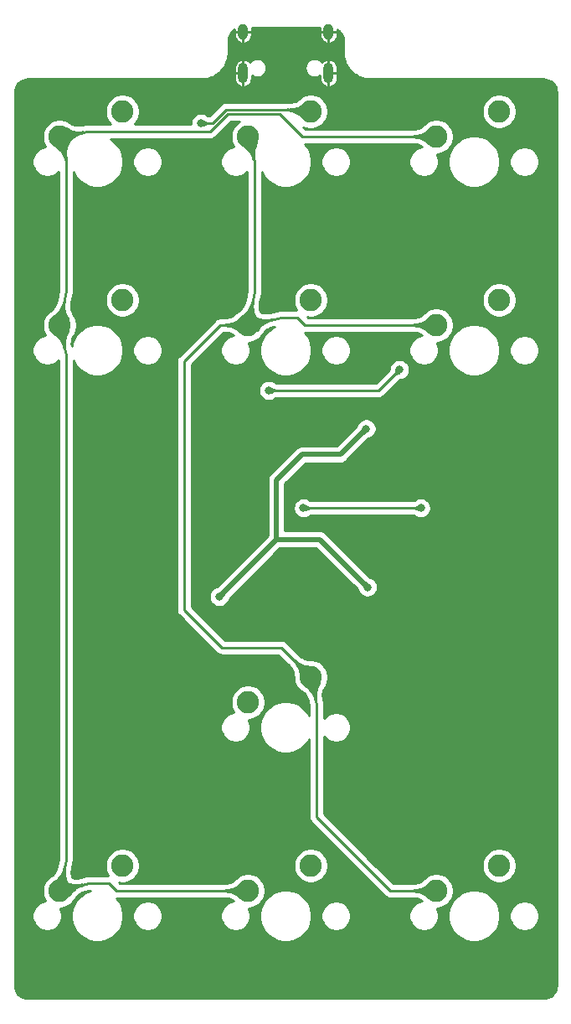
<source format=gbr>
%TF.GenerationSoftware,KiCad,Pcbnew,(5.1.10)-1*%
%TF.CreationDate,2021-11-11T12:41:23+01:00*%
%TF.ProjectId,navidat,6e617669-6461-4742-9e6b-696361645f70,rev?*%
%TF.SameCoordinates,Original*%
%TF.FileFunction,Copper,L1,Top*%
%TF.FilePolarity,Positive*%
%FSLAX46Y46*%
G04 Gerber Fmt 4.6, Leading zero omitted, Abs format (unit mm)*
G04 Created by KiCad (PCBNEW (5.1.10)-1) date 2021-11-11 12:41:23*
%MOMM*%
%LPD*%
G01*
G04 APERTURE LIST*
%TA.AperFunction,ComponentPad*%
%ADD10C,2.250000*%
%TD*%
%TA.AperFunction,ComponentPad*%
%ADD11O,1.000000X2.100000*%
%TD*%
%TA.AperFunction,ComponentPad*%
%ADD12O,1.000000X1.600000*%
%TD*%
%TA.AperFunction,ViaPad*%
%ADD13C,0.800000*%
%TD*%
%TA.AperFunction,Conductor*%
%ADD14C,0.500000*%
%TD*%
%TA.AperFunction,Conductor*%
%ADD15C,0.250000*%
%TD*%
%TA.AperFunction,Conductor*%
%ADD16C,0.100000*%
%TD*%
%TA.AperFunction,Conductor*%
%ADD17C,0.025400*%
%TD*%
G04 APERTURE END LIST*
D10*
%TO.P,MX8,2*%
%TO.N,col1*%
X151765000Y-115570000D03*
%TO.P,MX8,1*%
%TO.N,Net-(D4-Pad2)*%
X145415000Y-118110000D03*
%TD*%
%TO.P,MX4,2*%
%TO.N,Net-(D2-Pad3)*%
X170815000Y-77470000D03*
%TO.P,MX4,1*%
%TO.N,col1*%
X164465000Y-80010000D03*
%TD*%
D11*
%TO.P,USB1,S1*%
%TO.N,GND*%
X153545000Y-54565000D03*
X144905000Y-54565000D03*
D12*
X144905000Y-50385000D03*
X153545000Y-50385000D03*
%TD*%
D10*
%TO.P,MX10,2*%
%TO.N,Net-(D5-Pad2)*%
X170815000Y-134620000D03*
%TO.P,MX10,1*%
%TO.N,col1*%
X164465000Y-137160000D03*
%TD*%
%TO.P,MX9,2*%
%TO.N,Net-(D5-Pad3)*%
X151765000Y-134620000D03*
%TO.P,MX9,1*%
%TO.N,col0*%
X145415000Y-137160000D03*
%TD*%
%TO.P,MX7,2*%
%TO.N,Net-(D4-Pad3)*%
X132715000Y-134620000D03*
%TO.P,MX7,1*%
%TO.N,col0*%
X126365000Y-137160000D03*
%TD*%
%TO.P,MX6,2*%
%TO.N,Net-(D3-Pad3)*%
X151765000Y-77470000D03*
%TO.P,MX6,1*%
%TO.N,col1*%
X145415000Y-80010000D03*
%TD*%
%TO.P,MX5,2*%
%TO.N,Net-(D3-Pad2)*%
X132715000Y-77470000D03*
%TO.P,MX5,1*%
%TO.N,col0*%
X126365000Y-80010000D03*
%TD*%
%TO.P,MX3,2*%
%TO.N,Net-(D2-Pad2)*%
X170815000Y-58420000D03*
%TO.P,MX3,1*%
%TO.N,col0*%
X164465000Y-60960000D03*
%TD*%
%TO.P,MX2,2*%
%TO.N,Net-(D1-Pad3)*%
X151765000Y-58420000D03*
%TO.P,MX2,1*%
%TO.N,col1*%
X145415000Y-60960000D03*
%TD*%
%TO.P,MX1,2*%
%TO.N,Net-(D1-Pad2)*%
X132715000Y-58420000D03*
%TO.P,MX1,1*%
%TO.N,col0*%
X126365000Y-60960000D03*
%TD*%
D13*
%TO.N,GND*%
X134937500Y-72898000D03*
%TO.N,+5V*%
X157353000Y-90487500D03*
X142494000Y-107442000D03*
X157480000Y-106489500D03*
%TO.N,row1*%
X147510500Y-86614000D03*
X160718500Y-84518500D03*
%TO.N,Net-(R6-Pad1)*%
X151003000Y-98488500D03*
X162877500Y-98488500D03*
%TO.N,Net-(D1-Pad3)*%
X140650000Y-59624000D03*
%TD*%
D14*
%TO.N,+5V*%
X157353000Y-90487500D02*
X154749500Y-93091000D01*
X154749500Y-93091000D02*
X150876000Y-93091000D01*
X150876000Y-93091000D02*
X148272500Y-95694500D01*
X148272500Y-101663500D02*
X142494000Y-107442000D01*
X148272500Y-95694500D02*
X148272500Y-101663500D01*
X152654000Y-101663500D02*
X157480000Y-106489500D01*
X148272500Y-101663500D02*
X152654000Y-101663500D01*
D15*
%TO.N,row1*%
X158623000Y-86614000D02*
X160718500Y-84518500D01*
X147510500Y-86614000D02*
X158623000Y-86614000D01*
%TO.N,col0*%
X145415000Y-137160000D02*
X145415000Y-137033000D01*
X131318000Y-136398000D02*
X132080000Y-137160000D01*
X132080000Y-137160000D02*
X145415000Y-137160000D01*
X148590000Y-58674000D02*
X150876000Y-60960000D01*
X143383000Y-58674000D02*
X148590000Y-58674000D01*
X150876000Y-60960000D02*
X164465000Y-60960000D01*
X141605000Y-60452000D02*
X143383000Y-58674000D01*
X126365000Y-60960000D02*
X127000000Y-63309500D01*
X126365000Y-60960000D02*
X129159000Y-60452000D01*
X129159000Y-60452000D02*
X141605000Y-60452000D01*
X126365000Y-80010000D02*
X127000000Y-76517500D01*
X127000000Y-76517500D02*
X127000000Y-63309500D01*
X126365000Y-80010000D02*
X127000000Y-83058000D01*
X126365000Y-137160000D02*
X129286000Y-136398000D01*
X129286000Y-136398000D02*
X131318000Y-136398000D01*
X126365000Y-137160000D02*
X127000000Y-134048500D01*
X127000000Y-83058000D02*
X127000000Y-134048500D01*
%TO.N,col1*%
X164465000Y-80010000D02*
X151130000Y-80010000D01*
X151130000Y-80010000D02*
X150368000Y-79248000D01*
X142621000Y-80010000D02*
X145415000Y-80010000D01*
X138938000Y-83693000D02*
X142621000Y-80010000D01*
X138938000Y-108775500D02*
X138938000Y-83693000D01*
X142748000Y-112585500D02*
X138938000Y-108775500D01*
X148780500Y-112585500D02*
X142748000Y-112585500D01*
X151765000Y-115570000D02*
X148780500Y-112585500D01*
X145415000Y-80010000D02*
X146050000Y-76644500D01*
X145415000Y-80010000D02*
X148780500Y-79248000D01*
X150368000Y-79248000D02*
X148780500Y-79248000D01*
X145415000Y-60960000D02*
X146050000Y-63500000D01*
X146050000Y-76644500D02*
X146050000Y-63500000D01*
X152336500Y-129730500D02*
X159766000Y-137160000D01*
X152336500Y-118364000D02*
X152336500Y-129730500D01*
X159766000Y-137160000D02*
X164465000Y-137160000D01*
X151765000Y-115570000D02*
X152336500Y-118364000D01*
%TO.N,Net-(R6-Pad1)*%
X151003000Y-98488500D02*
X162877500Y-98488500D01*
%TO.N,Net-(D1-Pad3)*%
X143388510Y-58223990D02*
X143196599Y-58223991D01*
X141796590Y-59624000D02*
X140650000Y-59624000D01*
X143196599Y-58223991D02*
X141796590Y-59624000D01*
X149040010Y-58223990D02*
X151765000Y-58420000D01*
X143388510Y-58223990D02*
X149040010Y-58223990D01*
%TD*%
%TO.N,GND*%
X152666000Y-50083000D02*
X152666000Y-50383000D01*
X153543000Y-50383000D01*
X153543000Y-50363000D01*
X153547000Y-50363000D01*
X153547000Y-50383000D01*
X154424000Y-50383000D01*
X154424000Y-50168849D01*
X154448303Y-50181772D01*
X154646996Y-50343822D01*
X154810426Y-50541374D01*
X154932373Y-50766912D01*
X155008191Y-51011840D01*
X155038299Y-51298294D01*
X155038300Y-52509946D01*
X155041246Y-52539854D01*
X155041159Y-52552266D01*
X155042090Y-52561756D01*
X155082891Y-52949949D01*
X155095340Y-53010596D01*
X155106938Y-53071395D01*
X155109694Y-53080524D01*
X155225118Y-53453400D01*
X155249105Y-53510463D01*
X155272297Y-53567863D01*
X155276773Y-53576284D01*
X155462424Y-53919638D01*
X155497067Y-53970997D01*
X155530937Y-54022756D01*
X155536963Y-54030147D01*
X155785770Y-54330903D01*
X155829720Y-54374546D01*
X155873007Y-54418750D01*
X155880355Y-54424829D01*
X156182839Y-54671530D01*
X156234402Y-54705788D01*
X156285478Y-54740760D01*
X156293867Y-54745296D01*
X156638510Y-54928546D01*
X156695730Y-54952131D01*
X156752641Y-54976522D01*
X156761747Y-54979341D01*
X156761753Y-54979343D01*
X157135422Y-55092160D01*
X157196147Y-55104184D01*
X157256697Y-55117054D01*
X157266181Y-55118051D01*
X157654650Y-55156141D01*
X157654654Y-55156141D01*
X157687754Y-55159401D01*
X175262908Y-55159401D01*
X175551471Y-55187695D01*
X175796919Y-55261800D01*
X176023304Y-55382172D01*
X176221994Y-55544220D01*
X176385429Y-55741778D01*
X176507374Y-55967313D01*
X176583191Y-56212236D01*
X176613299Y-56498701D01*
X176613301Y-146692988D01*
X176585005Y-146981572D01*
X176510900Y-147227020D01*
X176390528Y-147453405D01*
X176228481Y-147652094D01*
X176030925Y-147815527D01*
X175805389Y-147937474D01*
X175560461Y-148013292D01*
X175274006Y-148043400D01*
X123179699Y-148043400D01*
X122891126Y-148015105D01*
X122645678Y-147941000D01*
X122419293Y-147820628D01*
X122220606Y-147658583D01*
X122057171Y-147461023D01*
X121935223Y-147235487D01*
X121859407Y-146990565D01*
X121829299Y-146704099D01*
X121829299Y-63351475D01*
X123587000Y-63351475D01*
X123587000Y-63648525D01*
X123644951Y-63939868D01*
X123758627Y-64214306D01*
X123923660Y-64461294D01*
X124133706Y-64671340D01*
X124380694Y-64836373D01*
X124655132Y-64950049D01*
X124946475Y-65008000D01*
X125243525Y-65008000D01*
X125534868Y-64950049D01*
X125809306Y-64836373D01*
X126056294Y-64671340D01*
X126242001Y-64485633D01*
X126242000Y-76449153D01*
X126053078Y-77488224D01*
X126020024Y-77639685D01*
X125981268Y-77770474D01*
X125934878Y-77891807D01*
X125881005Y-78004624D01*
X125819553Y-78109946D01*
X125750169Y-78208774D01*
X125672214Y-78302050D01*
X125584865Y-78390499D01*
X125487223Y-78474564D01*
X125371106Y-78559770D01*
X125244340Y-78644472D01*
X124999472Y-78889340D01*
X124807081Y-79177275D01*
X124674559Y-79497210D01*
X124607000Y-79836852D01*
X124607000Y-80183148D01*
X124674559Y-80522790D01*
X124807081Y-80842725D01*
X124940964Y-81043096D01*
X124655132Y-81099951D01*
X124380694Y-81213627D01*
X124133706Y-81378660D01*
X123923660Y-81588706D01*
X123758627Y-81835694D01*
X123644951Y-82110132D01*
X123587000Y-82401475D01*
X123587000Y-82698525D01*
X123644951Y-82989868D01*
X123758627Y-83264306D01*
X123923660Y-83511294D01*
X124133706Y-83721340D01*
X124380694Y-83886373D01*
X124655132Y-84000049D01*
X124946475Y-84058000D01*
X125243525Y-84058000D01*
X125534868Y-84000049D01*
X125809306Y-83886373D01*
X126056294Y-83721340D01*
X126242000Y-83535634D01*
X126242001Y-133971941D01*
X126107273Y-134632106D01*
X126070976Y-134782824D01*
X126029421Y-134912754D01*
X125980437Y-135033065D01*
X125924158Y-135144694D01*
X125860456Y-135248678D01*
X125788968Y-135345994D01*
X125709030Y-135437575D01*
X125619804Y-135524127D01*
X125520378Y-135606078D01*
X125401033Y-135689774D01*
X125244340Y-135794472D01*
X124999472Y-136039340D01*
X124807081Y-136327275D01*
X124674559Y-136647210D01*
X124607000Y-136986852D01*
X124607000Y-137333148D01*
X124674559Y-137672790D01*
X124807081Y-137992725D01*
X124940964Y-138193096D01*
X124655132Y-138249951D01*
X124380694Y-138363627D01*
X124133706Y-138528660D01*
X123923660Y-138738706D01*
X123758627Y-138985694D01*
X123644951Y-139260132D01*
X123587000Y-139551475D01*
X123587000Y-139848525D01*
X123644951Y-140139868D01*
X123758627Y-140414306D01*
X123923660Y-140661294D01*
X124133706Y-140871340D01*
X124380694Y-141036373D01*
X124655132Y-141150049D01*
X124946475Y-141208000D01*
X125243525Y-141208000D01*
X125534868Y-141150049D01*
X125809306Y-141036373D01*
X126056294Y-140871340D01*
X126266340Y-140661294D01*
X126431373Y-140414306D01*
X126545049Y-140139868D01*
X126603000Y-139848525D01*
X126603000Y-139551475D01*
X126545049Y-139260132D01*
X126431373Y-138985694D01*
X126386141Y-138918000D01*
X126538148Y-138918000D01*
X126877790Y-138850441D01*
X127197725Y-138717919D01*
X127485660Y-138525528D01*
X127730528Y-138280660D01*
X127922919Y-137992725D01*
X127935388Y-137962623D01*
X127962143Y-137919730D01*
X128038620Y-137816040D01*
X128120235Y-137722293D01*
X128207391Y-137637528D01*
X128300718Y-137560904D01*
X128401112Y-137491702D01*
X128509548Y-137429495D01*
X128627066Y-137374096D01*
X128754542Y-137325617D01*
X128903094Y-137281256D01*
X129383243Y-137156000D01*
X129499510Y-137156000D01*
X129408762Y-137174051D01*
X128930696Y-137372072D01*
X128500449Y-137659554D01*
X128134554Y-138025449D01*
X127847072Y-138455696D01*
X127649051Y-138933762D01*
X127548100Y-139441273D01*
X127548100Y-139958727D01*
X127649051Y-140466238D01*
X127847072Y-140944304D01*
X128134554Y-141374551D01*
X128500449Y-141740446D01*
X128930696Y-142027928D01*
X129408762Y-142225949D01*
X129916273Y-142326900D01*
X130433727Y-142326900D01*
X130941238Y-142225949D01*
X131419304Y-142027928D01*
X131849551Y-141740446D01*
X132215446Y-141374551D01*
X132502928Y-140944304D01*
X132700949Y-140466238D01*
X132801900Y-139958727D01*
X132801900Y-139551475D01*
X133747000Y-139551475D01*
X133747000Y-139848525D01*
X133804951Y-140139868D01*
X133918627Y-140414306D01*
X134083660Y-140661294D01*
X134293706Y-140871340D01*
X134540694Y-141036373D01*
X134815132Y-141150049D01*
X135106475Y-141208000D01*
X135403525Y-141208000D01*
X135694868Y-141150049D01*
X135969306Y-141036373D01*
X136216294Y-140871340D01*
X136426340Y-140661294D01*
X136591373Y-140414306D01*
X136705049Y-140139868D01*
X136763000Y-139848525D01*
X136763000Y-139551475D01*
X136705049Y-139260132D01*
X136591373Y-138985694D01*
X136426340Y-138738706D01*
X136216294Y-138528660D01*
X135969306Y-138363627D01*
X135694868Y-138249951D01*
X135403525Y-138192000D01*
X135106475Y-138192000D01*
X134815132Y-138249951D01*
X134540694Y-138363627D01*
X134293706Y-138528660D01*
X134083660Y-138738706D01*
X133918627Y-138985694D01*
X133804951Y-139260132D01*
X133747000Y-139551475D01*
X132801900Y-139551475D01*
X132801900Y-139441273D01*
X132700949Y-138933762D01*
X132502928Y-138455696D01*
X132215446Y-138025449D01*
X132108825Y-137918828D01*
X132117232Y-137918000D01*
X142989726Y-137918000D01*
X143144637Y-137923425D01*
X143280226Y-137938157D01*
X143407922Y-137962098D01*
X143528548Y-137994919D01*
X143643162Y-138036538D01*
X143752818Y-138087129D01*
X143858532Y-138147139D01*
X143940504Y-138203133D01*
X143705132Y-138249951D01*
X143430694Y-138363627D01*
X143183706Y-138528660D01*
X142973660Y-138738706D01*
X142808627Y-138985694D01*
X142694951Y-139260132D01*
X142637000Y-139551475D01*
X142637000Y-139848525D01*
X142694951Y-140139868D01*
X142808627Y-140414306D01*
X142973660Y-140661294D01*
X143183706Y-140871340D01*
X143430694Y-141036373D01*
X143705132Y-141150049D01*
X143996475Y-141208000D01*
X144293525Y-141208000D01*
X144584868Y-141150049D01*
X144859306Y-141036373D01*
X145106294Y-140871340D01*
X145316340Y-140661294D01*
X145481373Y-140414306D01*
X145595049Y-140139868D01*
X145653000Y-139848525D01*
X145653000Y-139551475D01*
X145631080Y-139441273D01*
X146598100Y-139441273D01*
X146598100Y-139958727D01*
X146699051Y-140466238D01*
X146897072Y-140944304D01*
X147184554Y-141374551D01*
X147550449Y-141740446D01*
X147980696Y-142027928D01*
X148458762Y-142225949D01*
X148966273Y-142326900D01*
X149483727Y-142326900D01*
X149991238Y-142225949D01*
X150469304Y-142027928D01*
X150899551Y-141740446D01*
X151265446Y-141374551D01*
X151552928Y-140944304D01*
X151750949Y-140466238D01*
X151851900Y-139958727D01*
X151851900Y-139551475D01*
X152797000Y-139551475D01*
X152797000Y-139848525D01*
X152854951Y-140139868D01*
X152968627Y-140414306D01*
X153133660Y-140661294D01*
X153343706Y-140871340D01*
X153590694Y-141036373D01*
X153865132Y-141150049D01*
X154156475Y-141208000D01*
X154453525Y-141208000D01*
X154744868Y-141150049D01*
X155019306Y-141036373D01*
X155266294Y-140871340D01*
X155476340Y-140661294D01*
X155641373Y-140414306D01*
X155755049Y-140139868D01*
X155813000Y-139848525D01*
X155813000Y-139551475D01*
X155755049Y-139260132D01*
X155641373Y-138985694D01*
X155476340Y-138738706D01*
X155266294Y-138528660D01*
X155019306Y-138363627D01*
X154744868Y-138249951D01*
X154453525Y-138192000D01*
X154156475Y-138192000D01*
X153865132Y-138249951D01*
X153590694Y-138363627D01*
X153343706Y-138528660D01*
X153133660Y-138738706D01*
X152968627Y-138985694D01*
X152854951Y-139260132D01*
X152797000Y-139551475D01*
X151851900Y-139551475D01*
X151851900Y-139441273D01*
X151750949Y-138933762D01*
X151552928Y-138455696D01*
X151265446Y-138025449D01*
X150899551Y-137659554D01*
X150469304Y-137372072D01*
X149991238Y-137174051D01*
X149483727Y-137073100D01*
X148966273Y-137073100D01*
X148458762Y-137174051D01*
X147980696Y-137372072D01*
X147550449Y-137659554D01*
X147184554Y-138025449D01*
X146897072Y-138455696D01*
X146699051Y-138933762D01*
X146598100Y-139441273D01*
X145631080Y-139441273D01*
X145595049Y-139260132D01*
X145481373Y-138985694D01*
X145436141Y-138918000D01*
X145588148Y-138918000D01*
X145927790Y-138850441D01*
X146247725Y-138717919D01*
X146535660Y-138525528D01*
X146780528Y-138280660D01*
X146972919Y-137992725D01*
X147105441Y-137672790D01*
X147173000Y-137333148D01*
X147173000Y-136986852D01*
X147105441Y-136647210D01*
X146972919Y-136327275D01*
X146780528Y-136039340D01*
X146535660Y-135794472D01*
X146247725Y-135602081D01*
X145927790Y-135469559D01*
X145588148Y-135402000D01*
X145241852Y-135402000D01*
X144902210Y-135469559D01*
X144582275Y-135602081D01*
X144294340Y-135794472D01*
X144168646Y-135920166D01*
X144061358Y-136021708D01*
X143961165Y-136102752D01*
X143858532Y-136172860D01*
X143752818Y-136232870D01*
X143643162Y-136283461D01*
X143528548Y-136325080D01*
X143407922Y-136357901D01*
X143280226Y-136381842D01*
X143144637Y-136396574D01*
X142989722Y-136402000D01*
X132393973Y-136402000D01*
X132327295Y-136335322D01*
X132541852Y-136378000D01*
X132888148Y-136378000D01*
X133227790Y-136310441D01*
X133547725Y-136177919D01*
X133835660Y-135985528D01*
X134080528Y-135740660D01*
X134272919Y-135452725D01*
X134405441Y-135132790D01*
X134473000Y-134793148D01*
X134473000Y-134446852D01*
X150007000Y-134446852D01*
X150007000Y-134793148D01*
X150074559Y-135132790D01*
X150207081Y-135452725D01*
X150399472Y-135740660D01*
X150644340Y-135985528D01*
X150932275Y-136177919D01*
X151252210Y-136310441D01*
X151591852Y-136378000D01*
X151938148Y-136378000D01*
X152277790Y-136310441D01*
X152597725Y-136177919D01*
X152885660Y-135985528D01*
X153130528Y-135740660D01*
X153322919Y-135452725D01*
X153455441Y-135132790D01*
X153523000Y-134793148D01*
X153523000Y-134446852D01*
X153455441Y-134107210D01*
X153322919Y-133787275D01*
X153130528Y-133499340D01*
X152885660Y-133254472D01*
X152597725Y-133062081D01*
X152277790Y-132929559D01*
X151938148Y-132862000D01*
X151591852Y-132862000D01*
X151252210Y-132929559D01*
X150932275Y-133062081D01*
X150644340Y-133254472D01*
X150399472Y-133499340D01*
X150207081Y-133787275D01*
X150074559Y-134107210D01*
X150007000Y-134446852D01*
X134473000Y-134446852D01*
X134405441Y-134107210D01*
X134272919Y-133787275D01*
X134080528Y-133499340D01*
X133835660Y-133254472D01*
X133547725Y-133062081D01*
X133227790Y-132929559D01*
X132888148Y-132862000D01*
X132541852Y-132862000D01*
X132202210Y-132929559D01*
X131882275Y-133062081D01*
X131594340Y-133254472D01*
X131349472Y-133499340D01*
X131157081Y-133787275D01*
X131024559Y-134107210D01*
X130957000Y-134446852D01*
X130957000Y-134793148D01*
X131024559Y-135132790D01*
X131157081Y-135452725D01*
X131282124Y-135639866D01*
X131280768Y-135640000D01*
X129300889Y-135640000D01*
X129241215Y-135637651D01*
X129189510Y-135645836D01*
X129137406Y-135650968D01*
X129080245Y-135668308D01*
X128520407Y-135814352D01*
X128369137Y-135848207D01*
X128234219Y-135868177D01*
X128104613Y-135877245D01*
X127979604Y-135875935D01*
X127858210Y-135864596D01*
X127739329Y-135843322D01*
X127638203Y-135816299D01*
X127605773Y-135716770D01*
X127578131Y-135599210D01*
X127560272Y-135478605D01*
X127552234Y-135353841D01*
X127554310Y-135223944D01*
X127566987Y-135088151D01*
X127592649Y-134935277D01*
X127735622Y-134234706D01*
X127747032Y-134197094D01*
X127754175Y-134124570D01*
X127761657Y-134052284D01*
X127758000Y-134013160D01*
X127758000Y-120501475D01*
X142637000Y-120501475D01*
X142637000Y-120798525D01*
X142694951Y-121089868D01*
X142808627Y-121364306D01*
X142973660Y-121611294D01*
X143183706Y-121821340D01*
X143430694Y-121986373D01*
X143705132Y-122100049D01*
X143996475Y-122158000D01*
X144293525Y-122158000D01*
X144584868Y-122100049D01*
X144859306Y-121986373D01*
X145106294Y-121821340D01*
X145316340Y-121611294D01*
X145481373Y-121364306D01*
X145595049Y-121089868D01*
X145653000Y-120798525D01*
X145653000Y-120501475D01*
X145595049Y-120210132D01*
X145481373Y-119935694D01*
X145436141Y-119868000D01*
X145588148Y-119868000D01*
X145927790Y-119800441D01*
X146247725Y-119667919D01*
X146535660Y-119475528D01*
X146780528Y-119230660D01*
X146972919Y-118942725D01*
X147105441Y-118622790D01*
X147173000Y-118283148D01*
X147173000Y-117936852D01*
X147105441Y-117597210D01*
X146972919Y-117277275D01*
X146780528Y-116989340D01*
X146535660Y-116744472D01*
X146247725Y-116552081D01*
X145927790Y-116419559D01*
X145588148Y-116352000D01*
X145241852Y-116352000D01*
X144902210Y-116419559D01*
X144582275Y-116552081D01*
X144294340Y-116744472D01*
X144049472Y-116989340D01*
X143857081Y-117277275D01*
X143724559Y-117597210D01*
X143657000Y-117936852D01*
X143657000Y-118283148D01*
X143724559Y-118622790D01*
X143857081Y-118942725D01*
X143990964Y-119143096D01*
X143705132Y-119199951D01*
X143430694Y-119313627D01*
X143183706Y-119478660D01*
X142973660Y-119688706D01*
X142808627Y-119935694D01*
X142694951Y-120210132D01*
X142637000Y-120501475D01*
X127758000Y-120501475D01*
X127758000Y-83579265D01*
X127847072Y-83794304D01*
X128134554Y-84224551D01*
X128500449Y-84590446D01*
X128930696Y-84877928D01*
X129408762Y-85075949D01*
X129916273Y-85176900D01*
X130433727Y-85176900D01*
X130941238Y-85075949D01*
X131419304Y-84877928D01*
X131849551Y-84590446D01*
X132215446Y-84224551D01*
X132502928Y-83794304D01*
X132700949Y-83316238D01*
X132801900Y-82808727D01*
X132801900Y-82401475D01*
X133747000Y-82401475D01*
X133747000Y-82698525D01*
X133804951Y-82989868D01*
X133918627Y-83264306D01*
X134083660Y-83511294D01*
X134293706Y-83721340D01*
X134540694Y-83886373D01*
X134815132Y-84000049D01*
X135106475Y-84058000D01*
X135403525Y-84058000D01*
X135694868Y-84000049D01*
X135969306Y-83886373D01*
X136216294Y-83721340D01*
X136426340Y-83511294D01*
X136591373Y-83264306D01*
X136705049Y-82989868D01*
X136763000Y-82698525D01*
X136763000Y-82401475D01*
X136705049Y-82110132D01*
X136591373Y-81835694D01*
X136426340Y-81588706D01*
X136216294Y-81378660D01*
X135969306Y-81213627D01*
X135694868Y-81099951D01*
X135403525Y-81042000D01*
X135106475Y-81042000D01*
X134815132Y-81099951D01*
X134540694Y-81213627D01*
X134293706Y-81378660D01*
X134083660Y-81588706D01*
X133918627Y-81835694D01*
X133804951Y-82110132D01*
X133747000Y-82401475D01*
X132801900Y-82401475D01*
X132801900Y-82291273D01*
X132700949Y-81783762D01*
X132502928Y-81305696D01*
X132215446Y-80875449D01*
X131849551Y-80509554D01*
X131419304Y-80222072D01*
X130941238Y-80024051D01*
X130433727Y-79923100D01*
X129916273Y-79923100D01*
X129408762Y-80024051D01*
X128930696Y-80222072D01*
X128500449Y-80509554D01*
X128134554Y-80875449D01*
X127847072Y-81305696D01*
X127649051Y-81783762D01*
X127582527Y-82118199D01*
X127575428Y-82076941D01*
X127562196Y-81941192D01*
X127559590Y-81811299D01*
X127567119Y-81686514D01*
X127584488Y-81565820D01*
X127611650Y-81448154D01*
X127648838Y-81332421D01*
X127696545Y-81217636D01*
X127755442Y-81103033D01*
X127832544Y-80977981D01*
X127922919Y-80842725D01*
X128055441Y-80522790D01*
X128123000Y-80183148D01*
X128123000Y-79836852D01*
X128055441Y-79497210D01*
X127922919Y-79177275D01*
X127792149Y-78981562D01*
X127727073Y-78881811D01*
X127665266Y-78768747D01*
X127614645Y-78655222D01*
X127574513Y-78540474D01*
X127544356Y-78423543D01*
X127523911Y-78303337D01*
X127513196Y-78178769D01*
X127512484Y-78048873D01*
X127522245Y-77912825D01*
X127544618Y-77759445D01*
X127628726Y-77296852D01*
X130957000Y-77296852D01*
X130957000Y-77643148D01*
X131024559Y-77982790D01*
X131157081Y-78302725D01*
X131349472Y-78590660D01*
X131594340Y-78835528D01*
X131882275Y-79027919D01*
X132202210Y-79160441D01*
X132541852Y-79228000D01*
X132888148Y-79228000D01*
X133227790Y-79160441D01*
X133547725Y-79027919D01*
X133835660Y-78835528D01*
X134080528Y-78590660D01*
X134272919Y-78302725D01*
X134405441Y-77982790D01*
X134473000Y-77643148D01*
X134473000Y-77296852D01*
X134405441Y-76957210D01*
X134272919Y-76637275D01*
X134080528Y-76349340D01*
X133835660Y-76104472D01*
X133547725Y-75912081D01*
X133227790Y-75779559D01*
X132888148Y-75712000D01*
X132541852Y-75712000D01*
X132202210Y-75779559D01*
X131882275Y-75912081D01*
X131594340Y-76104472D01*
X131349472Y-76349340D01*
X131157081Y-76637275D01*
X131024559Y-76957210D01*
X130957000Y-77296852D01*
X127628726Y-77296852D01*
X127737990Y-76695903D01*
X127747032Y-76666094D01*
X127751314Y-76622620D01*
X127752433Y-76616464D01*
X127754959Y-76585612D01*
X127758000Y-76554732D01*
X127758000Y-76548460D01*
X127761563Y-76504936D01*
X127758000Y-76474000D01*
X127758000Y-64529265D01*
X127847072Y-64744304D01*
X128134554Y-65174551D01*
X128500449Y-65540446D01*
X128930696Y-65827928D01*
X129408762Y-66025949D01*
X129916273Y-66126900D01*
X130433727Y-66126900D01*
X130941238Y-66025949D01*
X131419304Y-65827928D01*
X131849551Y-65540446D01*
X132215446Y-65174551D01*
X132502928Y-64744304D01*
X132700949Y-64266238D01*
X132801900Y-63758727D01*
X132801900Y-63351475D01*
X133747000Y-63351475D01*
X133747000Y-63648525D01*
X133804951Y-63939868D01*
X133918627Y-64214306D01*
X134083660Y-64461294D01*
X134293706Y-64671340D01*
X134540694Y-64836373D01*
X134815132Y-64950049D01*
X135106475Y-65008000D01*
X135403525Y-65008000D01*
X135694868Y-64950049D01*
X135969306Y-64836373D01*
X136216294Y-64671340D01*
X136426340Y-64461294D01*
X136591373Y-64214306D01*
X136705049Y-63939868D01*
X136763000Y-63648525D01*
X136763000Y-63351475D01*
X136705049Y-63060132D01*
X136591373Y-62785694D01*
X136426340Y-62538706D01*
X136216294Y-62328660D01*
X135969306Y-62163627D01*
X135694868Y-62049951D01*
X135403525Y-61992000D01*
X135106475Y-61992000D01*
X134815132Y-62049951D01*
X134540694Y-62163627D01*
X134293706Y-62328660D01*
X134083660Y-62538706D01*
X133918627Y-62785694D01*
X133804951Y-63060132D01*
X133747000Y-63351475D01*
X132801900Y-63351475D01*
X132801900Y-63241273D01*
X132700949Y-62733762D01*
X132502928Y-62255696D01*
X132215446Y-61825449D01*
X131849551Y-61459554D01*
X131476067Y-61210000D01*
X141567768Y-61210000D01*
X141605000Y-61213667D01*
X141642232Y-61210000D01*
X141753594Y-61199032D01*
X141896477Y-61155689D01*
X142028160Y-61085303D01*
X142143580Y-60990580D01*
X142167323Y-60961649D01*
X143696974Y-59432000D01*
X144537498Y-59432000D01*
X144294340Y-59594472D01*
X144049472Y-59839340D01*
X143857081Y-60127275D01*
X143724559Y-60447210D01*
X143657000Y-60786852D01*
X143657000Y-61133148D01*
X143724559Y-61472790D01*
X143857081Y-61792725D01*
X143990964Y-61993096D01*
X143705132Y-62049951D01*
X143430694Y-62163627D01*
X143183706Y-62328660D01*
X142973660Y-62538706D01*
X142808627Y-62785694D01*
X142694951Y-63060132D01*
X142637000Y-63351475D01*
X142637000Y-63648525D01*
X142694951Y-63939868D01*
X142808627Y-64214306D01*
X142973660Y-64461294D01*
X143183706Y-64671340D01*
X143430694Y-64836373D01*
X143705132Y-64950049D01*
X143996475Y-65008000D01*
X144293525Y-65008000D01*
X144584868Y-64950049D01*
X144859306Y-64836373D01*
X145106294Y-64671340D01*
X145292001Y-64485633D01*
X145292000Y-76573619D01*
X145119816Y-77486193D01*
X145085752Y-77637457D01*
X145046133Y-77767974D01*
X144998939Y-77888998D01*
X144944317Y-78001458D01*
X144882173Y-78106362D01*
X144812123Y-78204745D01*
X144733560Y-78297492D01*
X144645630Y-78385355D01*
X144547419Y-78468781D01*
X144428622Y-78554748D01*
X144294340Y-78644472D01*
X144168646Y-78770166D01*
X144061358Y-78871708D01*
X143961165Y-78952752D01*
X143858532Y-79022860D01*
X143752818Y-79082870D01*
X143643162Y-79133461D01*
X143528548Y-79175080D01*
X143407922Y-79207901D01*
X143280226Y-79231842D01*
X143144637Y-79246574D01*
X142989722Y-79252000D01*
X142658232Y-79252000D01*
X142621000Y-79248333D01*
X142583768Y-79252000D01*
X142472406Y-79262968D01*
X142329523Y-79306311D01*
X142197840Y-79376697D01*
X142082420Y-79471420D01*
X142058686Y-79500340D01*
X138428347Y-83130681D01*
X138399421Y-83154420D01*
X138362155Y-83199829D01*
X138304697Y-83269841D01*
X138234312Y-83401523D01*
X138190968Y-83544407D01*
X138176333Y-83693000D01*
X138180001Y-83730242D01*
X138180000Y-108738268D01*
X138176333Y-108775500D01*
X138180000Y-108812731D01*
X138190968Y-108924093D01*
X138234311Y-109066976D01*
X138304697Y-109198659D01*
X138399420Y-109314080D01*
X138428352Y-109337824D01*
X142185685Y-113095159D01*
X142209420Y-113124080D01*
X142324840Y-113218803D01*
X142456523Y-113289189D01*
X142599406Y-113332532D01*
X142748000Y-113347167D01*
X142785232Y-113343500D01*
X148466528Y-113343500D01*
X149514070Y-114391042D01*
X149619779Y-114504426D01*
X149705252Y-114610736D01*
X149778613Y-114717954D01*
X149840702Y-114826459D01*
X149892315Y-114936928D01*
X149934078Y-115050232D01*
X149966396Y-115167420D01*
X149989397Y-115289579D01*
X150002937Y-115417725D01*
X150007000Y-115565400D01*
X150007000Y-115743148D01*
X150074559Y-116082790D01*
X150207081Y-116402725D01*
X150399472Y-116690660D01*
X150644340Y-116935528D01*
X150801935Y-117040829D01*
X150921069Y-117124296D01*
X151020533Y-117206204D01*
X151109797Y-117292717D01*
X151189777Y-117384263D01*
X151261306Y-117481544D01*
X151325052Y-117585497D01*
X151381384Y-117697106D01*
X151430427Y-117817408D01*
X151472029Y-117947286D01*
X151508402Y-118098022D01*
X151578500Y-118440725D01*
X151578500Y-119467433D01*
X151552928Y-119405696D01*
X151265446Y-118975449D01*
X150899551Y-118609554D01*
X150469304Y-118322072D01*
X149991238Y-118124051D01*
X149483727Y-118023100D01*
X148966273Y-118023100D01*
X148458762Y-118124051D01*
X147980696Y-118322072D01*
X147550449Y-118609554D01*
X147184554Y-118975449D01*
X146897072Y-119405696D01*
X146699051Y-119883762D01*
X146598100Y-120391273D01*
X146598100Y-120908727D01*
X146699051Y-121416238D01*
X146897072Y-121894304D01*
X147184554Y-122324551D01*
X147550449Y-122690446D01*
X147980696Y-122977928D01*
X148458762Y-123175949D01*
X148966273Y-123276900D01*
X149483727Y-123276900D01*
X149991238Y-123175949D01*
X150469304Y-122977928D01*
X150899551Y-122690446D01*
X151265446Y-122324551D01*
X151552928Y-121894304D01*
X151578500Y-121832567D01*
X151578501Y-129693258D01*
X151574833Y-129730500D01*
X151589468Y-129879093D01*
X151632812Y-130021977D01*
X151703198Y-130153660D01*
X151797921Y-130269080D01*
X151826847Y-130292819D01*
X159203685Y-137669659D01*
X159227420Y-137698580D01*
X159342840Y-137793303D01*
X159474523Y-137863689D01*
X159614940Y-137906284D01*
X159617406Y-137907032D01*
X159766000Y-137921667D01*
X159803232Y-137918000D01*
X162039726Y-137918000D01*
X162194637Y-137923425D01*
X162330226Y-137938157D01*
X162457922Y-137962098D01*
X162578548Y-137994919D01*
X162693162Y-138036538D01*
X162802818Y-138087129D01*
X162908532Y-138147139D01*
X162990504Y-138203133D01*
X162755132Y-138249951D01*
X162480694Y-138363627D01*
X162233706Y-138528660D01*
X162023660Y-138738706D01*
X161858627Y-138985694D01*
X161744951Y-139260132D01*
X161687000Y-139551475D01*
X161687000Y-139848525D01*
X161744951Y-140139868D01*
X161858627Y-140414306D01*
X162023660Y-140661294D01*
X162233706Y-140871340D01*
X162480694Y-141036373D01*
X162755132Y-141150049D01*
X163046475Y-141208000D01*
X163343525Y-141208000D01*
X163634868Y-141150049D01*
X163909306Y-141036373D01*
X164156294Y-140871340D01*
X164366340Y-140661294D01*
X164531373Y-140414306D01*
X164645049Y-140139868D01*
X164703000Y-139848525D01*
X164703000Y-139551475D01*
X164681080Y-139441273D01*
X165648100Y-139441273D01*
X165648100Y-139958727D01*
X165749051Y-140466238D01*
X165947072Y-140944304D01*
X166234554Y-141374551D01*
X166600449Y-141740446D01*
X167030696Y-142027928D01*
X167508762Y-142225949D01*
X168016273Y-142326900D01*
X168533727Y-142326900D01*
X169041238Y-142225949D01*
X169519304Y-142027928D01*
X169949551Y-141740446D01*
X170315446Y-141374551D01*
X170602928Y-140944304D01*
X170800949Y-140466238D01*
X170901900Y-139958727D01*
X170901900Y-139551475D01*
X171847000Y-139551475D01*
X171847000Y-139848525D01*
X171904951Y-140139868D01*
X172018627Y-140414306D01*
X172183660Y-140661294D01*
X172393706Y-140871340D01*
X172640694Y-141036373D01*
X172915132Y-141150049D01*
X173206475Y-141208000D01*
X173503525Y-141208000D01*
X173794868Y-141150049D01*
X174069306Y-141036373D01*
X174316294Y-140871340D01*
X174526340Y-140661294D01*
X174691373Y-140414306D01*
X174805049Y-140139868D01*
X174863000Y-139848525D01*
X174863000Y-139551475D01*
X174805049Y-139260132D01*
X174691373Y-138985694D01*
X174526340Y-138738706D01*
X174316294Y-138528660D01*
X174069306Y-138363627D01*
X173794868Y-138249951D01*
X173503525Y-138192000D01*
X173206475Y-138192000D01*
X172915132Y-138249951D01*
X172640694Y-138363627D01*
X172393706Y-138528660D01*
X172183660Y-138738706D01*
X172018627Y-138985694D01*
X171904951Y-139260132D01*
X171847000Y-139551475D01*
X170901900Y-139551475D01*
X170901900Y-139441273D01*
X170800949Y-138933762D01*
X170602928Y-138455696D01*
X170315446Y-138025449D01*
X169949551Y-137659554D01*
X169519304Y-137372072D01*
X169041238Y-137174051D01*
X168533727Y-137073100D01*
X168016273Y-137073100D01*
X167508762Y-137174051D01*
X167030696Y-137372072D01*
X166600449Y-137659554D01*
X166234554Y-138025449D01*
X165947072Y-138455696D01*
X165749051Y-138933762D01*
X165648100Y-139441273D01*
X164681080Y-139441273D01*
X164645049Y-139260132D01*
X164531373Y-138985694D01*
X164486141Y-138918000D01*
X164638148Y-138918000D01*
X164977790Y-138850441D01*
X165297725Y-138717919D01*
X165585660Y-138525528D01*
X165830528Y-138280660D01*
X166022919Y-137992725D01*
X166155441Y-137672790D01*
X166223000Y-137333148D01*
X166223000Y-136986852D01*
X166155441Y-136647210D01*
X166022919Y-136327275D01*
X165830528Y-136039340D01*
X165585660Y-135794472D01*
X165297725Y-135602081D01*
X164977790Y-135469559D01*
X164638148Y-135402000D01*
X164291852Y-135402000D01*
X163952210Y-135469559D01*
X163632275Y-135602081D01*
X163344340Y-135794472D01*
X163218646Y-135920166D01*
X163111358Y-136021708D01*
X163011165Y-136102752D01*
X162908532Y-136172860D01*
X162802818Y-136232870D01*
X162693162Y-136283461D01*
X162578548Y-136325080D01*
X162457922Y-136357901D01*
X162330226Y-136381842D01*
X162194637Y-136396574D01*
X162039722Y-136402000D01*
X160079974Y-136402000D01*
X158124826Y-134446852D01*
X169057000Y-134446852D01*
X169057000Y-134793148D01*
X169124559Y-135132790D01*
X169257081Y-135452725D01*
X169449472Y-135740660D01*
X169694340Y-135985528D01*
X169982275Y-136177919D01*
X170302210Y-136310441D01*
X170641852Y-136378000D01*
X170988148Y-136378000D01*
X171327790Y-136310441D01*
X171647725Y-136177919D01*
X171935660Y-135985528D01*
X172180528Y-135740660D01*
X172372919Y-135452725D01*
X172505441Y-135132790D01*
X172573000Y-134793148D01*
X172573000Y-134446852D01*
X172505441Y-134107210D01*
X172372919Y-133787275D01*
X172180528Y-133499340D01*
X171935660Y-133254472D01*
X171647725Y-133062081D01*
X171327790Y-132929559D01*
X170988148Y-132862000D01*
X170641852Y-132862000D01*
X170302210Y-132929559D01*
X169982275Y-133062081D01*
X169694340Y-133254472D01*
X169449472Y-133499340D01*
X169257081Y-133787275D01*
X169124559Y-134107210D01*
X169057000Y-134446852D01*
X158124826Y-134446852D01*
X153094500Y-129416528D01*
X153094500Y-121552687D01*
X153133660Y-121611294D01*
X153343706Y-121821340D01*
X153590694Y-121986373D01*
X153865132Y-122100049D01*
X154156475Y-122158000D01*
X154453525Y-122158000D01*
X154744868Y-122100049D01*
X155019306Y-121986373D01*
X155266294Y-121821340D01*
X155476340Y-121611294D01*
X155641373Y-121364306D01*
X155755049Y-121089868D01*
X155813000Y-120798525D01*
X155813000Y-120501475D01*
X155755049Y-120210132D01*
X155641373Y-119935694D01*
X155476340Y-119688706D01*
X155266294Y-119478660D01*
X155019306Y-119313627D01*
X154744868Y-119199951D01*
X154453525Y-119142000D01*
X154156475Y-119142000D01*
X153865132Y-119199951D01*
X153590694Y-119313627D01*
X153343706Y-119478660D01*
X153133660Y-119688706D01*
X153094500Y-119747313D01*
X153094500Y-118399175D01*
X153098156Y-118359877D01*
X153090649Y-118287668D01*
X153083532Y-118215406D01*
X153072074Y-118177635D01*
X152993634Y-117794149D01*
X152967911Y-117641326D01*
X152955172Y-117505527D01*
X152953038Y-117375625D01*
X152961020Y-117250871D01*
X152978828Y-117130238D01*
X153006416Y-117012673D01*
X153044027Y-116897069D01*
X153092144Y-116782471D01*
X153151460Y-116668081D01*
X153229431Y-116542640D01*
X153322919Y-116402725D01*
X153455441Y-116082790D01*
X153523000Y-115743148D01*
X153523000Y-115396852D01*
X153455441Y-115057210D01*
X153322919Y-114737275D01*
X153130528Y-114449340D01*
X152885660Y-114204472D01*
X152597725Y-114012081D01*
X152277790Y-113879559D01*
X151938148Y-113812000D01*
X151760400Y-113812000D01*
X151612725Y-113807937D01*
X151484579Y-113794397D01*
X151362420Y-113771396D01*
X151245232Y-113739078D01*
X151131928Y-113697315D01*
X151021459Y-113645702D01*
X150912954Y-113583613D01*
X150805736Y-113510252D01*
X150699426Y-113424779D01*
X150586042Y-113319070D01*
X149342824Y-112075851D01*
X149319080Y-112046920D01*
X149203660Y-111952197D01*
X149071977Y-111881811D01*
X148929094Y-111838468D01*
X148817732Y-111827500D01*
X148780500Y-111823833D01*
X148743268Y-111827500D01*
X143061974Y-111827500D01*
X139696000Y-108461528D01*
X139696000Y-107340258D01*
X141461000Y-107340258D01*
X141461000Y-107543742D01*
X141500698Y-107743315D01*
X141578567Y-107931309D01*
X141691617Y-108100499D01*
X141835501Y-108244383D01*
X142004691Y-108357433D01*
X142192685Y-108435302D01*
X142392258Y-108475000D01*
X142595742Y-108475000D01*
X142795315Y-108435302D01*
X142983309Y-108357433D01*
X143152499Y-108244383D01*
X143296383Y-108100499D01*
X143409433Y-107931309D01*
X143487302Y-107743315D01*
X143498691Y-107686058D01*
X148638250Y-102546500D01*
X152288251Y-102546500D01*
X156475309Y-106733559D01*
X156486698Y-106790815D01*
X156564567Y-106978809D01*
X156677617Y-107147999D01*
X156821501Y-107291883D01*
X156990691Y-107404933D01*
X157178685Y-107482802D01*
X157378258Y-107522500D01*
X157581742Y-107522500D01*
X157781315Y-107482802D01*
X157969309Y-107404933D01*
X158138499Y-107291883D01*
X158282383Y-107147999D01*
X158395433Y-106978809D01*
X158473302Y-106790815D01*
X158513000Y-106591242D01*
X158513000Y-106387758D01*
X158473302Y-106188185D01*
X158395433Y-106000191D01*
X158282383Y-105831001D01*
X158138499Y-105687117D01*
X157969309Y-105574067D01*
X157781315Y-105496198D01*
X157724059Y-105484809D01*
X153309053Y-101069804D01*
X153281396Y-101036104D01*
X153146942Y-100925760D01*
X152993544Y-100843768D01*
X152827098Y-100793277D01*
X152697373Y-100780500D01*
X152697366Y-100780500D01*
X152654000Y-100776229D01*
X152610634Y-100780500D01*
X149155500Y-100780500D01*
X149155500Y-98386758D01*
X149970000Y-98386758D01*
X149970000Y-98590242D01*
X150009698Y-98789815D01*
X150087567Y-98977809D01*
X150200617Y-99146999D01*
X150344501Y-99290883D01*
X150513691Y-99403933D01*
X150701685Y-99481802D01*
X150901258Y-99521500D01*
X151104742Y-99521500D01*
X151304315Y-99481802D01*
X151492309Y-99403933D01*
X151661499Y-99290883D01*
X151705882Y-99246500D01*
X162174618Y-99246500D01*
X162219001Y-99290883D01*
X162388191Y-99403933D01*
X162576185Y-99481802D01*
X162775758Y-99521500D01*
X162979242Y-99521500D01*
X163178815Y-99481802D01*
X163366809Y-99403933D01*
X163535999Y-99290883D01*
X163679883Y-99146999D01*
X163792933Y-98977809D01*
X163870802Y-98789815D01*
X163910500Y-98590242D01*
X163910500Y-98386758D01*
X163870802Y-98187185D01*
X163792933Y-97999191D01*
X163679883Y-97830001D01*
X163535999Y-97686117D01*
X163366809Y-97573067D01*
X163178815Y-97495198D01*
X162979242Y-97455500D01*
X162775758Y-97455500D01*
X162576185Y-97495198D01*
X162388191Y-97573067D01*
X162219001Y-97686117D01*
X162174618Y-97730500D01*
X151705882Y-97730500D01*
X151661499Y-97686117D01*
X151492309Y-97573067D01*
X151304315Y-97495198D01*
X151104742Y-97455500D01*
X150901258Y-97455500D01*
X150701685Y-97495198D01*
X150513691Y-97573067D01*
X150344501Y-97686117D01*
X150200617Y-97830001D01*
X150087567Y-97999191D01*
X150009698Y-98187185D01*
X149970000Y-98386758D01*
X149155500Y-98386758D01*
X149155500Y-96060249D01*
X151241750Y-93974000D01*
X154706134Y-93974000D01*
X154749500Y-93978271D01*
X154792866Y-93974000D01*
X154792873Y-93974000D01*
X154922598Y-93961223D01*
X155089044Y-93910732D01*
X155242442Y-93828740D01*
X155376896Y-93718396D01*
X155404553Y-93684696D01*
X157597059Y-91492191D01*
X157654315Y-91480802D01*
X157842309Y-91402933D01*
X158011499Y-91289883D01*
X158155383Y-91145999D01*
X158268433Y-90976809D01*
X158346302Y-90788815D01*
X158386000Y-90589242D01*
X158386000Y-90385758D01*
X158346302Y-90186185D01*
X158268433Y-89998191D01*
X158155383Y-89829001D01*
X158011499Y-89685117D01*
X157842309Y-89572067D01*
X157654315Y-89494198D01*
X157454742Y-89454500D01*
X157251258Y-89454500D01*
X157051685Y-89494198D01*
X156863691Y-89572067D01*
X156694501Y-89685117D01*
X156550617Y-89829001D01*
X156437567Y-89998191D01*
X156359698Y-90186185D01*
X156348309Y-90243441D01*
X154383751Y-92208000D01*
X150919365Y-92208000D01*
X150875999Y-92203729D01*
X150832633Y-92208000D01*
X150832627Y-92208000D01*
X150721127Y-92218982D01*
X150702901Y-92220777D01*
X150652410Y-92236094D01*
X150536456Y-92271268D01*
X150383058Y-92353260D01*
X150248604Y-92463604D01*
X150220952Y-92497298D01*
X147678804Y-95039447D01*
X147645104Y-95067104D01*
X147534760Y-95201559D01*
X147452768Y-95354957D01*
X147402277Y-95521403D01*
X147389500Y-95651128D01*
X147389500Y-95651134D01*
X147385229Y-95694500D01*
X147389500Y-95737866D01*
X147389501Y-101297749D01*
X142249942Y-106437309D01*
X142192685Y-106448698D01*
X142004691Y-106526567D01*
X141835501Y-106639617D01*
X141691617Y-106783501D01*
X141578567Y-106952691D01*
X141500698Y-107140685D01*
X141461000Y-107340258D01*
X139696000Y-107340258D01*
X139696000Y-86512258D01*
X146477500Y-86512258D01*
X146477500Y-86715742D01*
X146517198Y-86915315D01*
X146595067Y-87103309D01*
X146708117Y-87272499D01*
X146852001Y-87416383D01*
X147021191Y-87529433D01*
X147209185Y-87607302D01*
X147408758Y-87647000D01*
X147612242Y-87647000D01*
X147811815Y-87607302D01*
X147999809Y-87529433D01*
X148168999Y-87416383D01*
X148213382Y-87372000D01*
X158585768Y-87372000D01*
X158623000Y-87375667D01*
X158660232Y-87372000D01*
X158771594Y-87361032D01*
X158914477Y-87317689D01*
X159046160Y-87247303D01*
X159161580Y-87152580D01*
X159185323Y-87123649D01*
X160757474Y-85551500D01*
X160820242Y-85551500D01*
X161019815Y-85511802D01*
X161207809Y-85433933D01*
X161376999Y-85320883D01*
X161520883Y-85176999D01*
X161633933Y-85007809D01*
X161711802Y-84819815D01*
X161751500Y-84620242D01*
X161751500Y-84416758D01*
X161711802Y-84217185D01*
X161633933Y-84029191D01*
X161520883Y-83860001D01*
X161376999Y-83716117D01*
X161207809Y-83603067D01*
X161019815Y-83525198D01*
X160820242Y-83485500D01*
X160616758Y-83485500D01*
X160417185Y-83525198D01*
X160229191Y-83603067D01*
X160060001Y-83716117D01*
X159916117Y-83860001D01*
X159803067Y-84029191D01*
X159725198Y-84217185D01*
X159685500Y-84416758D01*
X159685500Y-84479526D01*
X158309028Y-85856000D01*
X148213382Y-85856000D01*
X148168999Y-85811617D01*
X147999809Y-85698567D01*
X147811815Y-85620698D01*
X147612242Y-85581000D01*
X147408758Y-85581000D01*
X147209185Y-85620698D01*
X147021191Y-85698567D01*
X146852001Y-85811617D01*
X146708117Y-85955501D01*
X146595067Y-86124691D01*
X146517198Y-86312685D01*
X146477500Y-86512258D01*
X139696000Y-86512258D01*
X139696000Y-84006972D01*
X142934974Y-80768000D01*
X142989726Y-80768000D01*
X143144637Y-80773425D01*
X143280226Y-80788157D01*
X143407922Y-80812098D01*
X143528548Y-80844919D01*
X143643162Y-80886538D01*
X143752818Y-80937129D01*
X143858532Y-80997139D01*
X143940504Y-81053133D01*
X143705132Y-81099951D01*
X143430694Y-81213627D01*
X143183706Y-81378660D01*
X142973660Y-81588706D01*
X142808627Y-81835694D01*
X142694951Y-82110132D01*
X142637000Y-82401475D01*
X142637000Y-82698525D01*
X142694951Y-82989868D01*
X142808627Y-83264306D01*
X142973660Y-83511294D01*
X143183706Y-83721340D01*
X143430694Y-83886373D01*
X143705132Y-84000049D01*
X143996475Y-84058000D01*
X144293525Y-84058000D01*
X144584868Y-84000049D01*
X144859306Y-83886373D01*
X145106294Y-83721340D01*
X145316340Y-83511294D01*
X145481373Y-83264306D01*
X145595049Y-82989868D01*
X145653000Y-82698525D01*
X145653000Y-82401475D01*
X145595049Y-82110132D01*
X145481373Y-81835694D01*
X145436141Y-81768000D01*
X145588148Y-81768000D01*
X145927790Y-81700441D01*
X146247725Y-81567919D01*
X146535660Y-81375528D01*
X146780528Y-81130660D01*
X146972919Y-80842725D01*
X146974057Y-80839977D01*
X146986587Y-80821273D01*
X147066412Y-80720103D01*
X147151029Y-80629062D01*
X147240880Y-80547191D01*
X147336663Y-80473630D01*
X147439244Y-80407736D01*
X147549656Y-80349083D01*
X147668913Y-80297533D01*
X147797891Y-80253227D01*
X147947804Y-80213721D01*
X148064819Y-80187227D01*
X147980696Y-80222072D01*
X147550449Y-80509554D01*
X147184554Y-80875449D01*
X146897072Y-81305696D01*
X146699051Y-81783762D01*
X146598100Y-82291273D01*
X146598100Y-82808727D01*
X146699051Y-83316238D01*
X146897072Y-83794304D01*
X147184554Y-84224551D01*
X147550449Y-84590446D01*
X147980696Y-84877928D01*
X148458762Y-85075949D01*
X148966273Y-85176900D01*
X149483727Y-85176900D01*
X149991238Y-85075949D01*
X150469304Y-84877928D01*
X150899551Y-84590446D01*
X151265446Y-84224551D01*
X151552928Y-83794304D01*
X151750949Y-83316238D01*
X151851900Y-82808727D01*
X151851900Y-82401475D01*
X152797000Y-82401475D01*
X152797000Y-82698525D01*
X152854951Y-82989868D01*
X152968627Y-83264306D01*
X153133660Y-83511294D01*
X153343706Y-83721340D01*
X153590694Y-83886373D01*
X153865132Y-84000049D01*
X154156475Y-84058000D01*
X154453525Y-84058000D01*
X154744868Y-84000049D01*
X155019306Y-83886373D01*
X155266294Y-83721340D01*
X155476340Y-83511294D01*
X155641373Y-83264306D01*
X155755049Y-82989868D01*
X155813000Y-82698525D01*
X155813000Y-82401475D01*
X155755049Y-82110132D01*
X155641373Y-81835694D01*
X155476340Y-81588706D01*
X155266294Y-81378660D01*
X155019306Y-81213627D01*
X154744868Y-81099951D01*
X154453525Y-81042000D01*
X154156475Y-81042000D01*
X153865132Y-81099951D01*
X153590694Y-81213627D01*
X153343706Y-81378660D01*
X153133660Y-81588706D01*
X152968627Y-81835694D01*
X152854951Y-82110132D01*
X152797000Y-82401475D01*
X151851900Y-82401475D01*
X151851900Y-82291273D01*
X151750949Y-81783762D01*
X151552928Y-81305696D01*
X151265446Y-80875449D01*
X151158825Y-80768828D01*
X151167232Y-80768000D01*
X162039726Y-80768000D01*
X162194637Y-80773425D01*
X162330226Y-80788157D01*
X162457922Y-80812098D01*
X162578548Y-80844919D01*
X162693162Y-80886538D01*
X162802818Y-80937129D01*
X162908532Y-80997139D01*
X162990504Y-81053133D01*
X162755132Y-81099951D01*
X162480694Y-81213627D01*
X162233706Y-81378660D01*
X162023660Y-81588706D01*
X161858627Y-81835694D01*
X161744951Y-82110132D01*
X161687000Y-82401475D01*
X161687000Y-82698525D01*
X161744951Y-82989868D01*
X161858627Y-83264306D01*
X162023660Y-83511294D01*
X162233706Y-83721340D01*
X162480694Y-83886373D01*
X162755132Y-84000049D01*
X163046475Y-84058000D01*
X163343525Y-84058000D01*
X163634868Y-84000049D01*
X163909306Y-83886373D01*
X164156294Y-83721340D01*
X164366340Y-83511294D01*
X164531373Y-83264306D01*
X164645049Y-82989868D01*
X164703000Y-82698525D01*
X164703000Y-82401475D01*
X164681080Y-82291273D01*
X165648100Y-82291273D01*
X165648100Y-82808727D01*
X165749051Y-83316238D01*
X165947072Y-83794304D01*
X166234554Y-84224551D01*
X166600449Y-84590446D01*
X167030696Y-84877928D01*
X167508762Y-85075949D01*
X168016273Y-85176900D01*
X168533727Y-85176900D01*
X169041238Y-85075949D01*
X169519304Y-84877928D01*
X169949551Y-84590446D01*
X170315446Y-84224551D01*
X170602928Y-83794304D01*
X170800949Y-83316238D01*
X170901900Y-82808727D01*
X170901900Y-82401475D01*
X171847000Y-82401475D01*
X171847000Y-82698525D01*
X171904951Y-82989868D01*
X172018627Y-83264306D01*
X172183660Y-83511294D01*
X172393706Y-83721340D01*
X172640694Y-83886373D01*
X172915132Y-84000049D01*
X173206475Y-84058000D01*
X173503525Y-84058000D01*
X173794868Y-84000049D01*
X174069306Y-83886373D01*
X174316294Y-83721340D01*
X174526340Y-83511294D01*
X174691373Y-83264306D01*
X174805049Y-82989868D01*
X174863000Y-82698525D01*
X174863000Y-82401475D01*
X174805049Y-82110132D01*
X174691373Y-81835694D01*
X174526340Y-81588706D01*
X174316294Y-81378660D01*
X174069306Y-81213627D01*
X173794868Y-81099951D01*
X173503525Y-81042000D01*
X173206475Y-81042000D01*
X172915132Y-81099951D01*
X172640694Y-81213627D01*
X172393706Y-81378660D01*
X172183660Y-81588706D01*
X172018627Y-81835694D01*
X171904951Y-82110132D01*
X171847000Y-82401475D01*
X170901900Y-82401475D01*
X170901900Y-82291273D01*
X170800949Y-81783762D01*
X170602928Y-81305696D01*
X170315446Y-80875449D01*
X169949551Y-80509554D01*
X169519304Y-80222072D01*
X169041238Y-80024051D01*
X168533727Y-79923100D01*
X168016273Y-79923100D01*
X167508762Y-80024051D01*
X167030696Y-80222072D01*
X166600449Y-80509554D01*
X166234554Y-80875449D01*
X165947072Y-81305696D01*
X165749051Y-81783762D01*
X165648100Y-82291273D01*
X164681080Y-82291273D01*
X164645049Y-82110132D01*
X164531373Y-81835694D01*
X164486141Y-81768000D01*
X164638148Y-81768000D01*
X164977790Y-81700441D01*
X165297725Y-81567919D01*
X165585660Y-81375528D01*
X165830528Y-81130660D01*
X166022919Y-80842725D01*
X166155441Y-80522790D01*
X166223000Y-80183148D01*
X166223000Y-79836852D01*
X166155441Y-79497210D01*
X166022919Y-79177275D01*
X165830528Y-78889340D01*
X165585660Y-78644472D01*
X165297725Y-78452081D01*
X164977790Y-78319559D01*
X164638148Y-78252000D01*
X164291852Y-78252000D01*
X163952210Y-78319559D01*
X163632275Y-78452081D01*
X163344340Y-78644472D01*
X163218646Y-78770166D01*
X163111358Y-78871708D01*
X163011165Y-78952752D01*
X162908532Y-79022860D01*
X162802818Y-79082870D01*
X162693162Y-79133461D01*
X162578548Y-79175080D01*
X162457922Y-79207901D01*
X162330226Y-79231842D01*
X162194637Y-79246574D01*
X162039722Y-79252000D01*
X151443973Y-79252000D01*
X151377295Y-79185322D01*
X151591852Y-79228000D01*
X151938148Y-79228000D01*
X152277790Y-79160441D01*
X152597725Y-79027919D01*
X152885660Y-78835528D01*
X153130528Y-78590660D01*
X153322919Y-78302725D01*
X153455441Y-77982790D01*
X153523000Y-77643148D01*
X153523000Y-77296852D01*
X169057000Y-77296852D01*
X169057000Y-77643148D01*
X169124559Y-77982790D01*
X169257081Y-78302725D01*
X169449472Y-78590660D01*
X169694340Y-78835528D01*
X169982275Y-79027919D01*
X170302210Y-79160441D01*
X170641852Y-79228000D01*
X170988148Y-79228000D01*
X171327790Y-79160441D01*
X171647725Y-79027919D01*
X171935660Y-78835528D01*
X172180528Y-78590660D01*
X172372919Y-78302725D01*
X172505441Y-77982790D01*
X172573000Y-77643148D01*
X172573000Y-77296852D01*
X172505441Y-76957210D01*
X172372919Y-76637275D01*
X172180528Y-76349340D01*
X171935660Y-76104472D01*
X171647725Y-75912081D01*
X171327790Y-75779559D01*
X170988148Y-75712000D01*
X170641852Y-75712000D01*
X170302210Y-75779559D01*
X169982275Y-75912081D01*
X169694340Y-76104472D01*
X169449472Y-76349340D01*
X169257081Y-76637275D01*
X169124559Y-76957210D01*
X169057000Y-77296852D01*
X153523000Y-77296852D01*
X153455441Y-76957210D01*
X153322919Y-76637275D01*
X153130528Y-76349340D01*
X152885660Y-76104472D01*
X152597725Y-75912081D01*
X152277790Y-75779559D01*
X151938148Y-75712000D01*
X151591852Y-75712000D01*
X151252210Y-75779559D01*
X150932275Y-75912081D01*
X150644340Y-76104472D01*
X150399472Y-76349340D01*
X150207081Y-76637275D01*
X150074559Y-76957210D01*
X150007000Y-77296852D01*
X150007000Y-77643148D01*
X150074559Y-77982790D01*
X150207081Y-78302725D01*
X150332124Y-78489866D01*
X150330768Y-78490000D01*
X148807733Y-78490000D01*
X148760461Y-78486597D01*
X148696289Y-78494627D01*
X148631906Y-78500968D01*
X148586543Y-78514729D01*
X147613025Y-78735148D01*
X147460728Y-78764067D01*
X147325230Y-78779640D01*
X147195411Y-78784488D01*
X147070506Y-78779114D01*
X146949526Y-78763831D01*
X146831416Y-78738708D01*
X146715067Y-78703525D01*
X146686097Y-78692067D01*
X146673605Y-78663544D01*
X146634234Y-78548530D01*
X146604853Y-78431402D01*
X146585207Y-78311062D01*
X146575319Y-78186439D01*
X146575469Y-78056525D01*
X146586132Y-77920547D01*
X146609527Y-77767286D01*
X146787257Y-76825316D01*
X146797032Y-76793094D01*
X146801067Y-76752127D01*
X146801760Y-76748453D01*
X146804711Y-76715126D01*
X146808000Y-76681732D01*
X146808000Y-76677983D01*
X146811630Y-76636988D01*
X146808000Y-76603519D01*
X146808000Y-64529265D01*
X146897072Y-64744304D01*
X147184554Y-65174551D01*
X147550449Y-65540446D01*
X147980696Y-65827928D01*
X148458762Y-66025949D01*
X148966273Y-66126900D01*
X149483727Y-66126900D01*
X149991238Y-66025949D01*
X150469304Y-65827928D01*
X150899551Y-65540446D01*
X151265446Y-65174551D01*
X151552928Y-64744304D01*
X151750949Y-64266238D01*
X151851900Y-63758727D01*
X151851900Y-63351475D01*
X152797000Y-63351475D01*
X152797000Y-63648525D01*
X152854951Y-63939868D01*
X152968627Y-64214306D01*
X153133660Y-64461294D01*
X153343706Y-64671340D01*
X153590694Y-64836373D01*
X153865132Y-64950049D01*
X154156475Y-65008000D01*
X154453525Y-65008000D01*
X154744868Y-64950049D01*
X155019306Y-64836373D01*
X155266294Y-64671340D01*
X155476340Y-64461294D01*
X155641373Y-64214306D01*
X155755049Y-63939868D01*
X155813000Y-63648525D01*
X155813000Y-63351475D01*
X155755049Y-63060132D01*
X155641373Y-62785694D01*
X155476340Y-62538706D01*
X155266294Y-62328660D01*
X155019306Y-62163627D01*
X154744868Y-62049951D01*
X154453525Y-61992000D01*
X154156475Y-61992000D01*
X153865132Y-62049951D01*
X153590694Y-62163627D01*
X153343706Y-62328660D01*
X153133660Y-62538706D01*
X152968627Y-62785694D01*
X152854951Y-63060132D01*
X152797000Y-63351475D01*
X151851900Y-63351475D01*
X151851900Y-63241273D01*
X151750949Y-62733762D01*
X151552928Y-62255696D01*
X151265446Y-61825449D01*
X151157997Y-61718000D01*
X162039726Y-61718000D01*
X162194637Y-61723425D01*
X162330226Y-61738157D01*
X162457922Y-61762098D01*
X162578548Y-61794919D01*
X162693162Y-61836538D01*
X162802818Y-61887129D01*
X162908532Y-61947139D01*
X162990504Y-62003133D01*
X162755132Y-62049951D01*
X162480694Y-62163627D01*
X162233706Y-62328660D01*
X162023660Y-62538706D01*
X161858627Y-62785694D01*
X161744951Y-63060132D01*
X161687000Y-63351475D01*
X161687000Y-63648525D01*
X161744951Y-63939868D01*
X161858627Y-64214306D01*
X162023660Y-64461294D01*
X162233706Y-64671340D01*
X162480694Y-64836373D01*
X162755132Y-64950049D01*
X163046475Y-65008000D01*
X163343525Y-65008000D01*
X163634868Y-64950049D01*
X163909306Y-64836373D01*
X164156294Y-64671340D01*
X164366340Y-64461294D01*
X164531373Y-64214306D01*
X164645049Y-63939868D01*
X164703000Y-63648525D01*
X164703000Y-63351475D01*
X164681080Y-63241273D01*
X165648100Y-63241273D01*
X165648100Y-63758727D01*
X165749051Y-64266238D01*
X165947072Y-64744304D01*
X166234554Y-65174551D01*
X166600449Y-65540446D01*
X167030696Y-65827928D01*
X167508762Y-66025949D01*
X168016273Y-66126900D01*
X168533727Y-66126900D01*
X169041238Y-66025949D01*
X169519304Y-65827928D01*
X169949551Y-65540446D01*
X170315446Y-65174551D01*
X170602928Y-64744304D01*
X170800949Y-64266238D01*
X170901900Y-63758727D01*
X170901900Y-63351475D01*
X171847000Y-63351475D01*
X171847000Y-63648525D01*
X171904951Y-63939868D01*
X172018627Y-64214306D01*
X172183660Y-64461294D01*
X172393706Y-64671340D01*
X172640694Y-64836373D01*
X172915132Y-64950049D01*
X173206475Y-65008000D01*
X173503525Y-65008000D01*
X173794868Y-64950049D01*
X174069306Y-64836373D01*
X174316294Y-64671340D01*
X174526340Y-64461294D01*
X174691373Y-64214306D01*
X174805049Y-63939868D01*
X174863000Y-63648525D01*
X174863000Y-63351475D01*
X174805049Y-63060132D01*
X174691373Y-62785694D01*
X174526340Y-62538706D01*
X174316294Y-62328660D01*
X174069306Y-62163627D01*
X173794868Y-62049951D01*
X173503525Y-61992000D01*
X173206475Y-61992000D01*
X172915132Y-62049951D01*
X172640694Y-62163627D01*
X172393706Y-62328660D01*
X172183660Y-62538706D01*
X172018627Y-62785694D01*
X171904951Y-63060132D01*
X171847000Y-63351475D01*
X170901900Y-63351475D01*
X170901900Y-63241273D01*
X170800949Y-62733762D01*
X170602928Y-62255696D01*
X170315446Y-61825449D01*
X169949551Y-61459554D01*
X169519304Y-61172072D01*
X169041238Y-60974051D01*
X168533727Y-60873100D01*
X168016273Y-60873100D01*
X167508762Y-60974051D01*
X167030696Y-61172072D01*
X166600449Y-61459554D01*
X166234554Y-61825449D01*
X165947072Y-62255696D01*
X165749051Y-62733762D01*
X165648100Y-63241273D01*
X164681080Y-63241273D01*
X164645049Y-63060132D01*
X164531373Y-62785694D01*
X164486141Y-62718000D01*
X164638148Y-62718000D01*
X164977790Y-62650441D01*
X165297725Y-62517919D01*
X165585660Y-62325528D01*
X165830528Y-62080660D01*
X166022919Y-61792725D01*
X166155441Y-61472790D01*
X166223000Y-61133148D01*
X166223000Y-60786852D01*
X166155441Y-60447210D01*
X166022919Y-60127275D01*
X165830528Y-59839340D01*
X165585660Y-59594472D01*
X165297725Y-59402081D01*
X164977790Y-59269559D01*
X164638148Y-59202000D01*
X164291852Y-59202000D01*
X163952210Y-59269559D01*
X163632275Y-59402081D01*
X163344340Y-59594472D01*
X163218646Y-59720166D01*
X163111358Y-59821708D01*
X163011165Y-59902752D01*
X162908532Y-59972860D01*
X162802818Y-60032870D01*
X162693162Y-60083461D01*
X162578548Y-60125080D01*
X162457922Y-60157901D01*
X162330226Y-60181842D01*
X162194637Y-60196574D01*
X162039722Y-60202000D01*
X151189974Y-60202000D01*
X150989664Y-60001690D01*
X151252210Y-60110441D01*
X151591852Y-60178000D01*
X151938148Y-60178000D01*
X152277790Y-60110441D01*
X152597725Y-59977919D01*
X152885660Y-59785528D01*
X153130528Y-59540660D01*
X153322919Y-59252725D01*
X153455441Y-58932790D01*
X153523000Y-58593148D01*
X153523000Y-58246852D01*
X169057000Y-58246852D01*
X169057000Y-58593148D01*
X169124559Y-58932790D01*
X169257081Y-59252725D01*
X169449472Y-59540660D01*
X169694340Y-59785528D01*
X169982275Y-59977919D01*
X170302210Y-60110441D01*
X170641852Y-60178000D01*
X170988148Y-60178000D01*
X171327790Y-60110441D01*
X171647725Y-59977919D01*
X171935660Y-59785528D01*
X172180528Y-59540660D01*
X172372919Y-59252725D01*
X172505441Y-58932790D01*
X172573000Y-58593148D01*
X172573000Y-58246852D01*
X172505441Y-57907210D01*
X172372919Y-57587275D01*
X172180528Y-57299340D01*
X171935660Y-57054472D01*
X171647725Y-56862081D01*
X171327790Y-56729559D01*
X170988148Y-56662000D01*
X170641852Y-56662000D01*
X170302210Y-56729559D01*
X169982275Y-56862081D01*
X169694340Y-57054472D01*
X169449472Y-57299340D01*
X169257081Y-57587275D01*
X169124559Y-57907210D01*
X169057000Y-58246852D01*
X153523000Y-58246852D01*
X153455441Y-57907210D01*
X153322919Y-57587275D01*
X153130528Y-57299340D01*
X152885660Y-57054472D01*
X152597725Y-56862081D01*
X152277790Y-56729559D01*
X151938148Y-56662000D01*
X151591852Y-56662000D01*
X151252210Y-56729559D01*
X150932275Y-56862081D01*
X150644340Y-57054472D01*
X150578032Y-57120780D01*
X150496509Y-57187529D01*
X150390772Y-57261167D01*
X150283367Y-57323735D01*
X150173621Y-57376005D01*
X150060610Y-57418601D01*
X149943318Y-57451886D01*
X149820629Y-57475972D01*
X149691570Y-57490687D01*
X149555266Y-57495653D01*
X149400314Y-57489949D01*
X149104374Y-57468662D01*
X149077242Y-57465990D01*
X149067224Y-57465990D01*
X149057256Y-57465273D01*
X149030068Y-57465990D01*
X143351278Y-57465990D01*
X143351272Y-57465991D01*
X143233835Y-57465991D01*
X143196599Y-57462324D01*
X143048005Y-57476959D01*
X142905121Y-57520303D01*
X142773439Y-57590688D01*
X142686939Y-57661677D01*
X142686933Y-57661683D01*
X142658017Y-57685414D01*
X142634288Y-57714328D01*
X141482618Y-58866000D01*
X141352882Y-58866000D01*
X141308499Y-58821617D01*
X141139309Y-58708567D01*
X140951315Y-58630698D01*
X140751742Y-58591000D01*
X140548258Y-58591000D01*
X140348685Y-58630698D01*
X140160691Y-58708567D01*
X139991501Y-58821617D01*
X139847617Y-58965501D01*
X139734567Y-59134691D01*
X139656698Y-59322685D01*
X139617000Y-59522258D01*
X139617000Y-59694000D01*
X133927188Y-59694000D01*
X134080528Y-59540660D01*
X134272919Y-59252725D01*
X134405441Y-58932790D01*
X134473000Y-58593148D01*
X134473000Y-58246852D01*
X134405441Y-57907210D01*
X134272919Y-57587275D01*
X134080528Y-57299340D01*
X133835660Y-57054472D01*
X133547725Y-56862081D01*
X133227790Y-56729559D01*
X132888148Y-56662000D01*
X132541852Y-56662000D01*
X132202210Y-56729559D01*
X131882275Y-56862081D01*
X131594340Y-57054472D01*
X131349472Y-57299340D01*
X131157081Y-57587275D01*
X131024559Y-57907210D01*
X130957000Y-58246852D01*
X130957000Y-58593148D01*
X131024559Y-58932790D01*
X131157081Y-59252725D01*
X131349472Y-59540660D01*
X131502812Y-59694000D01*
X129202499Y-59694000D01*
X129171563Y-59690437D01*
X129128039Y-59694000D01*
X129121768Y-59694000D01*
X129090892Y-59697041D01*
X129060035Y-59699567D01*
X129053878Y-59700686D01*
X129010406Y-59704968D01*
X128980598Y-59714010D01*
X128615564Y-59780380D01*
X128462170Y-59802755D01*
X128326126Y-59812515D01*
X128196230Y-59811803D01*
X128071665Y-59801089D01*
X127951461Y-59780645D01*
X127834518Y-59750484D01*
X127719777Y-59710354D01*
X127606252Y-59659733D01*
X127493182Y-59597922D01*
X127393462Y-59532867D01*
X127197725Y-59402081D01*
X126877790Y-59269559D01*
X126538148Y-59202000D01*
X126191852Y-59202000D01*
X125852210Y-59269559D01*
X125532275Y-59402081D01*
X125244340Y-59594472D01*
X124999472Y-59839340D01*
X124807081Y-60127275D01*
X124674559Y-60447210D01*
X124607000Y-60786852D01*
X124607000Y-61133148D01*
X124674559Y-61472790D01*
X124807081Y-61792725D01*
X124940964Y-61993096D01*
X124655132Y-62049951D01*
X124380694Y-62163627D01*
X124133706Y-62328660D01*
X123923660Y-62538706D01*
X123758627Y-62785694D01*
X123644951Y-63060132D01*
X123587000Y-63351475D01*
X121829299Y-63351475D01*
X121829299Y-56509823D01*
X121857596Y-56221230D01*
X121931701Y-55975781D01*
X122052072Y-55749395D01*
X122214121Y-55550704D01*
X122411674Y-55387275D01*
X122637212Y-55265327D01*
X122882140Y-55189509D01*
X123168600Y-55159401D01*
X140754846Y-55159399D01*
X140784753Y-55156453D01*
X140797164Y-55156540D01*
X140806655Y-55155610D01*
X141194847Y-55114810D01*
X141255479Y-55102364D01*
X141316297Y-55090762D01*
X141325426Y-55088006D01*
X141698302Y-54972581D01*
X141755411Y-54948574D01*
X141812762Y-54925402D01*
X141821183Y-54920926D01*
X142164537Y-54735275D01*
X142215879Y-54700644D01*
X142267654Y-54666763D01*
X142275045Y-54660736D01*
X142388352Y-54567000D01*
X144026000Y-54567000D01*
X144026000Y-55117000D01*
X144043280Y-55288446D01*
X144093675Y-55453227D01*
X144175249Y-55605010D01*
X144284867Y-55737962D01*
X144418317Y-55846974D01*
X144570470Y-55927856D01*
X144735478Y-55977501D01*
X144765519Y-55982863D01*
X144903000Y-55899247D01*
X144903000Y-54567000D01*
X144026000Y-54567000D01*
X142388352Y-54567000D01*
X142575800Y-54411931D01*
X142619426Y-54368000D01*
X142663649Y-54324693D01*
X142669728Y-54317345D01*
X142916429Y-54014861D01*
X142917665Y-54013000D01*
X144026000Y-54013000D01*
X144026000Y-54563000D01*
X144903000Y-54563000D01*
X144903000Y-53230753D01*
X144907000Y-53230753D01*
X144907000Y-54563000D01*
X144927000Y-54563000D01*
X144927000Y-54567000D01*
X144907000Y-54567000D01*
X144907000Y-55899247D01*
X145044481Y-55982863D01*
X145074522Y-55977501D01*
X145239530Y-55927856D01*
X145391683Y-55846974D01*
X145525133Y-55737962D01*
X145634751Y-55605010D01*
X145716325Y-55453227D01*
X145766720Y-55288446D01*
X145784000Y-55117000D01*
X145784000Y-54819010D01*
X145881217Y-54883968D01*
X146055562Y-54956184D01*
X146240645Y-54993000D01*
X146429355Y-54993000D01*
X146614438Y-54956184D01*
X146788783Y-54883968D01*
X146945689Y-54779127D01*
X147079127Y-54645689D01*
X147183968Y-54488783D01*
X147256184Y-54314438D01*
X147293000Y-54129355D01*
X147293000Y-53940645D01*
X151157000Y-53940645D01*
X151157000Y-54129355D01*
X151193816Y-54314438D01*
X151266032Y-54488783D01*
X151370873Y-54645689D01*
X151504311Y-54779127D01*
X151661217Y-54883968D01*
X151835562Y-54956184D01*
X152020645Y-54993000D01*
X152209355Y-54993000D01*
X152394438Y-54956184D01*
X152568783Y-54883968D01*
X152666000Y-54819010D01*
X152666000Y-55117000D01*
X152683280Y-55288446D01*
X152733675Y-55453227D01*
X152815249Y-55605010D01*
X152924867Y-55737962D01*
X153058317Y-55846974D01*
X153210470Y-55927856D01*
X153375478Y-55977501D01*
X153405519Y-55982863D01*
X153543000Y-55899247D01*
X153543000Y-54567000D01*
X153547000Y-54567000D01*
X153547000Y-55899247D01*
X153684481Y-55982863D01*
X153714522Y-55977501D01*
X153879530Y-55927856D01*
X154031683Y-55846974D01*
X154165133Y-55737962D01*
X154274751Y-55605010D01*
X154356325Y-55453227D01*
X154406720Y-55288446D01*
X154424000Y-55117000D01*
X154424000Y-54567000D01*
X153547000Y-54567000D01*
X153543000Y-54567000D01*
X153523000Y-54567000D01*
X153523000Y-54563000D01*
X153543000Y-54563000D01*
X153543000Y-53230753D01*
X153547000Y-53230753D01*
X153547000Y-54563000D01*
X154424000Y-54563000D01*
X154424000Y-54013000D01*
X154406720Y-53841554D01*
X154356325Y-53676773D01*
X154274751Y-53524990D01*
X154165133Y-53392038D01*
X154031683Y-53283026D01*
X153879530Y-53202144D01*
X153714522Y-53152499D01*
X153684481Y-53147137D01*
X153547000Y-53230753D01*
X153543000Y-53230753D01*
X153405519Y-53147137D01*
X153375478Y-53152499D01*
X153210470Y-53202144D01*
X153058317Y-53283026D01*
X152924867Y-53392038D01*
X152876644Y-53450527D01*
X152859127Y-53424311D01*
X152725689Y-53290873D01*
X152568783Y-53186032D01*
X152394438Y-53113816D01*
X152209355Y-53077000D01*
X152020645Y-53077000D01*
X151835562Y-53113816D01*
X151661217Y-53186032D01*
X151504311Y-53290873D01*
X151370873Y-53424311D01*
X151266032Y-53581217D01*
X151193816Y-53755562D01*
X151157000Y-53940645D01*
X147293000Y-53940645D01*
X147256184Y-53755562D01*
X147183968Y-53581217D01*
X147079127Y-53424311D01*
X146945689Y-53290873D01*
X146788783Y-53186032D01*
X146614438Y-53113816D01*
X146429355Y-53077000D01*
X146240645Y-53077000D01*
X146055562Y-53113816D01*
X145881217Y-53186032D01*
X145724311Y-53290873D01*
X145590873Y-53424311D01*
X145573356Y-53450527D01*
X145525133Y-53392038D01*
X145391683Y-53283026D01*
X145239530Y-53202144D01*
X145074522Y-53152499D01*
X145044481Y-53147137D01*
X144907000Y-53230753D01*
X144903000Y-53230753D01*
X144765519Y-53147137D01*
X144735478Y-53152499D01*
X144570470Y-53202144D01*
X144418317Y-53283026D01*
X144284867Y-53392038D01*
X144175249Y-53524990D01*
X144093675Y-53676773D01*
X144043280Y-53841554D01*
X144026000Y-54013000D01*
X142917665Y-54013000D01*
X142950688Y-53963295D01*
X142985660Y-53912220D01*
X142990196Y-53903832D01*
X143173445Y-53559189D01*
X143197038Y-53501946D01*
X143221420Y-53445059D01*
X143224240Y-53435950D01*
X143337058Y-53062278D01*
X143349080Y-53001561D01*
X143361952Y-52941004D01*
X143362949Y-52931520D01*
X143400924Y-52544221D01*
X143404300Y-52509947D01*
X143404300Y-51309402D01*
X143432595Y-51020829D01*
X143506700Y-50775381D01*
X143627073Y-50548994D01*
X143759192Y-50387000D01*
X144026000Y-50387000D01*
X144026000Y-50687000D01*
X144043280Y-50858446D01*
X144093675Y-51023227D01*
X144175249Y-51175010D01*
X144284867Y-51307962D01*
X144418317Y-51416974D01*
X144570470Y-51497856D01*
X144735478Y-51547501D01*
X144765519Y-51552863D01*
X144903000Y-51469247D01*
X144903000Y-50387000D01*
X144907000Y-50387000D01*
X144907000Y-51469247D01*
X145044481Y-51552863D01*
X145074522Y-51547501D01*
X145239530Y-51497856D01*
X145391683Y-51416974D01*
X145525133Y-51307962D01*
X145634751Y-51175010D01*
X145716325Y-51023227D01*
X145766720Y-50858446D01*
X145784000Y-50687000D01*
X145784000Y-50387000D01*
X152666000Y-50387000D01*
X152666000Y-50687000D01*
X152683280Y-50858446D01*
X152733675Y-51023227D01*
X152815249Y-51175010D01*
X152924867Y-51307962D01*
X153058317Y-51416974D01*
X153210470Y-51497856D01*
X153375478Y-51547501D01*
X153405519Y-51552863D01*
X153543000Y-51469247D01*
X153543000Y-50387000D01*
X153547000Y-50387000D01*
X153547000Y-51469247D01*
X153684481Y-51552863D01*
X153714522Y-51547501D01*
X153879530Y-51497856D01*
X154031683Y-51416974D01*
X154165133Y-51307962D01*
X154274751Y-51175010D01*
X154356325Y-51023227D01*
X154406720Y-50858446D01*
X154424000Y-50687000D01*
X154424000Y-50387000D01*
X153547000Y-50387000D01*
X153543000Y-50387000D01*
X152666000Y-50387000D01*
X145784000Y-50387000D01*
X144907000Y-50387000D01*
X144903000Y-50387000D01*
X144026000Y-50387000D01*
X143759192Y-50387000D01*
X143789122Y-50350303D01*
X143986674Y-50186873D01*
X144026000Y-50165610D01*
X144026000Y-50383000D01*
X144903000Y-50383000D01*
X144903000Y-50363000D01*
X144907000Y-50363000D01*
X144907000Y-50383000D01*
X145784000Y-50383000D01*
X145784000Y-50083000D01*
X145771502Y-49959000D01*
X152678498Y-49959000D01*
X152666000Y-50083000D01*
%TA.AperFunction,Conductor*%
D16*
G36*
X152666000Y-50083000D02*
G01*
X152666000Y-50383000D01*
X153543000Y-50383000D01*
X153543000Y-50363000D01*
X153547000Y-50363000D01*
X153547000Y-50383000D01*
X154424000Y-50383000D01*
X154424000Y-50168849D01*
X154448303Y-50181772D01*
X154646996Y-50343822D01*
X154810426Y-50541374D01*
X154932373Y-50766912D01*
X155008191Y-51011840D01*
X155038299Y-51298294D01*
X155038300Y-52509946D01*
X155041246Y-52539854D01*
X155041159Y-52552266D01*
X155042090Y-52561756D01*
X155082891Y-52949949D01*
X155095340Y-53010596D01*
X155106938Y-53071395D01*
X155109694Y-53080524D01*
X155225118Y-53453400D01*
X155249105Y-53510463D01*
X155272297Y-53567863D01*
X155276773Y-53576284D01*
X155462424Y-53919638D01*
X155497067Y-53970997D01*
X155530937Y-54022756D01*
X155536963Y-54030147D01*
X155785770Y-54330903D01*
X155829720Y-54374546D01*
X155873007Y-54418750D01*
X155880355Y-54424829D01*
X156182839Y-54671530D01*
X156234402Y-54705788D01*
X156285478Y-54740760D01*
X156293867Y-54745296D01*
X156638510Y-54928546D01*
X156695730Y-54952131D01*
X156752641Y-54976522D01*
X156761747Y-54979341D01*
X156761753Y-54979343D01*
X157135422Y-55092160D01*
X157196147Y-55104184D01*
X157256697Y-55117054D01*
X157266181Y-55118051D01*
X157654650Y-55156141D01*
X157654654Y-55156141D01*
X157687754Y-55159401D01*
X175262908Y-55159401D01*
X175551471Y-55187695D01*
X175796919Y-55261800D01*
X176023304Y-55382172D01*
X176221994Y-55544220D01*
X176385429Y-55741778D01*
X176507374Y-55967313D01*
X176583191Y-56212236D01*
X176613299Y-56498701D01*
X176613301Y-146692988D01*
X176585005Y-146981572D01*
X176510900Y-147227020D01*
X176390528Y-147453405D01*
X176228481Y-147652094D01*
X176030925Y-147815527D01*
X175805389Y-147937474D01*
X175560461Y-148013292D01*
X175274006Y-148043400D01*
X123179699Y-148043400D01*
X122891126Y-148015105D01*
X122645678Y-147941000D01*
X122419293Y-147820628D01*
X122220606Y-147658583D01*
X122057171Y-147461023D01*
X121935223Y-147235487D01*
X121859407Y-146990565D01*
X121829299Y-146704099D01*
X121829299Y-63351475D01*
X123587000Y-63351475D01*
X123587000Y-63648525D01*
X123644951Y-63939868D01*
X123758627Y-64214306D01*
X123923660Y-64461294D01*
X124133706Y-64671340D01*
X124380694Y-64836373D01*
X124655132Y-64950049D01*
X124946475Y-65008000D01*
X125243525Y-65008000D01*
X125534868Y-64950049D01*
X125809306Y-64836373D01*
X126056294Y-64671340D01*
X126242001Y-64485633D01*
X126242000Y-76449153D01*
X126053078Y-77488224D01*
X126020024Y-77639685D01*
X125981268Y-77770474D01*
X125934878Y-77891807D01*
X125881005Y-78004624D01*
X125819553Y-78109946D01*
X125750169Y-78208774D01*
X125672214Y-78302050D01*
X125584865Y-78390499D01*
X125487223Y-78474564D01*
X125371106Y-78559770D01*
X125244340Y-78644472D01*
X124999472Y-78889340D01*
X124807081Y-79177275D01*
X124674559Y-79497210D01*
X124607000Y-79836852D01*
X124607000Y-80183148D01*
X124674559Y-80522790D01*
X124807081Y-80842725D01*
X124940964Y-81043096D01*
X124655132Y-81099951D01*
X124380694Y-81213627D01*
X124133706Y-81378660D01*
X123923660Y-81588706D01*
X123758627Y-81835694D01*
X123644951Y-82110132D01*
X123587000Y-82401475D01*
X123587000Y-82698525D01*
X123644951Y-82989868D01*
X123758627Y-83264306D01*
X123923660Y-83511294D01*
X124133706Y-83721340D01*
X124380694Y-83886373D01*
X124655132Y-84000049D01*
X124946475Y-84058000D01*
X125243525Y-84058000D01*
X125534868Y-84000049D01*
X125809306Y-83886373D01*
X126056294Y-83721340D01*
X126242000Y-83535634D01*
X126242001Y-133971941D01*
X126107273Y-134632106D01*
X126070976Y-134782824D01*
X126029421Y-134912754D01*
X125980437Y-135033065D01*
X125924158Y-135144694D01*
X125860456Y-135248678D01*
X125788968Y-135345994D01*
X125709030Y-135437575D01*
X125619804Y-135524127D01*
X125520378Y-135606078D01*
X125401033Y-135689774D01*
X125244340Y-135794472D01*
X124999472Y-136039340D01*
X124807081Y-136327275D01*
X124674559Y-136647210D01*
X124607000Y-136986852D01*
X124607000Y-137333148D01*
X124674559Y-137672790D01*
X124807081Y-137992725D01*
X124940964Y-138193096D01*
X124655132Y-138249951D01*
X124380694Y-138363627D01*
X124133706Y-138528660D01*
X123923660Y-138738706D01*
X123758627Y-138985694D01*
X123644951Y-139260132D01*
X123587000Y-139551475D01*
X123587000Y-139848525D01*
X123644951Y-140139868D01*
X123758627Y-140414306D01*
X123923660Y-140661294D01*
X124133706Y-140871340D01*
X124380694Y-141036373D01*
X124655132Y-141150049D01*
X124946475Y-141208000D01*
X125243525Y-141208000D01*
X125534868Y-141150049D01*
X125809306Y-141036373D01*
X126056294Y-140871340D01*
X126266340Y-140661294D01*
X126431373Y-140414306D01*
X126545049Y-140139868D01*
X126603000Y-139848525D01*
X126603000Y-139551475D01*
X126545049Y-139260132D01*
X126431373Y-138985694D01*
X126386141Y-138918000D01*
X126538148Y-138918000D01*
X126877790Y-138850441D01*
X127197725Y-138717919D01*
X127485660Y-138525528D01*
X127730528Y-138280660D01*
X127922919Y-137992725D01*
X127935388Y-137962623D01*
X127962143Y-137919730D01*
X128038620Y-137816040D01*
X128120235Y-137722293D01*
X128207391Y-137637528D01*
X128300718Y-137560904D01*
X128401112Y-137491702D01*
X128509548Y-137429495D01*
X128627066Y-137374096D01*
X128754542Y-137325617D01*
X128903094Y-137281256D01*
X129383243Y-137156000D01*
X129499510Y-137156000D01*
X129408762Y-137174051D01*
X128930696Y-137372072D01*
X128500449Y-137659554D01*
X128134554Y-138025449D01*
X127847072Y-138455696D01*
X127649051Y-138933762D01*
X127548100Y-139441273D01*
X127548100Y-139958727D01*
X127649051Y-140466238D01*
X127847072Y-140944304D01*
X128134554Y-141374551D01*
X128500449Y-141740446D01*
X128930696Y-142027928D01*
X129408762Y-142225949D01*
X129916273Y-142326900D01*
X130433727Y-142326900D01*
X130941238Y-142225949D01*
X131419304Y-142027928D01*
X131849551Y-141740446D01*
X132215446Y-141374551D01*
X132502928Y-140944304D01*
X132700949Y-140466238D01*
X132801900Y-139958727D01*
X132801900Y-139551475D01*
X133747000Y-139551475D01*
X133747000Y-139848525D01*
X133804951Y-140139868D01*
X133918627Y-140414306D01*
X134083660Y-140661294D01*
X134293706Y-140871340D01*
X134540694Y-141036373D01*
X134815132Y-141150049D01*
X135106475Y-141208000D01*
X135403525Y-141208000D01*
X135694868Y-141150049D01*
X135969306Y-141036373D01*
X136216294Y-140871340D01*
X136426340Y-140661294D01*
X136591373Y-140414306D01*
X136705049Y-140139868D01*
X136763000Y-139848525D01*
X136763000Y-139551475D01*
X136705049Y-139260132D01*
X136591373Y-138985694D01*
X136426340Y-138738706D01*
X136216294Y-138528660D01*
X135969306Y-138363627D01*
X135694868Y-138249951D01*
X135403525Y-138192000D01*
X135106475Y-138192000D01*
X134815132Y-138249951D01*
X134540694Y-138363627D01*
X134293706Y-138528660D01*
X134083660Y-138738706D01*
X133918627Y-138985694D01*
X133804951Y-139260132D01*
X133747000Y-139551475D01*
X132801900Y-139551475D01*
X132801900Y-139441273D01*
X132700949Y-138933762D01*
X132502928Y-138455696D01*
X132215446Y-138025449D01*
X132108825Y-137918828D01*
X132117232Y-137918000D01*
X142989726Y-137918000D01*
X143144637Y-137923425D01*
X143280226Y-137938157D01*
X143407922Y-137962098D01*
X143528548Y-137994919D01*
X143643162Y-138036538D01*
X143752818Y-138087129D01*
X143858532Y-138147139D01*
X143940504Y-138203133D01*
X143705132Y-138249951D01*
X143430694Y-138363627D01*
X143183706Y-138528660D01*
X142973660Y-138738706D01*
X142808627Y-138985694D01*
X142694951Y-139260132D01*
X142637000Y-139551475D01*
X142637000Y-139848525D01*
X142694951Y-140139868D01*
X142808627Y-140414306D01*
X142973660Y-140661294D01*
X143183706Y-140871340D01*
X143430694Y-141036373D01*
X143705132Y-141150049D01*
X143996475Y-141208000D01*
X144293525Y-141208000D01*
X144584868Y-141150049D01*
X144859306Y-141036373D01*
X145106294Y-140871340D01*
X145316340Y-140661294D01*
X145481373Y-140414306D01*
X145595049Y-140139868D01*
X145653000Y-139848525D01*
X145653000Y-139551475D01*
X145631080Y-139441273D01*
X146598100Y-139441273D01*
X146598100Y-139958727D01*
X146699051Y-140466238D01*
X146897072Y-140944304D01*
X147184554Y-141374551D01*
X147550449Y-141740446D01*
X147980696Y-142027928D01*
X148458762Y-142225949D01*
X148966273Y-142326900D01*
X149483727Y-142326900D01*
X149991238Y-142225949D01*
X150469304Y-142027928D01*
X150899551Y-141740446D01*
X151265446Y-141374551D01*
X151552928Y-140944304D01*
X151750949Y-140466238D01*
X151851900Y-139958727D01*
X151851900Y-139551475D01*
X152797000Y-139551475D01*
X152797000Y-139848525D01*
X152854951Y-140139868D01*
X152968627Y-140414306D01*
X153133660Y-140661294D01*
X153343706Y-140871340D01*
X153590694Y-141036373D01*
X153865132Y-141150049D01*
X154156475Y-141208000D01*
X154453525Y-141208000D01*
X154744868Y-141150049D01*
X155019306Y-141036373D01*
X155266294Y-140871340D01*
X155476340Y-140661294D01*
X155641373Y-140414306D01*
X155755049Y-140139868D01*
X155813000Y-139848525D01*
X155813000Y-139551475D01*
X155755049Y-139260132D01*
X155641373Y-138985694D01*
X155476340Y-138738706D01*
X155266294Y-138528660D01*
X155019306Y-138363627D01*
X154744868Y-138249951D01*
X154453525Y-138192000D01*
X154156475Y-138192000D01*
X153865132Y-138249951D01*
X153590694Y-138363627D01*
X153343706Y-138528660D01*
X153133660Y-138738706D01*
X152968627Y-138985694D01*
X152854951Y-139260132D01*
X152797000Y-139551475D01*
X151851900Y-139551475D01*
X151851900Y-139441273D01*
X151750949Y-138933762D01*
X151552928Y-138455696D01*
X151265446Y-138025449D01*
X150899551Y-137659554D01*
X150469304Y-137372072D01*
X149991238Y-137174051D01*
X149483727Y-137073100D01*
X148966273Y-137073100D01*
X148458762Y-137174051D01*
X147980696Y-137372072D01*
X147550449Y-137659554D01*
X147184554Y-138025449D01*
X146897072Y-138455696D01*
X146699051Y-138933762D01*
X146598100Y-139441273D01*
X145631080Y-139441273D01*
X145595049Y-139260132D01*
X145481373Y-138985694D01*
X145436141Y-138918000D01*
X145588148Y-138918000D01*
X145927790Y-138850441D01*
X146247725Y-138717919D01*
X146535660Y-138525528D01*
X146780528Y-138280660D01*
X146972919Y-137992725D01*
X147105441Y-137672790D01*
X147173000Y-137333148D01*
X147173000Y-136986852D01*
X147105441Y-136647210D01*
X146972919Y-136327275D01*
X146780528Y-136039340D01*
X146535660Y-135794472D01*
X146247725Y-135602081D01*
X145927790Y-135469559D01*
X145588148Y-135402000D01*
X145241852Y-135402000D01*
X144902210Y-135469559D01*
X144582275Y-135602081D01*
X144294340Y-135794472D01*
X144168646Y-135920166D01*
X144061358Y-136021708D01*
X143961165Y-136102752D01*
X143858532Y-136172860D01*
X143752818Y-136232870D01*
X143643162Y-136283461D01*
X143528548Y-136325080D01*
X143407922Y-136357901D01*
X143280226Y-136381842D01*
X143144637Y-136396574D01*
X142989722Y-136402000D01*
X132393973Y-136402000D01*
X132327295Y-136335322D01*
X132541852Y-136378000D01*
X132888148Y-136378000D01*
X133227790Y-136310441D01*
X133547725Y-136177919D01*
X133835660Y-135985528D01*
X134080528Y-135740660D01*
X134272919Y-135452725D01*
X134405441Y-135132790D01*
X134473000Y-134793148D01*
X134473000Y-134446852D01*
X150007000Y-134446852D01*
X150007000Y-134793148D01*
X150074559Y-135132790D01*
X150207081Y-135452725D01*
X150399472Y-135740660D01*
X150644340Y-135985528D01*
X150932275Y-136177919D01*
X151252210Y-136310441D01*
X151591852Y-136378000D01*
X151938148Y-136378000D01*
X152277790Y-136310441D01*
X152597725Y-136177919D01*
X152885660Y-135985528D01*
X153130528Y-135740660D01*
X153322919Y-135452725D01*
X153455441Y-135132790D01*
X153523000Y-134793148D01*
X153523000Y-134446852D01*
X153455441Y-134107210D01*
X153322919Y-133787275D01*
X153130528Y-133499340D01*
X152885660Y-133254472D01*
X152597725Y-133062081D01*
X152277790Y-132929559D01*
X151938148Y-132862000D01*
X151591852Y-132862000D01*
X151252210Y-132929559D01*
X150932275Y-133062081D01*
X150644340Y-133254472D01*
X150399472Y-133499340D01*
X150207081Y-133787275D01*
X150074559Y-134107210D01*
X150007000Y-134446852D01*
X134473000Y-134446852D01*
X134405441Y-134107210D01*
X134272919Y-133787275D01*
X134080528Y-133499340D01*
X133835660Y-133254472D01*
X133547725Y-133062081D01*
X133227790Y-132929559D01*
X132888148Y-132862000D01*
X132541852Y-132862000D01*
X132202210Y-132929559D01*
X131882275Y-133062081D01*
X131594340Y-133254472D01*
X131349472Y-133499340D01*
X131157081Y-133787275D01*
X131024559Y-134107210D01*
X130957000Y-134446852D01*
X130957000Y-134793148D01*
X131024559Y-135132790D01*
X131157081Y-135452725D01*
X131282124Y-135639866D01*
X131280768Y-135640000D01*
X129300889Y-135640000D01*
X129241215Y-135637651D01*
X129189510Y-135645836D01*
X129137406Y-135650968D01*
X129080245Y-135668308D01*
X128520407Y-135814352D01*
X128369137Y-135848207D01*
X128234219Y-135868177D01*
X128104613Y-135877245D01*
X127979604Y-135875935D01*
X127858210Y-135864596D01*
X127739329Y-135843322D01*
X127638203Y-135816299D01*
X127605773Y-135716770D01*
X127578131Y-135599210D01*
X127560272Y-135478605D01*
X127552234Y-135353841D01*
X127554310Y-135223944D01*
X127566987Y-135088151D01*
X127592649Y-134935277D01*
X127735622Y-134234706D01*
X127747032Y-134197094D01*
X127754175Y-134124570D01*
X127761657Y-134052284D01*
X127758000Y-134013160D01*
X127758000Y-120501475D01*
X142637000Y-120501475D01*
X142637000Y-120798525D01*
X142694951Y-121089868D01*
X142808627Y-121364306D01*
X142973660Y-121611294D01*
X143183706Y-121821340D01*
X143430694Y-121986373D01*
X143705132Y-122100049D01*
X143996475Y-122158000D01*
X144293525Y-122158000D01*
X144584868Y-122100049D01*
X144859306Y-121986373D01*
X145106294Y-121821340D01*
X145316340Y-121611294D01*
X145481373Y-121364306D01*
X145595049Y-121089868D01*
X145653000Y-120798525D01*
X145653000Y-120501475D01*
X145595049Y-120210132D01*
X145481373Y-119935694D01*
X145436141Y-119868000D01*
X145588148Y-119868000D01*
X145927790Y-119800441D01*
X146247725Y-119667919D01*
X146535660Y-119475528D01*
X146780528Y-119230660D01*
X146972919Y-118942725D01*
X147105441Y-118622790D01*
X147173000Y-118283148D01*
X147173000Y-117936852D01*
X147105441Y-117597210D01*
X146972919Y-117277275D01*
X146780528Y-116989340D01*
X146535660Y-116744472D01*
X146247725Y-116552081D01*
X145927790Y-116419559D01*
X145588148Y-116352000D01*
X145241852Y-116352000D01*
X144902210Y-116419559D01*
X144582275Y-116552081D01*
X144294340Y-116744472D01*
X144049472Y-116989340D01*
X143857081Y-117277275D01*
X143724559Y-117597210D01*
X143657000Y-117936852D01*
X143657000Y-118283148D01*
X143724559Y-118622790D01*
X143857081Y-118942725D01*
X143990964Y-119143096D01*
X143705132Y-119199951D01*
X143430694Y-119313627D01*
X143183706Y-119478660D01*
X142973660Y-119688706D01*
X142808627Y-119935694D01*
X142694951Y-120210132D01*
X142637000Y-120501475D01*
X127758000Y-120501475D01*
X127758000Y-83579265D01*
X127847072Y-83794304D01*
X128134554Y-84224551D01*
X128500449Y-84590446D01*
X128930696Y-84877928D01*
X129408762Y-85075949D01*
X129916273Y-85176900D01*
X130433727Y-85176900D01*
X130941238Y-85075949D01*
X131419304Y-84877928D01*
X131849551Y-84590446D01*
X132215446Y-84224551D01*
X132502928Y-83794304D01*
X132700949Y-83316238D01*
X132801900Y-82808727D01*
X132801900Y-82401475D01*
X133747000Y-82401475D01*
X133747000Y-82698525D01*
X133804951Y-82989868D01*
X133918627Y-83264306D01*
X134083660Y-83511294D01*
X134293706Y-83721340D01*
X134540694Y-83886373D01*
X134815132Y-84000049D01*
X135106475Y-84058000D01*
X135403525Y-84058000D01*
X135694868Y-84000049D01*
X135969306Y-83886373D01*
X136216294Y-83721340D01*
X136426340Y-83511294D01*
X136591373Y-83264306D01*
X136705049Y-82989868D01*
X136763000Y-82698525D01*
X136763000Y-82401475D01*
X136705049Y-82110132D01*
X136591373Y-81835694D01*
X136426340Y-81588706D01*
X136216294Y-81378660D01*
X135969306Y-81213627D01*
X135694868Y-81099951D01*
X135403525Y-81042000D01*
X135106475Y-81042000D01*
X134815132Y-81099951D01*
X134540694Y-81213627D01*
X134293706Y-81378660D01*
X134083660Y-81588706D01*
X133918627Y-81835694D01*
X133804951Y-82110132D01*
X133747000Y-82401475D01*
X132801900Y-82401475D01*
X132801900Y-82291273D01*
X132700949Y-81783762D01*
X132502928Y-81305696D01*
X132215446Y-80875449D01*
X131849551Y-80509554D01*
X131419304Y-80222072D01*
X130941238Y-80024051D01*
X130433727Y-79923100D01*
X129916273Y-79923100D01*
X129408762Y-80024051D01*
X128930696Y-80222072D01*
X128500449Y-80509554D01*
X128134554Y-80875449D01*
X127847072Y-81305696D01*
X127649051Y-81783762D01*
X127582527Y-82118199D01*
X127575428Y-82076941D01*
X127562196Y-81941192D01*
X127559590Y-81811299D01*
X127567119Y-81686514D01*
X127584488Y-81565820D01*
X127611650Y-81448154D01*
X127648838Y-81332421D01*
X127696545Y-81217636D01*
X127755442Y-81103033D01*
X127832544Y-80977981D01*
X127922919Y-80842725D01*
X128055441Y-80522790D01*
X128123000Y-80183148D01*
X128123000Y-79836852D01*
X128055441Y-79497210D01*
X127922919Y-79177275D01*
X127792149Y-78981562D01*
X127727073Y-78881811D01*
X127665266Y-78768747D01*
X127614645Y-78655222D01*
X127574513Y-78540474D01*
X127544356Y-78423543D01*
X127523911Y-78303337D01*
X127513196Y-78178769D01*
X127512484Y-78048873D01*
X127522245Y-77912825D01*
X127544618Y-77759445D01*
X127628726Y-77296852D01*
X130957000Y-77296852D01*
X130957000Y-77643148D01*
X131024559Y-77982790D01*
X131157081Y-78302725D01*
X131349472Y-78590660D01*
X131594340Y-78835528D01*
X131882275Y-79027919D01*
X132202210Y-79160441D01*
X132541852Y-79228000D01*
X132888148Y-79228000D01*
X133227790Y-79160441D01*
X133547725Y-79027919D01*
X133835660Y-78835528D01*
X134080528Y-78590660D01*
X134272919Y-78302725D01*
X134405441Y-77982790D01*
X134473000Y-77643148D01*
X134473000Y-77296852D01*
X134405441Y-76957210D01*
X134272919Y-76637275D01*
X134080528Y-76349340D01*
X133835660Y-76104472D01*
X133547725Y-75912081D01*
X133227790Y-75779559D01*
X132888148Y-75712000D01*
X132541852Y-75712000D01*
X132202210Y-75779559D01*
X131882275Y-75912081D01*
X131594340Y-76104472D01*
X131349472Y-76349340D01*
X131157081Y-76637275D01*
X131024559Y-76957210D01*
X130957000Y-77296852D01*
X127628726Y-77296852D01*
X127737990Y-76695903D01*
X127747032Y-76666094D01*
X127751314Y-76622620D01*
X127752433Y-76616464D01*
X127754959Y-76585612D01*
X127758000Y-76554732D01*
X127758000Y-76548460D01*
X127761563Y-76504936D01*
X127758000Y-76474000D01*
X127758000Y-64529265D01*
X127847072Y-64744304D01*
X128134554Y-65174551D01*
X128500449Y-65540446D01*
X128930696Y-65827928D01*
X129408762Y-66025949D01*
X129916273Y-66126900D01*
X130433727Y-66126900D01*
X130941238Y-66025949D01*
X131419304Y-65827928D01*
X131849551Y-65540446D01*
X132215446Y-65174551D01*
X132502928Y-64744304D01*
X132700949Y-64266238D01*
X132801900Y-63758727D01*
X132801900Y-63351475D01*
X133747000Y-63351475D01*
X133747000Y-63648525D01*
X133804951Y-63939868D01*
X133918627Y-64214306D01*
X134083660Y-64461294D01*
X134293706Y-64671340D01*
X134540694Y-64836373D01*
X134815132Y-64950049D01*
X135106475Y-65008000D01*
X135403525Y-65008000D01*
X135694868Y-64950049D01*
X135969306Y-64836373D01*
X136216294Y-64671340D01*
X136426340Y-64461294D01*
X136591373Y-64214306D01*
X136705049Y-63939868D01*
X136763000Y-63648525D01*
X136763000Y-63351475D01*
X136705049Y-63060132D01*
X136591373Y-62785694D01*
X136426340Y-62538706D01*
X136216294Y-62328660D01*
X135969306Y-62163627D01*
X135694868Y-62049951D01*
X135403525Y-61992000D01*
X135106475Y-61992000D01*
X134815132Y-62049951D01*
X134540694Y-62163627D01*
X134293706Y-62328660D01*
X134083660Y-62538706D01*
X133918627Y-62785694D01*
X133804951Y-63060132D01*
X133747000Y-63351475D01*
X132801900Y-63351475D01*
X132801900Y-63241273D01*
X132700949Y-62733762D01*
X132502928Y-62255696D01*
X132215446Y-61825449D01*
X131849551Y-61459554D01*
X131476067Y-61210000D01*
X141567768Y-61210000D01*
X141605000Y-61213667D01*
X141642232Y-61210000D01*
X141753594Y-61199032D01*
X141896477Y-61155689D01*
X142028160Y-61085303D01*
X142143580Y-60990580D01*
X142167323Y-60961649D01*
X143696974Y-59432000D01*
X144537498Y-59432000D01*
X144294340Y-59594472D01*
X144049472Y-59839340D01*
X143857081Y-60127275D01*
X143724559Y-60447210D01*
X143657000Y-60786852D01*
X143657000Y-61133148D01*
X143724559Y-61472790D01*
X143857081Y-61792725D01*
X143990964Y-61993096D01*
X143705132Y-62049951D01*
X143430694Y-62163627D01*
X143183706Y-62328660D01*
X142973660Y-62538706D01*
X142808627Y-62785694D01*
X142694951Y-63060132D01*
X142637000Y-63351475D01*
X142637000Y-63648525D01*
X142694951Y-63939868D01*
X142808627Y-64214306D01*
X142973660Y-64461294D01*
X143183706Y-64671340D01*
X143430694Y-64836373D01*
X143705132Y-64950049D01*
X143996475Y-65008000D01*
X144293525Y-65008000D01*
X144584868Y-64950049D01*
X144859306Y-64836373D01*
X145106294Y-64671340D01*
X145292001Y-64485633D01*
X145292000Y-76573619D01*
X145119816Y-77486193D01*
X145085752Y-77637457D01*
X145046133Y-77767974D01*
X144998939Y-77888998D01*
X144944317Y-78001458D01*
X144882173Y-78106362D01*
X144812123Y-78204745D01*
X144733560Y-78297492D01*
X144645630Y-78385355D01*
X144547419Y-78468781D01*
X144428622Y-78554748D01*
X144294340Y-78644472D01*
X144168646Y-78770166D01*
X144061358Y-78871708D01*
X143961165Y-78952752D01*
X143858532Y-79022860D01*
X143752818Y-79082870D01*
X143643162Y-79133461D01*
X143528548Y-79175080D01*
X143407922Y-79207901D01*
X143280226Y-79231842D01*
X143144637Y-79246574D01*
X142989722Y-79252000D01*
X142658232Y-79252000D01*
X142621000Y-79248333D01*
X142583768Y-79252000D01*
X142472406Y-79262968D01*
X142329523Y-79306311D01*
X142197840Y-79376697D01*
X142082420Y-79471420D01*
X142058686Y-79500340D01*
X138428347Y-83130681D01*
X138399421Y-83154420D01*
X138362155Y-83199829D01*
X138304697Y-83269841D01*
X138234312Y-83401523D01*
X138190968Y-83544407D01*
X138176333Y-83693000D01*
X138180001Y-83730242D01*
X138180000Y-108738268D01*
X138176333Y-108775500D01*
X138180000Y-108812731D01*
X138190968Y-108924093D01*
X138234311Y-109066976D01*
X138304697Y-109198659D01*
X138399420Y-109314080D01*
X138428352Y-109337824D01*
X142185685Y-113095159D01*
X142209420Y-113124080D01*
X142324840Y-113218803D01*
X142456523Y-113289189D01*
X142599406Y-113332532D01*
X142748000Y-113347167D01*
X142785232Y-113343500D01*
X148466528Y-113343500D01*
X149514070Y-114391042D01*
X149619779Y-114504426D01*
X149705252Y-114610736D01*
X149778613Y-114717954D01*
X149840702Y-114826459D01*
X149892315Y-114936928D01*
X149934078Y-115050232D01*
X149966396Y-115167420D01*
X149989397Y-115289579D01*
X150002937Y-115417725D01*
X150007000Y-115565400D01*
X150007000Y-115743148D01*
X150074559Y-116082790D01*
X150207081Y-116402725D01*
X150399472Y-116690660D01*
X150644340Y-116935528D01*
X150801935Y-117040829D01*
X150921069Y-117124296D01*
X151020533Y-117206204D01*
X151109797Y-117292717D01*
X151189777Y-117384263D01*
X151261306Y-117481544D01*
X151325052Y-117585497D01*
X151381384Y-117697106D01*
X151430427Y-117817408D01*
X151472029Y-117947286D01*
X151508402Y-118098022D01*
X151578500Y-118440725D01*
X151578500Y-119467433D01*
X151552928Y-119405696D01*
X151265446Y-118975449D01*
X150899551Y-118609554D01*
X150469304Y-118322072D01*
X149991238Y-118124051D01*
X149483727Y-118023100D01*
X148966273Y-118023100D01*
X148458762Y-118124051D01*
X147980696Y-118322072D01*
X147550449Y-118609554D01*
X147184554Y-118975449D01*
X146897072Y-119405696D01*
X146699051Y-119883762D01*
X146598100Y-120391273D01*
X146598100Y-120908727D01*
X146699051Y-121416238D01*
X146897072Y-121894304D01*
X147184554Y-122324551D01*
X147550449Y-122690446D01*
X147980696Y-122977928D01*
X148458762Y-123175949D01*
X148966273Y-123276900D01*
X149483727Y-123276900D01*
X149991238Y-123175949D01*
X150469304Y-122977928D01*
X150899551Y-122690446D01*
X151265446Y-122324551D01*
X151552928Y-121894304D01*
X151578500Y-121832567D01*
X151578501Y-129693258D01*
X151574833Y-129730500D01*
X151589468Y-129879093D01*
X151632812Y-130021977D01*
X151703198Y-130153660D01*
X151797921Y-130269080D01*
X151826847Y-130292819D01*
X159203685Y-137669659D01*
X159227420Y-137698580D01*
X159342840Y-137793303D01*
X159474523Y-137863689D01*
X159614940Y-137906284D01*
X159617406Y-137907032D01*
X159766000Y-137921667D01*
X159803232Y-137918000D01*
X162039726Y-137918000D01*
X162194637Y-137923425D01*
X162330226Y-137938157D01*
X162457922Y-137962098D01*
X162578548Y-137994919D01*
X162693162Y-138036538D01*
X162802818Y-138087129D01*
X162908532Y-138147139D01*
X162990504Y-138203133D01*
X162755132Y-138249951D01*
X162480694Y-138363627D01*
X162233706Y-138528660D01*
X162023660Y-138738706D01*
X161858627Y-138985694D01*
X161744951Y-139260132D01*
X161687000Y-139551475D01*
X161687000Y-139848525D01*
X161744951Y-140139868D01*
X161858627Y-140414306D01*
X162023660Y-140661294D01*
X162233706Y-140871340D01*
X162480694Y-141036373D01*
X162755132Y-141150049D01*
X163046475Y-141208000D01*
X163343525Y-141208000D01*
X163634868Y-141150049D01*
X163909306Y-141036373D01*
X164156294Y-140871340D01*
X164366340Y-140661294D01*
X164531373Y-140414306D01*
X164645049Y-140139868D01*
X164703000Y-139848525D01*
X164703000Y-139551475D01*
X164681080Y-139441273D01*
X165648100Y-139441273D01*
X165648100Y-139958727D01*
X165749051Y-140466238D01*
X165947072Y-140944304D01*
X166234554Y-141374551D01*
X166600449Y-141740446D01*
X167030696Y-142027928D01*
X167508762Y-142225949D01*
X168016273Y-142326900D01*
X168533727Y-142326900D01*
X169041238Y-142225949D01*
X169519304Y-142027928D01*
X169949551Y-141740446D01*
X170315446Y-141374551D01*
X170602928Y-140944304D01*
X170800949Y-140466238D01*
X170901900Y-139958727D01*
X170901900Y-139551475D01*
X171847000Y-139551475D01*
X171847000Y-139848525D01*
X171904951Y-140139868D01*
X172018627Y-140414306D01*
X172183660Y-140661294D01*
X172393706Y-140871340D01*
X172640694Y-141036373D01*
X172915132Y-141150049D01*
X173206475Y-141208000D01*
X173503525Y-141208000D01*
X173794868Y-141150049D01*
X174069306Y-141036373D01*
X174316294Y-140871340D01*
X174526340Y-140661294D01*
X174691373Y-140414306D01*
X174805049Y-140139868D01*
X174863000Y-139848525D01*
X174863000Y-139551475D01*
X174805049Y-139260132D01*
X174691373Y-138985694D01*
X174526340Y-138738706D01*
X174316294Y-138528660D01*
X174069306Y-138363627D01*
X173794868Y-138249951D01*
X173503525Y-138192000D01*
X173206475Y-138192000D01*
X172915132Y-138249951D01*
X172640694Y-138363627D01*
X172393706Y-138528660D01*
X172183660Y-138738706D01*
X172018627Y-138985694D01*
X171904951Y-139260132D01*
X171847000Y-139551475D01*
X170901900Y-139551475D01*
X170901900Y-139441273D01*
X170800949Y-138933762D01*
X170602928Y-138455696D01*
X170315446Y-138025449D01*
X169949551Y-137659554D01*
X169519304Y-137372072D01*
X169041238Y-137174051D01*
X168533727Y-137073100D01*
X168016273Y-137073100D01*
X167508762Y-137174051D01*
X167030696Y-137372072D01*
X166600449Y-137659554D01*
X166234554Y-138025449D01*
X165947072Y-138455696D01*
X165749051Y-138933762D01*
X165648100Y-139441273D01*
X164681080Y-139441273D01*
X164645049Y-139260132D01*
X164531373Y-138985694D01*
X164486141Y-138918000D01*
X164638148Y-138918000D01*
X164977790Y-138850441D01*
X165297725Y-138717919D01*
X165585660Y-138525528D01*
X165830528Y-138280660D01*
X166022919Y-137992725D01*
X166155441Y-137672790D01*
X166223000Y-137333148D01*
X166223000Y-136986852D01*
X166155441Y-136647210D01*
X166022919Y-136327275D01*
X165830528Y-136039340D01*
X165585660Y-135794472D01*
X165297725Y-135602081D01*
X164977790Y-135469559D01*
X164638148Y-135402000D01*
X164291852Y-135402000D01*
X163952210Y-135469559D01*
X163632275Y-135602081D01*
X163344340Y-135794472D01*
X163218646Y-135920166D01*
X163111358Y-136021708D01*
X163011165Y-136102752D01*
X162908532Y-136172860D01*
X162802818Y-136232870D01*
X162693162Y-136283461D01*
X162578548Y-136325080D01*
X162457922Y-136357901D01*
X162330226Y-136381842D01*
X162194637Y-136396574D01*
X162039722Y-136402000D01*
X160079974Y-136402000D01*
X158124826Y-134446852D01*
X169057000Y-134446852D01*
X169057000Y-134793148D01*
X169124559Y-135132790D01*
X169257081Y-135452725D01*
X169449472Y-135740660D01*
X169694340Y-135985528D01*
X169982275Y-136177919D01*
X170302210Y-136310441D01*
X170641852Y-136378000D01*
X170988148Y-136378000D01*
X171327790Y-136310441D01*
X171647725Y-136177919D01*
X171935660Y-135985528D01*
X172180528Y-135740660D01*
X172372919Y-135452725D01*
X172505441Y-135132790D01*
X172573000Y-134793148D01*
X172573000Y-134446852D01*
X172505441Y-134107210D01*
X172372919Y-133787275D01*
X172180528Y-133499340D01*
X171935660Y-133254472D01*
X171647725Y-133062081D01*
X171327790Y-132929559D01*
X170988148Y-132862000D01*
X170641852Y-132862000D01*
X170302210Y-132929559D01*
X169982275Y-133062081D01*
X169694340Y-133254472D01*
X169449472Y-133499340D01*
X169257081Y-133787275D01*
X169124559Y-134107210D01*
X169057000Y-134446852D01*
X158124826Y-134446852D01*
X153094500Y-129416528D01*
X153094500Y-121552687D01*
X153133660Y-121611294D01*
X153343706Y-121821340D01*
X153590694Y-121986373D01*
X153865132Y-122100049D01*
X154156475Y-122158000D01*
X154453525Y-122158000D01*
X154744868Y-122100049D01*
X155019306Y-121986373D01*
X155266294Y-121821340D01*
X155476340Y-121611294D01*
X155641373Y-121364306D01*
X155755049Y-121089868D01*
X155813000Y-120798525D01*
X155813000Y-120501475D01*
X155755049Y-120210132D01*
X155641373Y-119935694D01*
X155476340Y-119688706D01*
X155266294Y-119478660D01*
X155019306Y-119313627D01*
X154744868Y-119199951D01*
X154453525Y-119142000D01*
X154156475Y-119142000D01*
X153865132Y-119199951D01*
X153590694Y-119313627D01*
X153343706Y-119478660D01*
X153133660Y-119688706D01*
X153094500Y-119747313D01*
X153094500Y-118399175D01*
X153098156Y-118359877D01*
X153090649Y-118287668D01*
X153083532Y-118215406D01*
X153072074Y-118177635D01*
X152993634Y-117794149D01*
X152967911Y-117641326D01*
X152955172Y-117505527D01*
X152953038Y-117375625D01*
X152961020Y-117250871D01*
X152978828Y-117130238D01*
X153006416Y-117012673D01*
X153044027Y-116897069D01*
X153092144Y-116782471D01*
X153151460Y-116668081D01*
X153229431Y-116542640D01*
X153322919Y-116402725D01*
X153455441Y-116082790D01*
X153523000Y-115743148D01*
X153523000Y-115396852D01*
X153455441Y-115057210D01*
X153322919Y-114737275D01*
X153130528Y-114449340D01*
X152885660Y-114204472D01*
X152597725Y-114012081D01*
X152277790Y-113879559D01*
X151938148Y-113812000D01*
X151760400Y-113812000D01*
X151612725Y-113807937D01*
X151484579Y-113794397D01*
X151362420Y-113771396D01*
X151245232Y-113739078D01*
X151131928Y-113697315D01*
X151021459Y-113645702D01*
X150912954Y-113583613D01*
X150805736Y-113510252D01*
X150699426Y-113424779D01*
X150586042Y-113319070D01*
X149342824Y-112075851D01*
X149319080Y-112046920D01*
X149203660Y-111952197D01*
X149071977Y-111881811D01*
X148929094Y-111838468D01*
X148817732Y-111827500D01*
X148780500Y-111823833D01*
X148743268Y-111827500D01*
X143061974Y-111827500D01*
X139696000Y-108461528D01*
X139696000Y-107340258D01*
X141461000Y-107340258D01*
X141461000Y-107543742D01*
X141500698Y-107743315D01*
X141578567Y-107931309D01*
X141691617Y-108100499D01*
X141835501Y-108244383D01*
X142004691Y-108357433D01*
X142192685Y-108435302D01*
X142392258Y-108475000D01*
X142595742Y-108475000D01*
X142795315Y-108435302D01*
X142983309Y-108357433D01*
X143152499Y-108244383D01*
X143296383Y-108100499D01*
X143409433Y-107931309D01*
X143487302Y-107743315D01*
X143498691Y-107686058D01*
X148638250Y-102546500D01*
X152288251Y-102546500D01*
X156475309Y-106733559D01*
X156486698Y-106790815D01*
X156564567Y-106978809D01*
X156677617Y-107147999D01*
X156821501Y-107291883D01*
X156990691Y-107404933D01*
X157178685Y-107482802D01*
X157378258Y-107522500D01*
X157581742Y-107522500D01*
X157781315Y-107482802D01*
X157969309Y-107404933D01*
X158138499Y-107291883D01*
X158282383Y-107147999D01*
X158395433Y-106978809D01*
X158473302Y-106790815D01*
X158513000Y-106591242D01*
X158513000Y-106387758D01*
X158473302Y-106188185D01*
X158395433Y-106000191D01*
X158282383Y-105831001D01*
X158138499Y-105687117D01*
X157969309Y-105574067D01*
X157781315Y-105496198D01*
X157724059Y-105484809D01*
X153309053Y-101069804D01*
X153281396Y-101036104D01*
X153146942Y-100925760D01*
X152993544Y-100843768D01*
X152827098Y-100793277D01*
X152697373Y-100780500D01*
X152697366Y-100780500D01*
X152654000Y-100776229D01*
X152610634Y-100780500D01*
X149155500Y-100780500D01*
X149155500Y-98386758D01*
X149970000Y-98386758D01*
X149970000Y-98590242D01*
X150009698Y-98789815D01*
X150087567Y-98977809D01*
X150200617Y-99146999D01*
X150344501Y-99290883D01*
X150513691Y-99403933D01*
X150701685Y-99481802D01*
X150901258Y-99521500D01*
X151104742Y-99521500D01*
X151304315Y-99481802D01*
X151492309Y-99403933D01*
X151661499Y-99290883D01*
X151705882Y-99246500D01*
X162174618Y-99246500D01*
X162219001Y-99290883D01*
X162388191Y-99403933D01*
X162576185Y-99481802D01*
X162775758Y-99521500D01*
X162979242Y-99521500D01*
X163178815Y-99481802D01*
X163366809Y-99403933D01*
X163535999Y-99290883D01*
X163679883Y-99146999D01*
X163792933Y-98977809D01*
X163870802Y-98789815D01*
X163910500Y-98590242D01*
X163910500Y-98386758D01*
X163870802Y-98187185D01*
X163792933Y-97999191D01*
X163679883Y-97830001D01*
X163535999Y-97686117D01*
X163366809Y-97573067D01*
X163178815Y-97495198D01*
X162979242Y-97455500D01*
X162775758Y-97455500D01*
X162576185Y-97495198D01*
X162388191Y-97573067D01*
X162219001Y-97686117D01*
X162174618Y-97730500D01*
X151705882Y-97730500D01*
X151661499Y-97686117D01*
X151492309Y-97573067D01*
X151304315Y-97495198D01*
X151104742Y-97455500D01*
X150901258Y-97455500D01*
X150701685Y-97495198D01*
X150513691Y-97573067D01*
X150344501Y-97686117D01*
X150200617Y-97830001D01*
X150087567Y-97999191D01*
X150009698Y-98187185D01*
X149970000Y-98386758D01*
X149155500Y-98386758D01*
X149155500Y-96060249D01*
X151241750Y-93974000D01*
X154706134Y-93974000D01*
X154749500Y-93978271D01*
X154792866Y-93974000D01*
X154792873Y-93974000D01*
X154922598Y-93961223D01*
X155089044Y-93910732D01*
X155242442Y-93828740D01*
X155376896Y-93718396D01*
X155404553Y-93684696D01*
X157597059Y-91492191D01*
X157654315Y-91480802D01*
X157842309Y-91402933D01*
X158011499Y-91289883D01*
X158155383Y-91145999D01*
X158268433Y-90976809D01*
X158346302Y-90788815D01*
X158386000Y-90589242D01*
X158386000Y-90385758D01*
X158346302Y-90186185D01*
X158268433Y-89998191D01*
X158155383Y-89829001D01*
X158011499Y-89685117D01*
X157842309Y-89572067D01*
X157654315Y-89494198D01*
X157454742Y-89454500D01*
X157251258Y-89454500D01*
X157051685Y-89494198D01*
X156863691Y-89572067D01*
X156694501Y-89685117D01*
X156550617Y-89829001D01*
X156437567Y-89998191D01*
X156359698Y-90186185D01*
X156348309Y-90243441D01*
X154383751Y-92208000D01*
X150919365Y-92208000D01*
X150875999Y-92203729D01*
X150832633Y-92208000D01*
X150832627Y-92208000D01*
X150721127Y-92218982D01*
X150702901Y-92220777D01*
X150652410Y-92236094D01*
X150536456Y-92271268D01*
X150383058Y-92353260D01*
X150248604Y-92463604D01*
X150220952Y-92497298D01*
X147678804Y-95039447D01*
X147645104Y-95067104D01*
X147534760Y-95201559D01*
X147452768Y-95354957D01*
X147402277Y-95521403D01*
X147389500Y-95651128D01*
X147389500Y-95651134D01*
X147385229Y-95694500D01*
X147389500Y-95737866D01*
X147389501Y-101297749D01*
X142249942Y-106437309D01*
X142192685Y-106448698D01*
X142004691Y-106526567D01*
X141835501Y-106639617D01*
X141691617Y-106783501D01*
X141578567Y-106952691D01*
X141500698Y-107140685D01*
X141461000Y-107340258D01*
X139696000Y-107340258D01*
X139696000Y-86512258D01*
X146477500Y-86512258D01*
X146477500Y-86715742D01*
X146517198Y-86915315D01*
X146595067Y-87103309D01*
X146708117Y-87272499D01*
X146852001Y-87416383D01*
X147021191Y-87529433D01*
X147209185Y-87607302D01*
X147408758Y-87647000D01*
X147612242Y-87647000D01*
X147811815Y-87607302D01*
X147999809Y-87529433D01*
X148168999Y-87416383D01*
X148213382Y-87372000D01*
X158585768Y-87372000D01*
X158623000Y-87375667D01*
X158660232Y-87372000D01*
X158771594Y-87361032D01*
X158914477Y-87317689D01*
X159046160Y-87247303D01*
X159161580Y-87152580D01*
X159185323Y-87123649D01*
X160757474Y-85551500D01*
X160820242Y-85551500D01*
X161019815Y-85511802D01*
X161207809Y-85433933D01*
X161376999Y-85320883D01*
X161520883Y-85176999D01*
X161633933Y-85007809D01*
X161711802Y-84819815D01*
X161751500Y-84620242D01*
X161751500Y-84416758D01*
X161711802Y-84217185D01*
X161633933Y-84029191D01*
X161520883Y-83860001D01*
X161376999Y-83716117D01*
X161207809Y-83603067D01*
X161019815Y-83525198D01*
X160820242Y-83485500D01*
X160616758Y-83485500D01*
X160417185Y-83525198D01*
X160229191Y-83603067D01*
X160060001Y-83716117D01*
X159916117Y-83860001D01*
X159803067Y-84029191D01*
X159725198Y-84217185D01*
X159685500Y-84416758D01*
X159685500Y-84479526D01*
X158309028Y-85856000D01*
X148213382Y-85856000D01*
X148168999Y-85811617D01*
X147999809Y-85698567D01*
X147811815Y-85620698D01*
X147612242Y-85581000D01*
X147408758Y-85581000D01*
X147209185Y-85620698D01*
X147021191Y-85698567D01*
X146852001Y-85811617D01*
X146708117Y-85955501D01*
X146595067Y-86124691D01*
X146517198Y-86312685D01*
X146477500Y-86512258D01*
X139696000Y-86512258D01*
X139696000Y-84006972D01*
X142934974Y-80768000D01*
X142989726Y-80768000D01*
X143144637Y-80773425D01*
X143280226Y-80788157D01*
X143407922Y-80812098D01*
X143528548Y-80844919D01*
X143643162Y-80886538D01*
X143752818Y-80937129D01*
X143858532Y-80997139D01*
X143940504Y-81053133D01*
X143705132Y-81099951D01*
X143430694Y-81213627D01*
X143183706Y-81378660D01*
X142973660Y-81588706D01*
X142808627Y-81835694D01*
X142694951Y-82110132D01*
X142637000Y-82401475D01*
X142637000Y-82698525D01*
X142694951Y-82989868D01*
X142808627Y-83264306D01*
X142973660Y-83511294D01*
X143183706Y-83721340D01*
X143430694Y-83886373D01*
X143705132Y-84000049D01*
X143996475Y-84058000D01*
X144293525Y-84058000D01*
X144584868Y-84000049D01*
X144859306Y-83886373D01*
X145106294Y-83721340D01*
X145316340Y-83511294D01*
X145481373Y-83264306D01*
X145595049Y-82989868D01*
X145653000Y-82698525D01*
X145653000Y-82401475D01*
X145595049Y-82110132D01*
X145481373Y-81835694D01*
X145436141Y-81768000D01*
X145588148Y-81768000D01*
X145927790Y-81700441D01*
X146247725Y-81567919D01*
X146535660Y-81375528D01*
X146780528Y-81130660D01*
X146972919Y-80842725D01*
X146974057Y-80839977D01*
X146986587Y-80821273D01*
X147066412Y-80720103D01*
X147151029Y-80629062D01*
X147240880Y-80547191D01*
X147336663Y-80473630D01*
X147439244Y-80407736D01*
X147549656Y-80349083D01*
X147668913Y-80297533D01*
X147797891Y-80253227D01*
X147947804Y-80213721D01*
X148064819Y-80187227D01*
X147980696Y-80222072D01*
X147550449Y-80509554D01*
X147184554Y-80875449D01*
X146897072Y-81305696D01*
X146699051Y-81783762D01*
X146598100Y-82291273D01*
X146598100Y-82808727D01*
X146699051Y-83316238D01*
X146897072Y-83794304D01*
X147184554Y-84224551D01*
X147550449Y-84590446D01*
X147980696Y-84877928D01*
X148458762Y-85075949D01*
X148966273Y-85176900D01*
X149483727Y-85176900D01*
X149991238Y-85075949D01*
X150469304Y-84877928D01*
X150899551Y-84590446D01*
X151265446Y-84224551D01*
X151552928Y-83794304D01*
X151750949Y-83316238D01*
X151851900Y-82808727D01*
X151851900Y-82401475D01*
X152797000Y-82401475D01*
X152797000Y-82698525D01*
X152854951Y-82989868D01*
X152968627Y-83264306D01*
X153133660Y-83511294D01*
X153343706Y-83721340D01*
X153590694Y-83886373D01*
X153865132Y-84000049D01*
X154156475Y-84058000D01*
X154453525Y-84058000D01*
X154744868Y-84000049D01*
X155019306Y-83886373D01*
X155266294Y-83721340D01*
X155476340Y-83511294D01*
X155641373Y-83264306D01*
X155755049Y-82989868D01*
X155813000Y-82698525D01*
X155813000Y-82401475D01*
X155755049Y-82110132D01*
X155641373Y-81835694D01*
X155476340Y-81588706D01*
X155266294Y-81378660D01*
X155019306Y-81213627D01*
X154744868Y-81099951D01*
X154453525Y-81042000D01*
X154156475Y-81042000D01*
X153865132Y-81099951D01*
X153590694Y-81213627D01*
X153343706Y-81378660D01*
X153133660Y-81588706D01*
X152968627Y-81835694D01*
X152854951Y-82110132D01*
X152797000Y-82401475D01*
X151851900Y-82401475D01*
X151851900Y-82291273D01*
X151750949Y-81783762D01*
X151552928Y-81305696D01*
X151265446Y-80875449D01*
X151158825Y-80768828D01*
X151167232Y-80768000D01*
X162039726Y-80768000D01*
X162194637Y-80773425D01*
X162330226Y-80788157D01*
X162457922Y-80812098D01*
X162578548Y-80844919D01*
X162693162Y-80886538D01*
X162802818Y-80937129D01*
X162908532Y-80997139D01*
X162990504Y-81053133D01*
X162755132Y-81099951D01*
X162480694Y-81213627D01*
X162233706Y-81378660D01*
X162023660Y-81588706D01*
X161858627Y-81835694D01*
X161744951Y-82110132D01*
X161687000Y-82401475D01*
X161687000Y-82698525D01*
X161744951Y-82989868D01*
X161858627Y-83264306D01*
X162023660Y-83511294D01*
X162233706Y-83721340D01*
X162480694Y-83886373D01*
X162755132Y-84000049D01*
X163046475Y-84058000D01*
X163343525Y-84058000D01*
X163634868Y-84000049D01*
X163909306Y-83886373D01*
X164156294Y-83721340D01*
X164366340Y-83511294D01*
X164531373Y-83264306D01*
X164645049Y-82989868D01*
X164703000Y-82698525D01*
X164703000Y-82401475D01*
X164681080Y-82291273D01*
X165648100Y-82291273D01*
X165648100Y-82808727D01*
X165749051Y-83316238D01*
X165947072Y-83794304D01*
X166234554Y-84224551D01*
X166600449Y-84590446D01*
X167030696Y-84877928D01*
X167508762Y-85075949D01*
X168016273Y-85176900D01*
X168533727Y-85176900D01*
X169041238Y-85075949D01*
X169519304Y-84877928D01*
X169949551Y-84590446D01*
X170315446Y-84224551D01*
X170602928Y-83794304D01*
X170800949Y-83316238D01*
X170901900Y-82808727D01*
X170901900Y-82401475D01*
X171847000Y-82401475D01*
X171847000Y-82698525D01*
X171904951Y-82989868D01*
X172018627Y-83264306D01*
X172183660Y-83511294D01*
X172393706Y-83721340D01*
X172640694Y-83886373D01*
X172915132Y-84000049D01*
X173206475Y-84058000D01*
X173503525Y-84058000D01*
X173794868Y-84000049D01*
X174069306Y-83886373D01*
X174316294Y-83721340D01*
X174526340Y-83511294D01*
X174691373Y-83264306D01*
X174805049Y-82989868D01*
X174863000Y-82698525D01*
X174863000Y-82401475D01*
X174805049Y-82110132D01*
X174691373Y-81835694D01*
X174526340Y-81588706D01*
X174316294Y-81378660D01*
X174069306Y-81213627D01*
X173794868Y-81099951D01*
X173503525Y-81042000D01*
X173206475Y-81042000D01*
X172915132Y-81099951D01*
X172640694Y-81213627D01*
X172393706Y-81378660D01*
X172183660Y-81588706D01*
X172018627Y-81835694D01*
X171904951Y-82110132D01*
X171847000Y-82401475D01*
X170901900Y-82401475D01*
X170901900Y-82291273D01*
X170800949Y-81783762D01*
X170602928Y-81305696D01*
X170315446Y-80875449D01*
X169949551Y-80509554D01*
X169519304Y-80222072D01*
X169041238Y-80024051D01*
X168533727Y-79923100D01*
X168016273Y-79923100D01*
X167508762Y-80024051D01*
X167030696Y-80222072D01*
X166600449Y-80509554D01*
X166234554Y-80875449D01*
X165947072Y-81305696D01*
X165749051Y-81783762D01*
X165648100Y-82291273D01*
X164681080Y-82291273D01*
X164645049Y-82110132D01*
X164531373Y-81835694D01*
X164486141Y-81768000D01*
X164638148Y-81768000D01*
X164977790Y-81700441D01*
X165297725Y-81567919D01*
X165585660Y-81375528D01*
X165830528Y-81130660D01*
X166022919Y-80842725D01*
X166155441Y-80522790D01*
X166223000Y-80183148D01*
X166223000Y-79836852D01*
X166155441Y-79497210D01*
X166022919Y-79177275D01*
X165830528Y-78889340D01*
X165585660Y-78644472D01*
X165297725Y-78452081D01*
X164977790Y-78319559D01*
X164638148Y-78252000D01*
X164291852Y-78252000D01*
X163952210Y-78319559D01*
X163632275Y-78452081D01*
X163344340Y-78644472D01*
X163218646Y-78770166D01*
X163111358Y-78871708D01*
X163011165Y-78952752D01*
X162908532Y-79022860D01*
X162802818Y-79082870D01*
X162693162Y-79133461D01*
X162578548Y-79175080D01*
X162457922Y-79207901D01*
X162330226Y-79231842D01*
X162194637Y-79246574D01*
X162039722Y-79252000D01*
X151443973Y-79252000D01*
X151377295Y-79185322D01*
X151591852Y-79228000D01*
X151938148Y-79228000D01*
X152277790Y-79160441D01*
X152597725Y-79027919D01*
X152885660Y-78835528D01*
X153130528Y-78590660D01*
X153322919Y-78302725D01*
X153455441Y-77982790D01*
X153523000Y-77643148D01*
X153523000Y-77296852D01*
X169057000Y-77296852D01*
X169057000Y-77643148D01*
X169124559Y-77982790D01*
X169257081Y-78302725D01*
X169449472Y-78590660D01*
X169694340Y-78835528D01*
X169982275Y-79027919D01*
X170302210Y-79160441D01*
X170641852Y-79228000D01*
X170988148Y-79228000D01*
X171327790Y-79160441D01*
X171647725Y-79027919D01*
X171935660Y-78835528D01*
X172180528Y-78590660D01*
X172372919Y-78302725D01*
X172505441Y-77982790D01*
X172573000Y-77643148D01*
X172573000Y-77296852D01*
X172505441Y-76957210D01*
X172372919Y-76637275D01*
X172180528Y-76349340D01*
X171935660Y-76104472D01*
X171647725Y-75912081D01*
X171327790Y-75779559D01*
X170988148Y-75712000D01*
X170641852Y-75712000D01*
X170302210Y-75779559D01*
X169982275Y-75912081D01*
X169694340Y-76104472D01*
X169449472Y-76349340D01*
X169257081Y-76637275D01*
X169124559Y-76957210D01*
X169057000Y-77296852D01*
X153523000Y-77296852D01*
X153455441Y-76957210D01*
X153322919Y-76637275D01*
X153130528Y-76349340D01*
X152885660Y-76104472D01*
X152597725Y-75912081D01*
X152277790Y-75779559D01*
X151938148Y-75712000D01*
X151591852Y-75712000D01*
X151252210Y-75779559D01*
X150932275Y-75912081D01*
X150644340Y-76104472D01*
X150399472Y-76349340D01*
X150207081Y-76637275D01*
X150074559Y-76957210D01*
X150007000Y-77296852D01*
X150007000Y-77643148D01*
X150074559Y-77982790D01*
X150207081Y-78302725D01*
X150332124Y-78489866D01*
X150330768Y-78490000D01*
X148807733Y-78490000D01*
X148760461Y-78486597D01*
X148696289Y-78494627D01*
X148631906Y-78500968D01*
X148586543Y-78514729D01*
X147613025Y-78735148D01*
X147460728Y-78764067D01*
X147325230Y-78779640D01*
X147195411Y-78784488D01*
X147070506Y-78779114D01*
X146949526Y-78763831D01*
X146831416Y-78738708D01*
X146715067Y-78703525D01*
X146686097Y-78692067D01*
X146673605Y-78663544D01*
X146634234Y-78548530D01*
X146604853Y-78431402D01*
X146585207Y-78311062D01*
X146575319Y-78186439D01*
X146575469Y-78056525D01*
X146586132Y-77920547D01*
X146609527Y-77767286D01*
X146787257Y-76825316D01*
X146797032Y-76793094D01*
X146801067Y-76752127D01*
X146801760Y-76748453D01*
X146804711Y-76715126D01*
X146808000Y-76681732D01*
X146808000Y-76677983D01*
X146811630Y-76636988D01*
X146808000Y-76603519D01*
X146808000Y-64529265D01*
X146897072Y-64744304D01*
X147184554Y-65174551D01*
X147550449Y-65540446D01*
X147980696Y-65827928D01*
X148458762Y-66025949D01*
X148966273Y-66126900D01*
X149483727Y-66126900D01*
X149991238Y-66025949D01*
X150469304Y-65827928D01*
X150899551Y-65540446D01*
X151265446Y-65174551D01*
X151552928Y-64744304D01*
X151750949Y-64266238D01*
X151851900Y-63758727D01*
X151851900Y-63351475D01*
X152797000Y-63351475D01*
X152797000Y-63648525D01*
X152854951Y-63939868D01*
X152968627Y-64214306D01*
X153133660Y-64461294D01*
X153343706Y-64671340D01*
X153590694Y-64836373D01*
X153865132Y-64950049D01*
X154156475Y-65008000D01*
X154453525Y-65008000D01*
X154744868Y-64950049D01*
X155019306Y-64836373D01*
X155266294Y-64671340D01*
X155476340Y-64461294D01*
X155641373Y-64214306D01*
X155755049Y-63939868D01*
X155813000Y-63648525D01*
X155813000Y-63351475D01*
X155755049Y-63060132D01*
X155641373Y-62785694D01*
X155476340Y-62538706D01*
X155266294Y-62328660D01*
X155019306Y-62163627D01*
X154744868Y-62049951D01*
X154453525Y-61992000D01*
X154156475Y-61992000D01*
X153865132Y-62049951D01*
X153590694Y-62163627D01*
X153343706Y-62328660D01*
X153133660Y-62538706D01*
X152968627Y-62785694D01*
X152854951Y-63060132D01*
X152797000Y-63351475D01*
X151851900Y-63351475D01*
X151851900Y-63241273D01*
X151750949Y-62733762D01*
X151552928Y-62255696D01*
X151265446Y-61825449D01*
X151157997Y-61718000D01*
X162039726Y-61718000D01*
X162194637Y-61723425D01*
X162330226Y-61738157D01*
X162457922Y-61762098D01*
X162578548Y-61794919D01*
X162693162Y-61836538D01*
X162802818Y-61887129D01*
X162908532Y-61947139D01*
X162990504Y-62003133D01*
X162755132Y-62049951D01*
X162480694Y-62163627D01*
X162233706Y-62328660D01*
X162023660Y-62538706D01*
X161858627Y-62785694D01*
X161744951Y-63060132D01*
X161687000Y-63351475D01*
X161687000Y-63648525D01*
X161744951Y-63939868D01*
X161858627Y-64214306D01*
X162023660Y-64461294D01*
X162233706Y-64671340D01*
X162480694Y-64836373D01*
X162755132Y-64950049D01*
X163046475Y-65008000D01*
X163343525Y-65008000D01*
X163634868Y-64950049D01*
X163909306Y-64836373D01*
X164156294Y-64671340D01*
X164366340Y-64461294D01*
X164531373Y-64214306D01*
X164645049Y-63939868D01*
X164703000Y-63648525D01*
X164703000Y-63351475D01*
X164681080Y-63241273D01*
X165648100Y-63241273D01*
X165648100Y-63758727D01*
X165749051Y-64266238D01*
X165947072Y-64744304D01*
X166234554Y-65174551D01*
X166600449Y-65540446D01*
X167030696Y-65827928D01*
X167508762Y-66025949D01*
X168016273Y-66126900D01*
X168533727Y-66126900D01*
X169041238Y-66025949D01*
X169519304Y-65827928D01*
X169949551Y-65540446D01*
X170315446Y-65174551D01*
X170602928Y-64744304D01*
X170800949Y-64266238D01*
X170901900Y-63758727D01*
X170901900Y-63351475D01*
X171847000Y-63351475D01*
X171847000Y-63648525D01*
X171904951Y-63939868D01*
X172018627Y-64214306D01*
X172183660Y-64461294D01*
X172393706Y-64671340D01*
X172640694Y-64836373D01*
X172915132Y-64950049D01*
X173206475Y-65008000D01*
X173503525Y-65008000D01*
X173794868Y-64950049D01*
X174069306Y-64836373D01*
X174316294Y-64671340D01*
X174526340Y-64461294D01*
X174691373Y-64214306D01*
X174805049Y-63939868D01*
X174863000Y-63648525D01*
X174863000Y-63351475D01*
X174805049Y-63060132D01*
X174691373Y-62785694D01*
X174526340Y-62538706D01*
X174316294Y-62328660D01*
X174069306Y-62163627D01*
X173794868Y-62049951D01*
X173503525Y-61992000D01*
X173206475Y-61992000D01*
X172915132Y-62049951D01*
X172640694Y-62163627D01*
X172393706Y-62328660D01*
X172183660Y-62538706D01*
X172018627Y-62785694D01*
X171904951Y-63060132D01*
X171847000Y-63351475D01*
X170901900Y-63351475D01*
X170901900Y-63241273D01*
X170800949Y-62733762D01*
X170602928Y-62255696D01*
X170315446Y-61825449D01*
X169949551Y-61459554D01*
X169519304Y-61172072D01*
X169041238Y-60974051D01*
X168533727Y-60873100D01*
X168016273Y-60873100D01*
X167508762Y-60974051D01*
X167030696Y-61172072D01*
X166600449Y-61459554D01*
X166234554Y-61825449D01*
X165947072Y-62255696D01*
X165749051Y-62733762D01*
X165648100Y-63241273D01*
X164681080Y-63241273D01*
X164645049Y-63060132D01*
X164531373Y-62785694D01*
X164486141Y-62718000D01*
X164638148Y-62718000D01*
X164977790Y-62650441D01*
X165297725Y-62517919D01*
X165585660Y-62325528D01*
X165830528Y-62080660D01*
X166022919Y-61792725D01*
X166155441Y-61472790D01*
X166223000Y-61133148D01*
X166223000Y-60786852D01*
X166155441Y-60447210D01*
X166022919Y-60127275D01*
X165830528Y-59839340D01*
X165585660Y-59594472D01*
X165297725Y-59402081D01*
X164977790Y-59269559D01*
X164638148Y-59202000D01*
X164291852Y-59202000D01*
X163952210Y-59269559D01*
X163632275Y-59402081D01*
X163344340Y-59594472D01*
X163218646Y-59720166D01*
X163111358Y-59821708D01*
X163011165Y-59902752D01*
X162908532Y-59972860D01*
X162802818Y-60032870D01*
X162693162Y-60083461D01*
X162578548Y-60125080D01*
X162457922Y-60157901D01*
X162330226Y-60181842D01*
X162194637Y-60196574D01*
X162039722Y-60202000D01*
X151189974Y-60202000D01*
X150989664Y-60001690D01*
X151252210Y-60110441D01*
X151591852Y-60178000D01*
X151938148Y-60178000D01*
X152277790Y-60110441D01*
X152597725Y-59977919D01*
X152885660Y-59785528D01*
X153130528Y-59540660D01*
X153322919Y-59252725D01*
X153455441Y-58932790D01*
X153523000Y-58593148D01*
X153523000Y-58246852D01*
X169057000Y-58246852D01*
X169057000Y-58593148D01*
X169124559Y-58932790D01*
X169257081Y-59252725D01*
X169449472Y-59540660D01*
X169694340Y-59785528D01*
X169982275Y-59977919D01*
X170302210Y-60110441D01*
X170641852Y-60178000D01*
X170988148Y-60178000D01*
X171327790Y-60110441D01*
X171647725Y-59977919D01*
X171935660Y-59785528D01*
X172180528Y-59540660D01*
X172372919Y-59252725D01*
X172505441Y-58932790D01*
X172573000Y-58593148D01*
X172573000Y-58246852D01*
X172505441Y-57907210D01*
X172372919Y-57587275D01*
X172180528Y-57299340D01*
X171935660Y-57054472D01*
X171647725Y-56862081D01*
X171327790Y-56729559D01*
X170988148Y-56662000D01*
X170641852Y-56662000D01*
X170302210Y-56729559D01*
X169982275Y-56862081D01*
X169694340Y-57054472D01*
X169449472Y-57299340D01*
X169257081Y-57587275D01*
X169124559Y-57907210D01*
X169057000Y-58246852D01*
X153523000Y-58246852D01*
X153455441Y-57907210D01*
X153322919Y-57587275D01*
X153130528Y-57299340D01*
X152885660Y-57054472D01*
X152597725Y-56862081D01*
X152277790Y-56729559D01*
X151938148Y-56662000D01*
X151591852Y-56662000D01*
X151252210Y-56729559D01*
X150932275Y-56862081D01*
X150644340Y-57054472D01*
X150578032Y-57120780D01*
X150496509Y-57187529D01*
X150390772Y-57261167D01*
X150283367Y-57323735D01*
X150173621Y-57376005D01*
X150060610Y-57418601D01*
X149943318Y-57451886D01*
X149820629Y-57475972D01*
X149691570Y-57490687D01*
X149555266Y-57495653D01*
X149400314Y-57489949D01*
X149104374Y-57468662D01*
X149077242Y-57465990D01*
X149067224Y-57465990D01*
X149057256Y-57465273D01*
X149030068Y-57465990D01*
X143351278Y-57465990D01*
X143351272Y-57465991D01*
X143233835Y-57465991D01*
X143196599Y-57462324D01*
X143048005Y-57476959D01*
X142905121Y-57520303D01*
X142773439Y-57590688D01*
X142686939Y-57661677D01*
X142686933Y-57661683D01*
X142658017Y-57685414D01*
X142634288Y-57714328D01*
X141482618Y-58866000D01*
X141352882Y-58866000D01*
X141308499Y-58821617D01*
X141139309Y-58708567D01*
X140951315Y-58630698D01*
X140751742Y-58591000D01*
X140548258Y-58591000D01*
X140348685Y-58630698D01*
X140160691Y-58708567D01*
X139991501Y-58821617D01*
X139847617Y-58965501D01*
X139734567Y-59134691D01*
X139656698Y-59322685D01*
X139617000Y-59522258D01*
X139617000Y-59694000D01*
X133927188Y-59694000D01*
X134080528Y-59540660D01*
X134272919Y-59252725D01*
X134405441Y-58932790D01*
X134473000Y-58593148D01*
X134473000Y-58246852D01*
X134405441Y-57907210D01*
X134272919Y-57587275D01*
X134080528Y-57299340D01*
X133835660Y-57054472D01*
X133547725Y-56862081D01*
X133227790Y-56729559D01*
X132888148Y-56662000D01*
X132541852Y-56662000D01*
X132202210Y-56729559D01*
X131882275Y-56862081D01*
X131594340Y-57054472D01*
X131349472Y-57299340D01*
X131157081Y-57587275D01*
X131024559Y-57907210D01*
X130957000Y-58246852D01*
X130957000Y-58593148D01*
X131024559Y-58932790D01*
X131157081Y-59252725D01*
X131349472Y-59540660D01*
X131502812Y-59694000D01*
X129202499Y-59694000D01*
X129171563Y-59690437D01*
X129128039Y-59694000D01*
X129121768Y-59694000D01*
X129090892Y-59697041D01*
X129060035Y-59699567D01*
X129053878Y-59700686D01*
X129010406Y-59704968D01*
X128980598Y-59714010D01*
X128615564Y-59780380D01*
X128462170Y-59802755D01*
X128326126Y-59812515D01*
X128196230Y-59811803D01*
X128071665Y-59801089D01*
X127951461Y-59780645D01*
X127834518Y-59750484D01*
X127719777Y-59710354D01*
X127606252Y-59659733D01*
X127493182Y-59597922D01*
X127393462Y-59532867D01*
X127197725Y-59402081D01*
X126877790Y-59269559D01*
X126538148Y-59202000D01*
X126191852Y-59202000D01*
X125852210Y-59269559D01*
X125532275Y-59402081D01*
X125244340Y-59594472D01*
X124999472Y-59839340D01*
X124807081Y-60127275D01*
X124674559Y-60447210D01*
X124607000Y-60786852D01*
X124607000Y-61133148D01*
X124674559Y-61472790D01*
X124807081Y-61792725D01*
X124940964Y-61993096D01*
X124655132Y-62049951D01*
X124380694Y-62163627D01*
X124133706Y-62328660D01*
X123923660Y-62538706D01*
X123758627Y-62785694D01*
X123644951Y-63060132D01*
X123587000Y-63351475D01*
X121829299Y-63351475D01*
X121829299Y-56509823D01*
X121857596Y-56221230D01*
X121931701Y-55975781D01*
X122052072Y-55749395D01*
X122214121Y-55550704D01*
X122411674Y-55387275D01*
X122637212Y-55265327D01*
X122882140Y-55189509D01*
X123168600Y-55159401D01*
X140754846Y-55159399D01*
X140784753Y-55156453D01*
X140797164Y-55156540D01*
X140806655Y-55155610D01*
X141194847Y-55114810D01*
X141255479Y-55102364D01*
X141316297Y-55090762D01*
X141325426Y-55088006D01*
X141698302Y-54972581D01*
X141755411Y-54948574D01*
X141812762Y-54925402D01*
X141821183Y-54920926D01*
X142164537Y-54735275D01*
X142215879Y-54700644D01*
X142267654Y-54666763D01*
X142275045Y-54660736D01*
X142388352Y-54567000D01*
X144026000Y-54567000D01*
X144026000Y-55117000D01*
X144043280Y-55288446D01*
X144093675Y-55453227D01*
X144175249Y-55605010D01*
X144284867Y-55737962D01*
X144418317Y-55846974D01*
X144570470Y-55927856D01*
X144735478Y-55977501D01*
X144765519Y-55982863D01*
X144903000Y-55899247D01*
X144903000Y-54567000D01*
X144026000Y-54567000D01*
X142388352Y-54567000D01*
X142575800Y-54411931D01*
X142619426Y-54368000D01*
X142663649Y-54324693D01*
X142669728Y-54317345D01*
X142916429Y-54014861D01*
X142917665Y-54013000D01*
X144026000Y-54013000D01*
X144026000Y-54563000D01*
X144903000Y-54563000D01*
X144903000Y-53230753D01*
X144907000Y-53230753D01*
X144907000Y-54563000D01*
X144927000Y-54563000D01*
X144927000Y-54567000D01*
X144907000Y-54567000D01*
X144907000Y-55899247D01*
X145044481Y-55982863D01*
X145074522Y-55977501D01*
X145239530Y-55927856D01*
X145391683Y-55846974D01*
X145525133Y-55737962D01*
X145634751Y-55605010D01*
X145716325Y-55453227D01*
X145766720Y-55288446D01*
X145784000Y-55117000D01*
X145784000Y-54819010D01*
X145881217Y-54883968D01*
X146055562Y-54956184D01*
X146240645Y-54993000D01*
X146429355Y-54993000D01*
X146614438Y-54956184D01*
X146788783Y-54883968D01*
X146945689Y-54779127D01*
X147079127Y-54645689D01*
X147183968Y-54488783D01*
X147256184Y-54314438D01*
X147293000Y-54129355D01*
X147293000Y-53940645D01*
X151157000Y-53940645D01*
X151157000Y-54129355D01*
X151193816Y-54314438D01*
X151266032Y-54488783D01*
X151370873Y-54645689D01*
X151504311Y-54779127D01*
X151661217Y-54883968D01*
X151835562Y-54956184D01*
X152020645Y-54993000D01*
X152209355Y-54993000D01*
X152394438Y-54956184D01*
X152568783Y-54883968D01*
X152666000Y-54819010D01*
X152666000Y-55117000D01*
X152683280Y-55288446D01*
X152733675Y-55453227D01*
X152815249Y-55605010D01*
X152924867Y-55737962D01*
X153058317Y-55846974D01*
X153210470Y-55927856D01*
X153375478Y-55977501D01*
X153405519Y-55982863D01*
X153543000Y-55899247D01*
X153543000Y-54567000D01*
X153547000Y-54567000D01*
X153547000Y-55899247D01*
X153684481Y-55982863D01*
X153714522Y-55977501D01*
X153879530Y-55927856D01*
X154031683Y-55846974D01*
X154165133Y-55737962D01*
X154274751Y-55605010D01*
X154356325Y-55453227D01*
X154406720Y-55288446D01*
X154424000Y-55117000D01*
X154424000Y-54567000D01*
X153547000Y-54567000D01*
X153543000Y-54567000D01*
X153523000Y-54567000D01*
X153523000Y-54563000D01*
X153543000Y-54563000D01*
X153543000Y-53230753D01*
X153547000Y-53230753D01*
X153547000Y-54563000D01*
X154424000Y-54563000D01*
X154424000Y-54013000D01*
X154406720Y-53841554D01*
X154356325Y-53676773D01*
X154274751Y-53524990D01*
X154165133Y-53392038D01*
X154031683Y-53283026D01*
X153879530Y-53202144D01*
X153714522Y-53152499D01*
X153684481Y-53147137D01*
X153547000Y-53230753D01*
X153543000Y-53230753D01*
X153405519Y-53147137D01*
X153375478Y-53152499D01*
X153210470Y-53202144D01*
X153058317Y-53283026D01*
X152924867Y-53392038D01*
X152876644Y-53450527D01*
X152859127Y-53424311D01*
X152725689Y-53290873D01*
X152568783Y-53186032D01*
X152394438Y-53113816D01*
X152209355Y-53077000D01*
X152020645Y-53077000D01*
X151835562Y-53113816D01*
X151661217Y-53186032D01*
X151504311Y-53290873D01*
X151370873Y-53424311D01*
X151266032Y-53581217D01*
X151193816Y-53755562D01*
X151157000Y-53940645D01*
X147293000Y-53940645D01*
X147256184Y-53755562D01*
X147183968Y-53581217D01*
X147079127Y-53424311D01*
X146945689Y-53290873D01*
X146788783Y-53186032D01*
X146614438Y-53113816D01*
X146429355Y-53077000D01*
X146240645Y-53077000D01*
X146055562Y-53113816D01*
X145881217Y-53186032D01*
X145724311Y-53290873D01*
X145590873Y-53424311D01*
X145573356Y-53450527D01*
X145525133Y-53392038D01*
X145391683Y-53283026D01*
X145239530Y-53202144D01*
X145074522Y-53152499D01*
X145044481Y-53147137D01*
X144907000Y-53230753D01*
X144903000Y-53230753D01*
X144765519Y-53147137D01*
X144735478Y-53152499D01*
X144570470Y-53202144D01*
X144418317Y-53283026D01*
X144284867Y-53392038D01*
X144175249Y-53524990D01*
X144093675Y-53676773D01*
X144043280Y-53841554D01*
X144026000Y-54013000D01*
X142917665Y-54013000D01*
X142950688Y-53963295D01*
X142985660Y-53912220D01*
X142990196Y-53903832D01*
X143173445Y-53559189D01*
X143197038Y-53501946D01*
X143221420Y-53445059D01*
X143224240Y-53435950D01*
X143337058Y-53062278D01*
X143349080Y-53001561D01*
X143361952Y-52941004D01*
X143362949Y-52931520D01*
X143400924Y-52544221D01*
X143404300Y-52509947D01*
X143404300Y-51309402D01*
X143432595Y-51020829D01*
X143506700Y-50775381D01*
X143627073Y-50548994D01*
X143759192Y-50387000D01*
X144026000Y-50387000D01*
X144026000Y-50687000D01*
X144043280Y-50858446D01*
X144093675Y-51023227D01*
X144175249Y-51175010D01*
X144284867Y-51307962D01*
X144418317Y-51416974D01*
X144570470Y-51497856D01*
X144735478Y-51547501D01*
X144765519Y-51552863D01*
X144903000Y-51469247D01*
X144903000Y-50387000D01*
X144907000Y-50387000D01*
X144907000Y-51469247D01*
X145044481Y-51552863D01*
X145074522Y-51547501D01*
X145239530Y-51497856D01*
X145391683Y-51416974D01*
X145525133Y-51307962D01*
X145634751Y-51175010D01*
X145716325Y-51023227D01*
X145766720Y-50858446D01*
X145784000Y-50687000D01*
X145784000Y-50387000D01*
X152666000Y-50387000D01*
X152666000Y-50687000D01*
X152683280Y-50858446D01*
X152733675Y-51023227D01*
X152815249Y-51175010D01*
X152924867Y-51307962D01*
X153058317Y-51416974D01*
X153210470Y-51497856D01*
X153375478Y-51547501D01*
X153405519Y-51552863D01*
X153543000Y-51469247D01*
X153543000Y-50387000D01*
X153547000Y-50387000D01*
X153547000Y-51469247D01*
X153684481Y-51552863D01*
X153714522Y-51547501D01*
X153879530Y-51497856D01*
X154031683Y-51416974D01*
X154165133Y-51307962D01*
X154274751Y-51175010D01*
X154356325Y-51023227D01*
X154406720Y-50858446D01*
X154424000Y-50687000D01*
X154424000Y-50387000D01*
X153547000Y-50387000D01*
X153543000Y-50387000D01*
X152666000Y-50387000D01*
X145784000Y-50387000D01*
X144907000Y-50387000D01*
X144903000Y-50387000D01*
X144026000Y-50387000D01*
X143759192Y-50387000D01*
X143789122Y-50350303D01*
X143986674Y-50186873D01*
X144026000Y-50165610D01*
X144026000Y-50383000D01*
X144903000Y-50383000D01*
X144903000Y-50363000D01*
X144907000Y-50363000D01*
X144907000Y-50383000D01*
X145784000Y-50383000D01*
X145784000Y-50083000D01*
X145771502Y-49959000D01*
X152678498Y-49959000D01*
X152666000Y-50083000D01*
G37*
%TD.AperFunction*%
%TD*%
D17*
%TO.N,+5V*%
X157338903Y-90876112D02*
X157337745Y-90876280D01*
X157335139Y-90876946D01*
X157323651Y-90881222D01*
X157322132Y-90881903D01*
X157308585Y-90889085D01*
X157307638Y-90889641D01*
X157292034Y-90899731D01*
X157291403Y-90900167D01*
X157273740Y-90913163D01*
X157273295Y-90913506D01*
X157253574Y-90929408D01*
X157253245Y-90929683D01*
X157231466Y-90948493D01*
X157231214Y-90948716D01*
X157207377Y-90970432D01*
X157207179Y-90970616D01*
X157181284Y-90995238D01*
X157181123Y-90995394D01*
X157162150Y-91014080D01*
X156826420Y-90678350D01*
X156845106Y-90659375D01*
X156845261Y-90659215D01*
X156869883Y-90633320D01*
X156870067Y-90633122D01*
X156891783Y-90609285D01*
X156892006Y-90609033D01*
X156910816Y-90587254D01*
X156911091Y-90586925D01*
X156926993Y-90567204D01*
X156927336Y-90566759D01*
X156940332Y-90549096D01*
X156940768Y-90548465D01*
X156950858Y-90532861D01*
X156951414Y-90531914D01*
X156958596Y-90518367D01*
X156959277Y-90516848D01*
X156963553Y-90505360D01*
X156964219Y-90502756D01*
X156964387Y-90501597D01*
X157476442Y-90364058D01*
X157338903Y-90876112D01*
%TA.AperFunction,Conductor*%
D16*
G36*
X157338903Y-90876112D02*
G01*
X157337745Y-90876280D01*
X157335139Y-90876946D01*
X157323651Y-90881222D01*
X157322132Y-90881903D01*
X157308585Y-90889085D01*
X157307638Y-90889641D01*
X157292034Y-90899731D01*
X157291403Y-90900167D01*
X157273740Y-90913163D01*
X157273295Y-90913506D01*
X157253574Y-90929408D01*
X157253245Y-90929683D01*
X157231466Y-90948493D01*
X157231214Y-90948716D01*
X157207377Y-90970432D01*
X157207179Y-90970616D01*
X157181284Y-90995238D01*
X157181123Y-90995394D01*
X157162150Y-91014080D01*
X156826420Y-90678350D01*
X156845106Y-90659375D01*
X156845261Y-90659215D01*
X156869883Y-90633320D01*
X156870067Y-90633122D01*
X156891783Y-90609285D01*
X156892006Y-90609033D01*
X156910816Y-90587254D01*
X156911091Y-90586925D01*
X156926993Y-90567204D01*
X156927336Y-90566759D01*
X156940332Y-90549096D01*
X156940768Y-90548465D01*
X156950858Y-90532861D01*
X156951414Y-90531914D01*
X156958596Y-90518367D01*
X156959277Y-90516848D01*
X156963553Y-90505360D01*
X156964219Y-90502756D01*
X156964387Y-90501597D01*
X157476442Y-90364058D01*
X157338903Y-90876112D01*
G37*
%TD.AperFunction*%
%TD*%
D17*
%TO.N,+5V*%
X143020580Y-107251150D02*
X143001894Y-107270123D01*
X143001738Y-107270284D01*
X142977116Y-107296179D01*
X142976932Y-107296377D01*
X142955216Y-107320214D01*
X142954993Y-107320466D01*
X142936183Y-107342245D01*
X142935908Y-107342574D01*
X142920006Y-107362295D01*
X142919663Y-107362740D01*
X142906667Y-107380403D01*
X142906231Y-107381034D01*
X142896141Y-107396638D01*
X142895585Y-107397585D01*
X142888403Y-107411132D01*
X142887722Y-107412651D01*
X142883446Y-107424139D01*
X142882780Y-107426745D01*
X142882612Y-107427903D01*
X142370558Y-107565442D01*
X142508097Y-107053387D01*
X142509256Y-107053219D01*
X142511860Y-107052553D01*
X142523348Y-107048277D01*
X142524867Y-107047596D01*
X142538414Y-107040414D01*
X142539361Y-107039858D01*
X142554965Y-107029768D01*
X142555596Y-107029332D01*
X142573259Y-107016336D01*
X142573704Y-107015993D01*
X142593425Y-107000091D01*
X142593754Y-106999816D01*
X142615533Y-106981006D01*
X142615785Y-106980783D01*
X142639622Y-106959067D01*
X142639820Y-106958883D01*
X142665715Y-106934261D01*
X142665875Y-106934106D01*
X142684850Y-106915420D01*
X143020580Y-107251150D01*
%TA.AperFunction,Conductor*%
D16*
G36*
X143020580Y-107251150D02*
G01*
X143001894Y-107270123D01*
X143001738Y-107270284D01*
X142977116Y-107296179D01*
X142976932Y-107296377D01*
X142955216Y-107320214D01*
X142954993Y-107320466D01*
X142936183Y-107342245D01*
X142935908Y-107342574D01*
X142920006Y-107362295D01*
X142919663Y-107362740D01*
X142906667Y-107380403D01*
X142906231Y-107381034D01*
X142896141Y-107396638D01*
X142895585Y-107397585D01*
X142888403Y-107411132D01*
X142887722Y-107412651D01*
X142883446Y-107424139D01*
X142882780Y-107426745D01*
X142882612Y-107427903D01*
X142370558Y-107565442D01*
X142508097Y-107053387D01*
X142509256Y-107053219D01*
X142511860Y-107052553D01*
X142523348Y-107048277D01*
X142524867Y-107047596D01*
X142538414Y-107040414D01*
X142539361Y-107039858D01*
X142554965Y-107029768D01*
X142555596Y-107029332D01*
X142573259Y-107016336D01*
X142573704Y-107015993D01*
X142593425Y-107000091D01*
X142593754Y-106999816D01*
X142615533Y-106981006D01*
X142615785Y-106980783D01*
X142639622Y-106959067D01*
X142639820Y-106958883D01*
X142665715Y-106934261D01*
X142665875Y-106934106D01*
X142684850Y-106915420D01*
X143020580Y-107251150D01*
G37*
%TD.AperFunction*%
%TD*%
D17*
%TO.N,+5V*%
X157308124Y-105981606D02*
X157308284Y-105981761D01*
X157334179Y-106006383D01*
X157334377Y-106006567D01*
X157358214Y-106028283D01*
X157358466Y-106028506D01*
X157380245Y-106047316D01*
X157380574Y-106047591D01*
X157400295Y-106063493D01*
X157400740Y-106063836D01*
X157418403Y-106076832D01*
X157419034Y-106077268D01*
X157434638Y-106087358D01*
X157435585Y-106087914D01*
X157449132Y-106095096D01*
X157450651Y-106095777D01*
X157462139Y-106100053D01*
X157464743Y-106100719D01*
X157465903Y-106100888D01*
X157603442Y-106612942D01*
X157091388Y-106475403D01*
X157091219Y-106474243D01*
X157090553Y-106471639D01*
X157086277Y-106460151D01*
X157085596Y-106458632D01*
X157078414Y-106445085D01*
X157077858Y-106444138D01*
X157067768Y-106428534D01*
X157067332Y-106427903D01*
X157054336Y-106410240D01*
X157053993Y-106409795D01*
X157038091Y-106390074D01*
X157037816Y-106389745D01*
X157019006Y-106367966D01*
X157018783Y-106367714D01*
X156997067Y-106343877D01*
X156996883Y-106343679D01*
X156972261Y-106317784D01*
X156972106Y-106317624D01*
X156953420Y-106298650D01*
X157289150Y-105962920D01*
X157308124Y-105981606D01*
%TA.AperFunction,Conductor*%
D16*
G36*
X157308124Y-105981606D02*
G01*
X157308284Y-105981761D01*
X157334179Y-106006383D01*
X157334377Y-106006567D01*
X157358214Y-106028283D01*
X157358466Y-106028506D01*
X157380245Y-106047316D01*
X157380574Y-106047591D01*
X157400295Y-106063493D01*
X157400740Y-106063836D01*
X157418403Y-106076832D01*
X157419034Y-106077268D01*
X157434638Y-106087358D01*
X157435585Y-106087914D01*
X157449132Y-106095096D01*
X157450651Y-106095777D01*
X157462139Y-106100053D01*
X157464743Y-106100719D01*
X157465903Y-106100888D01*
X157603442Y-106612942D01*
X157091388Y-106475403D01*
X157091219Y-106474243D01*
X157090553Y-106471639D01*
X157086277Y-106460151D01*
X157085596Y-106458632D01*
X157078414Y-106445085D01*
X157077858Y-106444138D01*
X157067768Y-106428534D01*
X157067332Y-106427903D01*
X157054336Y-106410240D01*
X157053993Y-106409795D01*
X157038091Y-106390074D01*
X157037816Y-106389745D01*
X157019006Y-106367966D01*
X157018783Y-106367714D01*
X156997067Y-106343877D01*
X156996883Y-106343679D01*
X156972261Y-106317784D01*
X156972106Y-106317624D01*
X156953420Y-106298650D01*
X157289150Y-105962920D01*
X157308124Y-105981606D01*
G37*
%TD.AperFunction*%
%TD*%
D17*
%TO.N,row1*%
X160704690Y-84906046D02*
X160671311Y-84906972D01*
X160670321Y-84907038D01*
X160628625Y-84911470D01*
X160627605Y-84911621D01*
X160587048Y-84919297D01*
X160586019Y-84919536D01*
X160546603Y-84930456D01*
X160545586Y-84930784D01*
X160507310Y-84944948D01*
X160506328Y-84945360D01*
X160469191Y-84962768D01*
X160468261Y-84963251D01*
X160432265Y-84983903D01*
X160431404Y-84984444D01*
X160396548Y-85008340D01*
X160395765Y-85008922D01*
X160362049Y-85036062D01*
X160361350Y-85036668D01*
X160337744Y-85058687D01*
X160178313Y-84899256D01*
X160200331Y-84875648D01*
X160200937Y-84874950D01*
X160228077Y-84841234D01*
X160228659Y-84840451D01*
X160252555Y-84805595D01*
X160253096Y-84804734D01*
X160273748Y-84768738D01*
X160274231Y-84767808D01*
X160291639Y-84730671D01*
X160292051Y-84729689D01*
X160306215Y-84691413D01*
X160306543Y-84690396D01*
X160317463Y-84650980D01*
X160317702Y-84649951D01*
X160325378Y-84609394D01*
X160325529Y-84608374D01*
X160329961Y-84566678D01*
X160330027Y-84565688D01*
X160330953Y-84532310D01*
X160841942Y-84395058D01*
X160704690Y-84906046D01*
%TA.AperFunction,Conductor*%
D16*
G36*
X160704690Y-84906046D02*
G01*
X160671311Y-84906972D01*
X160670321Y-84907038D01*
X160628625Y-84911470D01*
X160627605Y-84911621D01*
X160587048Y-84919297D01*
X160586019Y-84919536D01*
X160546603Y-84930456D01*
X160545586Y-84930784D01*
X160507310Y-84944948D01*
X160506328Y-84945360D01*
X160469191Y-84962768D01*
X160468261Y-84963251D01*
X160432265Y-84983903D01*
X160431404Y-84984444D01*
X160396548Y-85008340D01*
X160395765Y-85008922D01*
X160362049Y-85036062D01*
X160361350Y-85036668D01*
X160337744Y-85058687D01*
X160178313Y-84899256D01*
X160200331Y-84875648D01*
X160200937Y-84874950D01*
X160228077Y-84841234D01*
X160228659Y-84840451D01*
X160252555Y-84805595D01*
X160253096Y-84804734D01*
X160273748Y-84768738D01*
X160274231Y-84767808D01*
X160291639Y-84730671D01*
X160292051Y-84729689D01*
X160306215Y-84691413D01*
X160306543Y-84690396D01*
X160317463Y-84650980D01*
X160317702Y-84649951D01*
X160325378Y-84609394D01*
X160325529Y-84608374D01*
X160329961Y-84566678D01*
X160330027Y-84565688D01*
X160330953Y-84532310D01*
X160841942Y-84395058D01*
X160704690Y-84906046D01*
G37*
%TD.AperFunction*%
%TD*%
D17*
%TO.N,row1*%
X147818558Y-86372676D02*
X147819305Y-86373329D01*
X147851923Y-86399679D01*
X147852750Y-86400294D01*
X147886855Y-86423544D01*
X147887752Y-86424102D01*
X147923345Y-86444252D01*
X147924296Y-86444739D01*
X147961377Y-86461789D01*
X147962363Y-86462193D01*
X148000932Y-86476143D01*
X148001932Y-86476458D01*
X148041988Y-86487308D01*
X148042979Y-86487535D01*
X148084523Y-86495285D01*
X148085488Y-86495426D01*
X148128520Y-86500076D01*
X148129442Y-86500142D01*
X148161704Y-86501265D01*
X148161704Y-86726734D01*
X148129442Y-86727857D01*
X148128520Y-86727923D01*
X148085488Y-86732573D01*
X148084523Y-86732714D01*
X148042979Y-86740464D01*
X148041988Y-86740691D01*
X148001932Y-86751541D01*
X148000932Y-86751856D01*
X147962363Y-86765806D01*
X147961377Y-86766210D01*
X147924296Y-86783260D01*
X147923345Y-86783747D01*
X147887752Y-86803897D01*
X147886855Y-86804455D01*
X147852750Y-86827705D01*
X147851923Y-86828320D01*
X147819305Y-86854670D01*
X147818558Y-86855324D01*
X147794303Y-86878272D01*
X147335926Y-86614000D01*
X147794302Y-86349728D01*
X147818558Y-86372676D01*
%TA.AperFunction,Conductor*%
D16*
G36*
X147818558Y-86372676D02*
G01*
X147819305Y-86373329D01*
X147851923Y-86399679D01*
X147852750Y-86400294D01*
X147886855Y-86423544D01*
X147887752Y-86424102D01*
X147923345Y-86444252D01*
X147924296Y-86444739D01*
X147961377Y-86461789D01*
X147962363Y-86462193D01*
X148000932Y-86476143D01*
X148001932Y-86476458D01*
X148041988Y-86487308D01*
X148042979Y-86487535D01*
X148084523Y-86495285D01*
X148085488Y-86495426D01*
X148128520Y-86500076D01*
X148129442Y-86500142D01*
X148161704Y-86501265D01*
X148161704Y-86726734D01*
X148129442Y-86727857D01*
X148128520Y-86727923D01*
X148085488Y-86732573D01*
X148084523Y-86732714D01*
X148042979Y-86740464D01*
X148041988Y-86740691D01*
X148001932Y-86751541D01*
X148000932Y-86751856D01*
X147962363Y-86765806D01*
X147961377Y-86766210D01*
X147924296Y-86783260D01*
X147923345Y-86783747D01*
X147887752Y-86803897D01*
X147886855Y-86804455D01*
X147852750Y-86827705D01*
X147851923Y-86828320D01*
X147819305Y-86854670D01*
X147818558Y-86855324D01*
X147794303Y-86878272D01*
X147335926Y-86614000D01*
X147794302Y-86349728D01*
X147818558Y-86372676D01*
G37*
%TD.AperFunction*%
%TD*%
D17*
%TO.N,col0*%
X145952074Y-137160000D02*
X144613447Y-137931771D01*
X144487323Y-137812400D01*
X144486580Y-137811750D01*
X144347343Y-137699125D01*
X144346520Y-137698512D01*
X144201043Y-137599137D01*
X144200149Y-137598579D01*
X144048431Y-137512454D01*
X144047481Y-137511967D01*
X143889522Y-137439092D01*
X143888537Y-137438687D01*
X143724338Y-137379062D01*
X143723337Y-137378745D01*
X143552897Y-137332370D01*
X143551903Y-137332141D01*
X143375222Y-137299016D01*
X143374254Y-137298873D01*
X143191333Y-137278998D01*
X143190405Y-137278932D01*
X143013500Y-137272737D01*
X143013500Y-137047263D01*
X143190406Y-137041067D01*
X143191333Y-137041001D01*
X143374254Y-137021126D01*
X143375222Y-137020983D01*
X143551903Y-136987858D01*
X143552897Y-136987629D01*
X143723337Y-136941254D01*
X143724338Y-136940937D01*
X143888537Y-136881312D01*
X143889522Y-136880907D01*
X144047481Y-136808032D01*
X144048431Y-136807545D01*
X144200149Y-136721420D01*
X144201043Y-136720862D01*
X144346520Y-136621487D01*
X144347343Y-136620874D01*
X144486580Y-136508249D01*
X144487323Y-136507599D01*
X144613447Y-136388229D01*
X145952074Y-137160000D01*
%TA.AperFunction,Conductor*%
D16*
G36*
X145952074Y-137160000D02*
G01*
X144613447Y-137931771D01*
X144487323Y-137812400D01*
X144486580Y-137811750D01*
X144347343Y-137699125D01*
X144346520Y-137698512D01*
X144201043Y-137599137D01*
X144200149Y-137598579D01*
X144048431Y-137512454D01*
X144047481Y-137511967D01*
X143889522Y-137439092D01*
X143888537Y-137438687D01*
X143724338Y-137379062D01*
X143723337Y-137378745D01*
X143552897Y-137332370D01*
X143551903Y-137332141D01*
X143375222Y-137299016D01*
X143374254Y-137298873D01*
X143191333Y-137278998D01*
X143190405Y-137278932D01*
X143013500Y-137272737D01*
X143013500Y-137047263D01*
X143190406Y-137041067D01*
X143191333Y-137041001D01*
X143374254Y-137021126D01*
X143375222Y-137020983D01*
X143551903Y-136987858D01*
X143552897Y-136987629D01*
X143723337Y-136941254D01*
X143724338Y-136940937D01*
X143888537Y-136881312D01*
X143889522Y-136880907D01*
X144047481Y-136808032D01*
X144048431Y-136807545D01*
X144200149Y-136721420D01*
X144201043Y-136720862D01*
X144346520Y-136621487D01*
X144347343Y-136620874D01*
X144486580Y-136508249D01*
X144487323Y-136507599D01*
X144613447Y-136388229D01*
X145952074Y-137160000D01*
G37*
%TD.AperFunction*%
%TD*%
D17*
%TO.N,col0*%
X165002074Y-60960000D02*
X163663447Y-61731771D01*
X163537323Y-61612400D01*
X163536580Y-61611750D01*
X163397343Y-61499125D01*
X163396520Y-61498512D01*
X163251043Y-61399137D01*
X163250149Y-61398579D01*
X163098431Y-61312454D01*
X163097481Y-61311967D01*
X162939522Y-61239092D01*
X162938537Y-61238687D01*
X162774338Y-61179062D01*
X162773337Y-61178745D01*
X162602897Y-61132370D01*
X162601903Y-61132141D01*
X162425222Y-61099016D01*
X162424254Y-61098873D01*
X162241333Y-61078998D01*
X162240405Y-61078932D01*
X162063500Y-61072737D01*
X162063500Y-60847263D01*
X162240406Y-60841067D01*
X162241333Y-60841001D01*
X162424254Y-60821126D01*
X162425222Y-60820983D01*
X162601903Y-60787858D01*
X162602897Y-60787629D01*
X162773337Y-60741254D01*
X162774338Y-60740937D01*
X162938537Y-60681312D01*
X162939522Y-60680907D01*
X163097481Y-60608032D01*
X163098431Y-60607545D01*
X163250149Y-60521420D01*
X163251043Y-60520862D01*
X163396520Y-60421487D01*
X163397343Y-60420874D01*
X163536580Y-60308249D01*
X163537323Y-60307599D01*
X163663447Y-60188229D01*
X165002074Y-60960000D01*
%TA.AperFunction,Conductor*%
D16*
G36*
X165002074Y-60960000D02*
G01*
X163663447Y-61731771D01*
X163537323Y-61612400D01*
X163536580Y-61611750D01*
X163397343Y-61499125D01*
X163396520Y-61498512D01*
X163251043Y-61399137D01*
X163250149Y-61398579D01*
X163098431Y-61312454D01*
X163097481Y-61311967D01*
X162939522Y-61239092D01*
X162938537Y-61238687D01*
X162774338Y-61179062D01*
X162773337Y-61178745D01*
X162602897Y-61132370D01*
X162601903Y-61132141D01*
X162425222Y-61099016D01*
X162424254Y-61098873D01*
X162241333Y-61078998D01*
X162240405Y-61078932D01*
X162063500Y-61072737D01*
X162063500Y-60847263D01*
X162240406Y-60841067D01*
X162241333Y-60841001D01*
X162424254Y-60821126D01*
X162425222Y-60820983D01*
X162601903Y-60787858D01*
X162602897Y-60787629D01*
X162773337Y-60741254D01*
X162774338Y-60740937D01*
X162938537Y-60681312D01*
X162939522Y-60680907D01*
X163097481Y-60608032D01*
X163098431Y-60607545D01*
X163250149Y-60521420D01*
X163251043Y-60520862D01*
X163396520Y-60421487D01*
X163397343Y-60420874D01*
X163536580Y-60308249D01*
X163537323Y-60307599D01*
X163663447Y-60188229D01*
X165002074Y-60960000D01*
G37*
%TD.AperFunction*%
%TD*%
D17*
%TO.N,col0*%
X127319171Y-61532429D02*
X127236842Y-61685327D01*
X127236408Y-61686214D01*
X127164012Y-61850013D01*
X127163635Y-61850968D01*
X127105659Y-62017335D01*
X127105354Y-62018343D01*
X127061797Y-62187277D01*
X127061574Y-62188321D01*
X127032436Y-62359822D01*
X127032302Y-62360879D01*
X127017583Y-62534947D01*
X127017538Y-62535995D01*
X127017238Y-62712631D01*
X127017277Y-62713651D01*
X127031397Y-62892855D01*
X127031512Y-62893827D01*
X127060051Y-63075597D01*
X127060228Y-63076509D01*
X127100404Y-63248905D01*
X126882741Y-63307733D01*
X126830603Y-63138570D01*
X126830296Y-63137693D01*
X126763384Y-62966294D01*
X126762994Y-62965396D01*
X126684918Y-62803478D01*
X126684438Y-62802578D01*
X126595200Y-62650141D01*
X126594633Y-62649258D01*
X126494233Y-62506303D01*
X126493584Y-62505457D01*
X126382020Y-62371983D01*
X126381302Y-62371194D01*
X126258576Y-62247202D01*
X126257805Y-62246484D01*
X126123915Y-62131973D01*
X126123108Y-62131338D01*
X125978056Y-62026309D01*
X125977235Y-62025762D01*
X125829094Y-61935153D01*
X126224873Y-60441529D01*
X127319171Y-61532429D01*
%TA.AperFunction,Conductor*%
D16*
G36*
X127319171Y-61532429D02*
G01*
X127236842Y-61685327D01*
X127236408Y-61686214D01*
X127164012Y-61850013D01*
X127163635Y-61850968D01*
X127105659Y-62017335D01*
X127105354Y-62018343D01*
X127061797Y-62187277D01*
X127061574Y-62188321D01*
X127032436Y-62359822D01*
X127032302Y-62360879D01*
X127017583Y-62534947D01*
X127017538Y-62535995D01*
X127017238Y-62712631D01*
X127017277Y-62713651D01*
X127031397Y-62892855D01*
X127031512Y-62893827D01*
X127060051Y-63075597D01*
X127060228Y-63076509D01*
X127100404Y-63248905D01*
X126882741Y-63307733D01*
X126830603Y-63138570D01*
X126830296Y-63137693D01*
X126763384Y-62966294D01*
X126762994Y-62965396D01*
X126684918Y-62803478D01*
X126684438Y-62802578D01*
X126595200Y-62650141D01*
X126594633Y-62649258D01*
X126494233Y-62506303D01*
X126493584Y-62505457D01*
X126382020Y-62371983D01*
X126381302Y-62371194D01*
X126258576Y-62247202D01*
X126257805Y-62246484D01*
X126123915Y-62131973D01*
X126123108Y-62131338D01*
X125978056Y-62026309D01*
X125977235Y-62025762D01*
X125829094Y-61935153D01*
X126224873Y-60441529D01*
X127319171Y-61532429D01*
G37*
%TD.AperFunction*%
%TD*%
D17*
%TO.N,col0*%
X127161008Y-60152174D02*
X127161855Y-60152681D01*
X127318993Y-60238582D01*
X127319913Y-60239037D01*
X127480820Y-60310786D01*
X127481799Y-60311175D01*
X127646477Y-60368770D01*
X127647498Y-60369080D01*
X127815945Y-60412524D01*
X127816988Y-60412746D01*
X127989205Y-60442036D01*
X127990246Y-60442169D01*
X128166232Y-60457307D01*
X128167250Y-60457354D01*
X128347006Y-60458339D01*
X128347985Y-60458306D01*
X128531511Y-60445139D01*
X128532435Y-60445039D01*
X128707597Y-60419489D01*
X128747930Y-60641326D01*
X128574985Y-60679067D01*
X128574085Y-60679298D01*
X128397670Y-60731574D01*
X128396743Y-60731888D01*
X128228838Y-60796084D01*
X128227900Y-60796487D01*
X128068505Y-60872603D01*
X128067578Y-60873094D01*
X127916694Y-60961131D01*
X127915797Y-60961706D01*
X127773422Y-61061661D01*
X127772575Y-61062310D01*
X127638711Y-61174186D01*
X127637931Y-61174895D01*
X127512576Y-61298691D01*
X127511876Y-61299441D01*
X127395032Y-61435157D01*
X127394417Y-61435930D01*
X127291684Y-61575935D01*
X125836591Y-61056074D01*
X127015566Y-60057292D01*
X127161008Y-60152174D01*
%TA.AperFunction,Conductor*%
D16*
G36*
X127161008Y-60152174D02*
G01*
X127161855Y-60152681D01*
X127318993Y-60238582D01*
X127319913Y-60239037D01*
X127480820Y-60310786D01*
X127481799Y-60311175D01*
X127646477Y-60368770D01*
X127647498Y-60369080D01*
X127815945Y-60412524D01*
X127816988Y-60412746D01*
X127989205Y-60442036D01*
X127990246Y-60442169D01*
X128166232Y-60457307D01*
X128167250Y-60457354D01*
X128347006Y-60458339D01*
X128347985Y-60458306D01*
X128531511Y-60445139D01*
X128532435Y-60445039D01*
X128707597Y-60419489D01*
X128747930Y-60641326D01*
X128574985Y-60679067D01*
X128574085Y-60679298D01*
X128397670Y-60731574D01*
X128396743Y-60731888D01*
X128228838Y-60796084D01*
X128227900Y-60796487D01*
X128068505Y-60872603D01*
X128067578Y-60873094D01*
X127916694Y-60961131D01*
X127915797Y-60961706D01*
X127773422Y-61061661D01*
X127772575Y-61062310D01*
X127638711Y-61174186D01*
X127637931Y-61174895D01*
X127512576Y-61298691D01*
X127511876Y-61299441D01*
X127395032Y-61435157D01*
X127394417Y-61435930D01*
X127291684Y-61575935D01*
X125836591Y-61056074D01*
X127015566Y-60057292D01*
X127161008Y-60152174D01*
G37*
%TD.AperFunction*%
%TD*%
D17*
%TO.N,col0*%
X126905511Y-77667403D02*
X126879960Y-77842564D01*
X126879860Y-77843488D01*
X126866693Y-78027014D01*
X126866660Y-78027993D01*
X126867645Y-78207749D01*
X126867692Y-78208767D01*
X126882830Y-78384754D01*
X126882963Y-78385795D01*
X126912254Y-78558011D01*
X126912476Y-78559054D01*
X126955919Y-78727501D01*
X126956229Y-78728522D01*
X127013824Y-78893200D01*
X127014213Y-78894179D01*
X127085962Y-79055086D01*
X127086417Y-79056006D01*
X127172318Y-79213144D01*
X127172825Y-79213991D01*
X127267708Y-79359434D01*
X126268926Y-80538409D01*
X125749065Y-79083316D01*
X125889069Y-78980582D01*
X125889842Y-78979967D01*
X126025558Y-78863123D01*
X126026308Y-78862423D01*
X126150104Y-78737068D01*
X126150813Y-78736288D01*
X126262689Y-78602424D01*
X126263338Y-78601577D01*
X126363294Y-78459203D01*
X126363869Y-78458306D01*
X126451905Y-78307421D01*
X126452396Y-78306494D01*
X126528512Y-78147099D01*
X126528915Y-78146161D01*
X126593111Y-77978256D01*
X126593425Y-77977329D01*
X126645701Y-77800914D01*
X126645932Y-77800014D01*
X126683674Y-77627070D01*
X126905511Y-77667403D01*
%TA.AperFunction,Conductor*%
D16*
G36*
X126905511Y-77667403D02*
G01*
X126879960Y-77842564D01*
X126879860Y-77843488D01*
X126866693Y-78027014D01*
X126866660Y-78027993D01*
X126867645Y-78207749D01*
X126867692Y-78208767D01*
X126882830Y-78384754D01*
X126882963Y-78385795D01*
X126912254Y-78558011D01*
X126912476Y-78559054D01*
X126955919Y-78727501D01*
X126956229Y-78728522D01*
X127013824Y-78893200D01*
X127014213Y-78894179D01*
X127085962Y-79055086D01*
X127086417Y-79056006D01*
X127172318Y-79213144D01*
X127172825Y-79213991D01*
X127267708Y-79359434D01*
X126268926Y-80538409D01*
X125749065Y-79083316D01*
X125889069Y-78980582D01*
X125889842Y-78979967D01*
X126025558Y-78863123D01*
X126026308Y-78862423D01*
X126150104Y-78737068D01*
X126150813Y-78736288D01*
X126262689Y-78602424D01*
X126263338Y-78601577D01*
X126363294Y-78459203D01*
X126363869Y-78458306D01*
X126451905Y-78307421D01*
X126452396Y-78306494D01*
X126528512Y-78147099D01*
X126528915Y-78146161D01*
X126593111Y-77978256D01*
X126593425Y-77977329D01*
X126645701Y-77800914D01*
X126645932Y-77800014D01*
X126683674Y-77627070D01*
X126905511Y-77667403D01*
G37*
%TD.AperFunction*%
%TD*%
D17*
%TO.N,col0*%
X127284029Y-80637300D02*
X127192891Y-80785117D01*
X127192405Y-80785977D01*
X127110546Y-80945258D01*
X127110115Y-80946189D01*
X127042499Y-81108876D01*
X127042135Y-81109865D01*
X126988764Y-81275960D01*
X126988480Y-81276988D01*
X126949353Y-81446489D01*
X126949157Y-81447537D01*
X126924274Y-81620446D01*
X126924168Y-81621490D01*
X126913530Y-81797805D01*
X126913510Y-81798825D01*
X126917116Y-81978548D01*
X126917173Y-81979525D01*
X126935023Y-82162655D01*
X126935147Y-82163576D01*
X126965163Y-82338028D01*
X126744428Y-82384014D01*
X126702282Y-82212089D01*
X126702028Y-82211195D01*
X126645263Y-82036173D01*
X126644925Y-82035254D01*
X126576462Y-81869043D01*
X126576036Y-81868116D01*
X126495874Y-81710717D01*
X126495359Y-81709803D01*
X126403498Y-81561216D01*
X126402900Y-81560334D01*
X126299340Y-81420559D01*
X126298670Y-81419729D01*
X126183412Y-81288766D01*
X126182683Y-81288004D01*
X126055726Y-81165852D01*
X126054959Y-81165171D01*
X125916304Y-81051831D01*
X125915515Y-81051236D01*
X125772933Y-80952112D01*
X126255462Y-79484216D01*
X127284029Y-80637300D01*
%TA.AperFunction,Conductor*%
D16*
G36*
X127284029Y-80637300D02*
G01*
X127192891Y-80785117D01*
X127192405Y-80785977D01*
X127110546Y-80945258D01*
X127110115Y-80946189D01*
X127042499Y-81108876D01*
X127042135Y-81109865D01*
X126988764Y-81275960D01*
X126988480Y-81276988D01*
X126949353Y-81446489D01*
X126949157Y-81447537D01*
X126924274Y-81620446D01*
X126924168Y-81621490D01*
X126913530Y-81797805D01*
X126913510Y-81798825D01*
X126917116Y-81978548D01*
X126917173Y-81979525D01*
X126935023Y-82162655D01*
X126935147Y-82163576D01*
X126965163Y-82338028D01*
X126744428Y-82384014D01*
X126702282Y-82212089D01*
X126702028Y-82211195D01*
X126645263Y-82036173D01*
X126644925Y-82035254D01*
X126576462Y-81869043D01*
X126576036Y-81868116D01*
X126495874Y-81710717D01*
X126495359Y-81709803D01*
X126403498Y-81561216D01*
X126402900Y-81560334D01*
X126299340Y-81420559D01*
X126298670Y-81419729D01*
X126183412Y-81288766D01*
X126182683Y-81288004D01*
X126055726Y-81165852D01*
X126054959Y-81165171D01*
X125916304Y-81051831D01*
X125915515Y-81051236D01*
X125772933Y-80952112D01*
X126255462Y-79484216D01*
X127284029Y-80637300D01*
G37*
%TD.AperFunction*%
%TD*%
D17*
%TO.N,col0*%
X127097955Y-136294559D02*
X127098838Y-136295000D01*
X127261995Y-136368832D01*
X127262947Y-136369217D01*
X127428798Y-136428652D01*
X127429803Y-136428966D01*
X127598348Y-136474005D01*
X127599390Y-136474237D01*
X127770628Y-136504880D01*
X127771684Y-136505024D01*
X127945617Y-136521271D01*
X127946665Y-136521325D01*
X128123291Y-136523175D01*
X128124310Y-136523145D01*
X128303631Y-136510600D01*
X128304605Y-136510494D01*
X128486619Y-136483552D01*
X128487533Y-136483382D01*
X128660274Y-136444722D01*
X128717189Y-136662896D01*
X128547576Y-136713546D01*
X128546696Y-136713844D01*
X128374715Y-136779248D01*
X128373814Y-136779631D01*
X128211217Y-136856281D01*
X128210312Y-136856753D01*
X128057097Y-136944649D01*
X128056209Y-136945208D01*
X127912378Y-137044350D01*
X127911527Y-137044991D01*
X127777079Y-137155378D01*
X127776284Y-137156090D01*
X127651219Y-137277723D01*
X127650494Y-137278488D01*
X127534811Y-137411367D01*
X127534169Y-137412168D01*
X127427870Y-137556292D01*
X127427315Y-137557109D01*
X127335409Y-137704448D01*
X125845319Y-137295569D01*
X126945785Y-136210892D01*
X127097955Y-136294559D01*
%TA.AperFunction,Conductor*%
D16*
G36*
X127097955Y-136294559D02*
G01*
X127098838Y-136295000D01*
X127261995Y-136368832D01*
X127262947Y-136369217D01*
X127428798Y-136428652D01*
X127429803Y-136428966D01*
X127598348Y-136474005D01*
X127599390Y-136474237D01*
X127770628Y-136504880D01*
X127771684Y-136505024D01*
X127945617Y-136521271D01*
X127946665Y-136521325D01*
X128123291Y-136523175D01*
X128124310Y-136523145D01*
X128303631Y-136510600D01*
X128304605Y-136510494D01*
X128486619Y-136483552D01*
X128487533Y-136483382D01*
X128660274Y-136444722D01*
X128717189Y-136662896D01*
X128547576Y-136713546D01*
X128546696Y-136713844D01*
X128374715Y-136779248D01*
X128373814Y-136779631D01*
X128211217Y-136856281D01*
X128210312Y-136856753D01*
X128057097Y-136944649D01*
X128056209Y-136945208D01*
X127912378Y-137044350D01*
X127911527Y-137044991D01*
X127777079Y-137155378D01*
X127776284Y-137156090D01*
X127651219Y-137277723D01*
X127650494Y-137278488D01*
X127534811Y-137411367D01*
X127534169Y-137412168D01*
X127427870Y-137556292D01*
X127427315Y-137557109D01*
X127335409Y-137704448D01*
X125845319Y-137295569D01*
X126945785Y-136210892D01*
X127097955Y-136294559D01*
G37*
%TD.AperFunction*%
%TD*%
D17*
%TO.N,col0*%
X126955663Y-134829545D02*
X126926359Y-135004116D01*
X126926239Y-135005038D01*
X126909136Y-135188239D01*
X126909083Y-135189216D01*
X126906210Y-135368952D01*
X126906234Y-135369972D01*
X126917591Y-135546243D01*
X126917702Y-135547286D01*
X126943290Y-135720091D01*
X126943490Y-135721138D01*
X126983308Y-135890479D01*
X126983596Y-135891507D01*
X127037644Y-136057382D01*
X127038012Y-136058369D01*
X127106290Y-136220780D01*
X127106725Y-136221709D01*
X127189234Y-136380654D01*
X127189723Y-136381512D01*
X127281462Y-136528957D01*
X126257608Y-137686225D01*
X125769096Y-136220311D01*
X125911273Y-136120604D01*
X125912059Y-136120006D01*
X126050251Y-136006102D01*
X126051016Y-136005418D01*
X126177474Y-135882749D01*
X126178199Y-135881984D01*
X126292922Y-135750552D01*
X126293589Y-135749720D01*
X126396577Y-135609524D01*
X126397171Y-135608639D01*
X126488425Y-135459678D01*
X126488936Y-135458761D01*
X126568455Y-135301037D01*
X126568877Y-135300109D01*
X126636662Y-135133620D01*
X126636996Y-135132700D01*
X126693047Y-134957448D01*
X126693298Y-134956552D01*
X126734743Y-134784459D01*
X126955663Y-134829545D01*
%TA.AperFunction,Conductor*%
D16*
G36*
X126955663Y-134829545D02*
G01*
X126926359Y-135004116D01*
X126926239Y-135005038D01*
X126909136Y-135188239D01*
X126909083Y-135189216D01*
X126906210Y-135368952D01*
X126906234Y-135369972D01*
X126917591Y-135546243D01*
X126917702Y-135547286D01*
X126943290Y-135720091D01*
X126943490Y-135721138D01*
X126983308Y-135890479D01*
X126983596Y-135891507D01*
X127037644Y-136057382D01*
X127038012Y-136058369D01*
X127106290Y-136220780D01*
X127106725Y-136221709D01*
X127189234Y-136380654D01*
X127189723Y-136381512D01*
X127281462Y-136528957D01*
X126257608Y-137686225D01*
X125769096Y-136220311D01*
X125911273Y-136120604D01*
X125912059Y-136120006D01*
X126050251Y-136006102D01*
X126051016Y-136005418D01*
X126177474Y-135882749D01*
X126178199Y-135881984D01*
X126292922Y-135750552D01*
X126293589Y-135749720D01*
X126396577Y-135609524D01*
X126397171Y-135608639D01*
X126488425Y-135459678D01*
X126488936Y-135458761D01*
X126568455Y-135301037D01*
X126568877Y-135300109D01*
X126636662Y-135133620D01*
X126636996Y-135132700D01*
X126693047Y-134957448D01*
X126693298Y-134956552D01*
X126734743Y-134784459D01*
X126955663Y-134829545D01*
G37*
%TD.AperFunction*%
%TD*%
D17*
%TO.N,col1*%
X165002074Y-80010000D02*
X163663447Y-80781771D01*
X163537323Y-80662400D01*
X163536580Y-80661750D01*
X163397343Y-80549125D01*
X163396520Y-80548512D01*
X163251043Y-80449137D01*
X163250149Y-80448579D01*
X163098431Y-80362454D01*
X163097481Y-80361967D01*
X162939522Y-80289092D01*
X162938537Y-80288687D01*
X162774338Y-80229062D01*
X162773337Y-80228745D01*
X162602897Y-80182370D01*
X162601903Y-80182141D01*
X162425222Y-80149016D01*
X162424254Y-80148873D01*
X162241333Y-80128998D01*
X162240405Y-80128932D01*
X162063500Y-80122737D01*
X162063500Y-79897263D01*
X162240406Y-79891067D01*
X162241333Y-79891001D01*
X162424254Y-79871126D01*
X162425222Y-79870983D01*
X162601903Y-79837858D01*
X162602897Y-79837629D01*
X162773337Y-79791254D01*
X162774338Y-79790937D01*
X162938537Y-79731312D01*
X162939522Y-79730907D01*
X163097481Y-79658032D01*
X163098431Y-79657545D01*
X163250149Y-79571420D01*
X163251043Y-79570862D01*
X163396520Y-79471487D01*
X163397343Y-79470874D01*
X163536580Y-79358249D01*
X163537323Y-79357599D01*
X163663447Y-79238229D01*
X165002074Y-80010000D01*
%TA.AperFunction,Conductor*%
D16*
G36*
X165002074Y-80010000D02*
G01*
X163663447Y-80781771D01*
X163537323Y-80662400D01*
X163536580Y-80661750D01*
X163397343Y-80549125D01*
X163396520Y-80548512D01*
X163251043Y-80449137D01*
X163250149Y-80448579D01*
X163098431Y-80362454D01*
X163097481Y-80361967D01*
X162939522Y-80289092D01*
X162938537Y-80288687D01*
X162774338Y-80229062D01*
X162773337Y-80228745D01*
X162602897Y-80182370D01*
X162601903Y-80182141D01*
X162425222Y-80149016D01*
X162424254Y-80148873D01*
X162241333Y-80128998D01*
X162240405Y-80128932D01*
X162063500Y-80122737D01*
X162063500Y-79897263D01*
X162240406Y-79891067D01*
X162241333Y-79891001D01*
X162424254Y-79871126D01*
X162425222Y-79870983D01*
X162601903Y-79837858D01*
X162602897Y-79837629D01*
X162773337Y-79791254D01*
X162774338Y-79790937D01*
X162938537Y-79731312D01*
X162939522Y-79730907D01*
X163097481Y-79658032D01*
X163098431Y-79657545D01*
X163250149Y-79571420D01*
X163251043Y-79570862D01*
X163396520Y-79471487D01*
X163397343Y-79470874D01*
X163536580Y-79358249D01*
X163537323Y-79357599D01*
X163663447Y-79238229D01*
X165002074Y-80010000D01*
G37*
%TD.AperFunction*%
%TD*%
D17*
%TO.N,col1*%
X145952074Y-80010000D02*
X144613447Y-80781771D01*
X144487323Y-80662400D01*
X144486580Y-80661750D01*
X144347343Y-80549125D01*
X144346520Y-80548512D01*
X144201043Y-80449137D01*
X144200149Y-80448579D01*
X144048431Y-80362454D01*
X144047481Y-80361967D01*
X143889522Y-80289092D01*
X143888537Y-80288687D01*
X143724338Y-80229062D01*
X143723337Y-80228745D01*
X143552897Y-80182370D01*
X143551903Y-80182141D01*
X143375222Y-80149016D01*
X143374254Y-80148873D01*
X143191333Y-80128998D01*
X143190405Y-80128932D01*
X143013500Y-80122737D01*
X143013500Y-79897263D01*
X143190406Y-79891067D01*
X143191333Y-79891001D01*
X143374254Y-79871126D01*
X143375222Y-79870983D01*
X143551903Y-79837858D01*
X143552897Y-79837629D01*
X143723337Y-79791254D01*
X143724338Y-79790937D01*
X143888537Y-79731312D01*
X143889522Y-79730907D01*
X144047481Y-79658032D01*
X144048431Y-79657545D01*
X144200149Y-79571420D01*
X144201043Y-79570862D01*
X144346520Y-79471487D01*
X144347343Y-79470874D01*
X144486580Y-79358249D01*
X144487323Y-79357599D01*
X144613447Y-79238229D01*
X145952074Y-80010000D01*
%TA.AperFunction,Conductor*%
D16*
G36*
X145952074Y-80010000D02*
G01*
X144613447Y-80781771D01*
X144487323Y-80662400D01*
X144486580Y-80661750D01*
X144347343Y-80549125D01*
X144346520Y-80548512D01*
X144201043Y-80449137D01*
X144200149Y-80448579D01*
X144048431Y-80362454D01*
X144047481Y-80361967D01*
X143889522Y-80289092D01*
X143888537Y-80288687D01*
X143724338Y-80229062D01*
X143723337Y-80228745D01*
X143552897Y-80182370D01*
X143551903Y-80182141D01*
X143375222Y-80149016D01*
X143374254Y-80148873D01*
X143191333Y-80128998D01*
X143190405Y-80128932D01*
X143013500Y-80122737D01*
X143013500Y-79897263D01*
X143190406Y-79891067D01*
X143191333Y-79891001D01*
X143374254Y-79871126D01*
X143375222Y-79870983D01*
X143551903Y-79837858D01*
X143552897Y-79837629D01*
X143723337Y-79791254D01*
X143724338Y-79790937D01*
X143888537Y-79731312D01*
X143889522Y-79730907D01*
X144047481Y-79658032D01*
X144048431Y-79657545D01*
X144200149Y-79571420D01*
X144201043Y-79570862D01*
X144346520Y-79471487D01*
X144347343Y-79470874D01*
X144486580Y-79358249D01*
X144487323Y-79357599D01*
X144613447Y-79238229D01*
X145952074Y-80010000D01*
G37*
%TD.AperFunction*%
%TD*%
D17*
%TO.N,col1*%
X150276074Y-113912876D02*
X150276776Y-113913485D01*
X150420174Y-114028776D01*
X150420960Y-114029359D01*
X150569315Y-114130868D01*
X150570179Y-114131410D01*
X150723490Y-114219137D01*
X150724422Y-114219620D01*
X150882690Y-114293566D01*
X150883674Y-114293976D01*
X151046898Y-114354139D01*
X151047914Y-114354466D01*
X151216094Y-114400847D01*
X151217120Y-114401085D01*
X151390257Y-114433684D01*
X151391272Y-114433833D01*
X151569365Y-114452651D01*
X151570351Y-114452716D01*
X151743940Y-114457492D01*
X152144768Y-115949768D01*
X150652492Y-115548940D01*
X150647716Y-115375351D01*
X150647651Y-115374365D01*
X150628833Y-115196272D01*
X150628684Y-115195257D01*
X150596085Y-115022120D01*
X150595847Y-115021094D01*
X150549466Y-114852914D01*
X150549139Y-114851898D01*
X150488976Y-114688674D01*
X150488566Y-114687690D01*
X150414620Y-114529422D01*
X150414137Y-114528490D01*
X150326410Y-114375179D01*
X150325868Y-114374315D01*
X150224359Y-114225960D01*
X150223776Y-114225174D01*
X150108485Y-114081776D01*
X150107876Y-114081074D01*
X149987166Y-113951601D01*
X150146601Y-113792166D01*
X150276074Y-113912876D01*
%TA.AperFunction,Conductor*%
D16*
G36*
X150276074Y-113912876D02*
G01*
X150276776Y-113913485D01*
X150420174Y-114028776D01*
X150420960Y-114029359D01*
X150569315Y-114130868D01*
X150570179Y-114131410D01*
X150723490Y-114219137D01*
X150724422Y-114219620D01*
X150882690Y-114293566D01*
X150883674Y-114293976D01*
X151046898Y-114354139D01*
X151047914Y-114354466D01*
X151216094Y-114400847D01*
X151217120Y-114401085D01*
X151390257Y-114433684D01*
X151391272Y-114433833D01*
X151569365Y-114452651D01*
X151570351Y-114452716D01*
X151743940Y-114457492D01*
X152144768Y-115949768D01*
X150652492Y-115548940D01*
X150647716Y-115375351D01*
X150647651Y-115374365D01*
X150628833Y-115196272D01*
X150628684Y-115195257D01*
X150596085Y-115022120D01*
X150595847Y-115021094D01*
X150549466Y-114852914D01*
X150549139Y-114851898D01*
X150488976Y-114688674D01*
X150488566Y-114687690D01*
X150414620Y-114529422D01*
X150414137Y-114528490D01*
X150326410Y-114375179D01*
X150325868Y-114374315D01*
X150224359Y-114225960D01*
X150223776Y-114225174D01*
X150108485Y-114081776D01*
X150107876Y-114081074D01*
X149987166Y-113951601D01*
X150146601Y-113792166D01*
X150276074Y-113912876D01*
G37*
%TD.AperFunction*%
%TD*%
D17*
%TO.N,col1*%
X145971039Y-77671041D02*
X145944327Y-77846029D01*
X145944221Y-77846952D01*
X145929836Y-78030386D01*
X145929797Y-78031364D01*
X145929590Y-78211123D01*
X145929630Y-78212142D01*
X145943600Y-78388225D01*
X145943726Y-78389267D01*
X145971873Y-78561674D01*
X145972089Y-78562718D01*
X146014414Y-78731449D01*
X146014717Y-78732472D01*
X146071219Y-78897528D01*
X146071601Y-78898510D01*
X146142280Y-79059890D01*
X146142729Y-79060813D01*
X146227586Y-79218517D01*
X146228088Y-79219367D01*
X146322003Y-79365435D01*
X145315423Y-80537761D01*
X144805226Y-79079251D01*
X144945908Y-78977447D01*
X144946685Y-78976837D01*
X145083173Y-78860896D01*
X145083928Y-78860201D01*
X145208553Y-78735671D01*
X145209267Y-78734896D01*
X145322028Y-78601777D01*
X145322683Y-78600934D01*
X145423581Y-78459226D01*
X145424162Y-78458333D01*
X145513197Y-78308035D01*
X145513694Y-78307111D01*
X145590866Y-78148225D01*
X145591274Y-78147290D01*
X145656582Y-77979814D01*
X145656902Y-77978889D01*
X145710347Y-77802825D01*
X145710585Y-77801926D01*
X145749474Y-77629237D01*
X145971039Y-77671041D01*
%TA.AperFunction,Conductor*%
D16*
G36*
X145971039Y-77671041D02*
G01*
X145944327Y-77846029D01*
X145944221Y-77846952D01*
X145929836Y-78030386D01*
X145929797Y-78031364D01*
X145929590Y-78211123D01*
X145929630Y-78212142D01*
X145943600Y-78388225D01*
X145943726Y-78389267D01*
X145971873Y-78561674D01*
X145972089Y-78562718D01*
X146014414Y-78731449D01*
X146014717Y-78732472D01*
X146071219Y-78897528D01*
X146071601Y-78898510D01*
X146142280Y-79059890D01*
X146142729Y-79060813D01*
X146227586Y-79218517D01*
X146228088Y-79219367D01*
X146322003Y-79365435D01*
X145315423Y-80537761D01*
X144805226Y-79079251D01*
X144945908Y-78977447D01*
X144946685Y-78976837D01*
X145083173Y-78860896D01*
X145083928Y-78860201D01*
X145208553Y-78735671D01*
X145209267Y-78734896D01*
X145322028Y-78601777D01*
X145322683Y-78600934D01*
X145423581Y-78459226D01*
X145424162Y-78458333D01*
X145513197Y-78308035D01*
X145513694Y-78307111D01*
X145590866Y-78148225D01*
X145591274Y-78147290D01*
X145656582Y-77979814D01*
X145656902Y-77978889D01*
X145710347Y-77802825D01*
X145710585Y-77801926D01*
X145749474Y-77629237D01*
X145971039Y-77671041D01*
G37*
%TD.AperFunction*%
%TD*%
D17*
%TO.N,col1*%
X146175707Y-79168850D02*
X146176576Y-79169320D01*
X146337246Y-79248418D01*
X146338184Y-79248834D01*
X146502015Y-79313630D01*
X146503010Y-79313976D01*
X146670001Y-79364472D01*
X146671035Y-79364738D01*
X146841187Y-79400932D01*
X146842237Y-79401110D01*
X147015550Y-79423004D01*
X147016596Y-79423092D01*
X147193069Y-79430684D01*
X147194089Y-79430687D01*
X147373722Y-79423979D01*
X147374698Y-79423905D01*
X147557493Y-79402896D01*
X147558412Y-79402756D01*
X147732320Y-79369734D01*
X147782110Y-79589641D01*
X147610939Y-79634749D01*
X147610049Y-79635019D01*
X147436032Y-79694797D01*
X147435119Y-79695150D01*
X147270116Y-79766473D01*
X147269197Y-79766915D01*
X147113205Y-79849782D01*
X147112299Y-79850313D01*
X146965320Y-79944726D01*
X146964449Y-79945339D01*
X146826483Y-80051296D01*
X146825664Y-80051981D01*
X146696710Y-80169483D01*
X146695962Y-80170224D01*
X146576020Y-80299271D01*
X146575352Y-80300050D01*
X146464423Y-80440641D01*
X146463842Y-80441440D01*
X146367194Y-80585713D01*
X144891186Y-80128599D01*
X146026339Y-79080279D01*
X146175707Y-79168850D01*
%TA.AperFunction,Conductor*%
D16*
G36*
X146175707Y-79168850D02*
G01*
X146176576Y-79169320D01*
X146337246Y-79248418D01*
X146338184Y-79248834D01*
X146502015Y-79313630D01*
X146503010Y-79313976D01*
X146670001Y-79364472D01*
X146671035Y-79364738D01*
X146841187Y-79400932D01*
X146842237Y-79401110D01*
X147015550Y-79423004D01*
X147016596Y-79423092D01*
X147193069Y-79430684D01*
X147194089Y-79430687D01*
X147373722Y-79423979D01*
X147374698Y-79423905D01*
X147557493Y-79402896D01*
X147558412Y-79402756D01*
X147732320Y-79369734D01*
X147782110Y-79589641D01*
X147610939Y-79634749D01*
X147610049Y-79635019D01*
X147436032Y-79694797D01*
X147435119Y-79695150D01*
X147270116Y-79766473D01*
X147269197Y-79766915D01*
X147113205Y-79849782D01*
X147112299Y-79850313D01*
X146965320Y-79944726D01*
X146964449Y-79945339D01*
X146826483Y-80051296D01*
X146825664Y-80051981D01*
X146696710Y-80169483D01*
X146695962Y-80170224D01*
X146576020Y-80299271D01*
X146575352Y-80300050D01*
X146464423Y-80440641D01*
X146463842Y-80441440D01*
X146367194Y-80585713D01*
X144891186Y-80128599D01*
X146026339Y-79080279D01*
X146175707Y-79168850D01*
G37*
%TD.AperFunction*%
%TD*%
D17*
%TO.N,col1*%
X146358132Y-61550440D02*
X146272915Y-61701748D01*
X146272465Y-61702626D01*
X146196973Y-61865021D01*
X146196578Y-61865969D01*
X146135454Y-62031205D01*
X146135130Y-62032207D01*
X146088373Y-62200283D01*
X146088130Y-62201322D01*
X146055742Y-62372239D01*
X146055588Y-62373294D01*
X146037567Y-62547052D01*
X146037502Y-62548099D01*
X146033850Y-62724698D01*
X146033870Y-62725718D01*
X146044585Y-62905157D01*
X146044681Y-62906131D01*
X146069764Y-63088411D01*
X146069924Y-63089327D01*
X146106820Y-63262454D01*
X145888077Y-63317139D01*
X145839160Y-63147017D01*
X145838871Y-63146134D01*
X145775225Y-62973495D01*
X145774851Y-62972590D01*
X145699863Y-62809218D01*
X145699401Y-62808309D01*
X145613073Y-62654206D01*
X145612523Y-62653312D01*
X145514855Y-62508477D01*
X145514222Y-62507620D01*
X145405212Y-62372052D01*
X145404509Y-62371249D01*
X145284159Y-62244949D01*
X145283401Y-62244217D01*
X145151709Y-62127186D01*
X145150915Y-62126536D01*
X145007883Y-62018772D01*
X145007072Y-62018209D01*
X144860678Y-61924804D01*
X145284741Y-60438962D01*
X146358132Y-61550440D01*
%TA.AperFunction,Conductor*%
D16*
G36*
X146358132Y-61550440D02*
G01*
X146272915Y-61701748D01*
X146272465Y-61702626D01*
X146196973Y-61865021D01*
X146196578Y-61865969D01*
X146135454Y-62031205D01*
X146135130Y-62032207D01*
X146088373Y-62200283D01*
X146088130Y-62201322D01*
X146055742Y-62372239D01*
X146055588Y-62373294D01*
X146037567Y-62547052D01*
X146037502Y-62548099D01*
X146033850Y-62724698D01*
X146033870Y-62725718D01*
X146044585Y-62905157D01*
X146044681Y-62906131D01*
X146069764Y-63088411D01*
X146069924Y-63089327D01*
X146106820Y-63262454D01*
X145888077Y-63317139D01*
X145839160Y-63147017D01*
X145838871Y-63146134D01*
X145775225Y-62973495D01*
X145774851Y-62972590D01*
X145699863Y-62809218D01*
X145699401Y-62808309D01*
X145613073Y-62654206D01*
X145612523Y-62653312D01*
X145514855Y-62508477D01*
X145514222Y-62507620D01*
X145405212Y-62372052D01*
X145404509Y-62371249D01*
X145284159Y-62244949D01*
X145283401Y-62244217D01*
X145151709Y-62127186D01*
X145150915Y-62126536D01*
X145007883Y-62018772D01*
X145007072Y-62018209D01*
X144860678Y-61924804D01*
X145284741Y-60438962D01*
X146358132Y-61550440D01*
G37*
%TD.AperFunction*%
%TD*%
D17*
%TO.N,col1*%
X165002074Y-137160000D02*
X163663447Y-137931771D01*
X163537323Y-137812400D01*
X163536580Y-137811750D01*
X163397343Y-137699125D01*
X163396520Y-137698512D01*
X163251043Y-137599137D01*
X163250149Y-137598579D01*
X163098431Y-137512454D01*
X163097481Y-137511967D01*
X162939522Y-137439092D01*
X162938537Y-137438687D01*
X162774338Y-137379062D01*
X162773337Y-137378745D01*
X162602897Y-137332370D01*
X162601903Y-137332141D01*
X162425222Y-137299016D01*
X162424254Y-137298873D01*
X162241333Y-137278998D01*
X162240405Y-137278932D01*
X162063500Y-137272737D01*
X162063500Y-137047263D01*
X162240406Y-137041067D01*
X162241333Y-137041001D01*
X162424254Y-137021126D01*
X162425222Y-137020983D01*
X162601903Y-136987858D01*
X162602897Y-136987629D01*
X162773337Y-136941254D01*
X162774338Y-136940937D01*
X162938537Y-136881312D01*
X162939522Y-136880907D01*
X163097481Y-136808032D01*
X163098431Y-136807545D01*
X163250149Y-136721420D01*
X163251043Y-136720862D01*
X163396520Y-136621487D01*
X163397343Y-136620874D01*
X163536580Y-136508249D01*
X163537323Y-136507599D01*
X163663447Y-136388229D01*
X165002074Y-137160000D01*
%TA.AperFunction,Conductor*%
D16*
G36*
X165002074Y-137160000D02*
G01*
X163663447Y-137931771D01*
X163537323Y-137812400D01*
X163536580Y-137811750D01*
X163397343Y-137699125D01*
X163396520Y-137698512D01*
X163251043Y-137599137D01*
X163250149Y-137598579D01*
X163098431Y-137512454D01*
X163097481Y-137511967D01*
X162939522Y-137439092D01*
X162938537Y-137438687D01*
X162774338Y-137379062D01*
X162773337Y-137378745D01*
X162602897Y-137332370D01*
X162601903Y-137332141D01*
X162425222Y-137299016D01*
X162424254Y-137298873D01*
X162241333Y-137278998D01*
X162240405Y-137278932D01*
X162063500Y-137272737D01*
X162063500Y-137047263D01*
X162240406Y-137041067D01*
X162241333Y-137041001D01*
X162424254Y-137021126D01*
X162425222Y-137020983D01*
X162601903Y-136987858D01*
X162602897Y-136987629D01*
X162773337Y-136941254D01*
X162774338Y-136940937D01*
X162938537Y-136881312D01*
X162939522Y-136880907D01*
X163097481Y-136808032D01*
X163098431Y-136807545D01*
X163250149Y-136721420D01*
X163251043Y-136720862D01*
X163396520Y-136621487D01*
X163397343Y-136620874D01*
X163536580Y-136508249D01*
X163537323Y-136507599D01*
X163663447Y-136388229D01*
X165002074Y-137160000D01*
G37*
%TD.AperFunction*%
%TD*%
D17*
%TO.N,col1*%
X152681743Y-116200635D02*
X152590069Y-116348120D01*
X152589581Y-116348978D01*
X152507143Y-116507960D01*
X152506707Y-116508889D01*
X152438501Y-116671330D01*
X152438134Y-116672318D01*
X152384160Y-116838217D01*
X152383873Y-116839245D01*
X152344131Y-117008604D01*
X152343931Y-117009650D01*
X152318420Y-117182467D01*
X152318310Y-117183511D01*
X152307031Y-117359787D01*
X152307007Y-117360807D01*
X152309960Y-117540541D01*
X152310014Y-117541518D01*
X152327199Y-117724711D01*
X152327319Y-117725633D01*
X152356701Y-117900193D01*
X152135802Y-117945377D01*
X152094280Y-117773301D01*
X152094029Y-117772406D01*
X152037900Y-117597178D01*
X152037565Y-117596258D01*
X151969706Y-117429800D01*
X151969284Y-117428872D01*
X151889694Y-117271183D01*
X151889183Y-117270266D01*
X151797863Y-117121346D01*
X151797268Y-117120462D01*
X151694217Y-116980311D01*
X151693549Y-116979478D01*
X151578767Y-116848097D01*
X151578042Y-116847333D01*
X151451530Y-116724721D01*
X151450764Y-116724037D01*
X151312521Y-116610194D01*
X151311735Y-116609597D01*
X151169513Y-116509955D01*
X151657373Y-115043821D01*
X152681743Y-116200635D01*
%TA.AperFunction,Conductor*%
D16*
G36*
X152681743Y-116200635D02*
G01*
X152590069Y-116348120D01*
X152589581Y-116348978D01*
X152507143Y-116507960D01*
X152506707Y-116508889D01*
X152438501Y-116671330D01*
X152438134Y-116672318D01*
X152384160Y-116838217D01*
X152383873Y-116839245D01*
X152344131Y-117008604D01*
X152343931Y-117009650D01*
X152318420Y-117182467D01*
X152318310Y-117183511D01*
X152307031Y-117359787D01*
X152307007Y-117360807D01*
X152309960Y-117540541D01*
X152310014Y-117541518D01*
X152327199Y-117724711D01*
X152327319Y-117725633D01*
X152356701Y-117900193D01*
X152135802Y-117945377D01*
X152094280Y-117773301D01*
X152094029Y-117772406D01*
X152037900Y-117597178D01*
X152037565Y-117596258D01*
X151969706Y-117429800D01*
X151969284Y-117428872D01*
X151889694Y-117271183D01*
X151889183Y-117270266D01*
X151797863Y-117121346D01*
X151797268Y-117120462D01*
X151694217Y-116980311D01*
X151693549Y-116979478D01*
X151578767Y-116848097D01*
X151578042Y-116847333D01*
X151451530Y-116724721D01*
X151450764Y-116724037D01*
X151312521Y-116610194D01*
X151311735Y-116609597D01*
X151169513Y-116509955D01*
X151657373Y-115043821D01*
X152681743Y-116200635D01*
G37*
%TD.AperFunction*%
%TD*%
D17*
%TO.N,Net-(R6-Pad1)*%
X151311058Y-98247176D02*
X151311805Y-98247829D01*
X151344423Y-98274179D01*
X151345250Y-98274794D01*
X151379355Y-98298044D01*
X151380252Y-98298602D01*
X151415845Y-98318752D01*
X151416796Y-98319239D01*
X151453877Y-98336289D01*
X151454863Y-98336693D01*
X151493432Y-98350643D01*
X151494432Y-98350958D01*
X151534488Y-98361808D01*
X151535479Y-98362035D01*
X151577023Y-98369785D01*
X151577988Y-98369926D01*
X151621020Y-98374576D01*
X151621942Y-98374642D01*
X151654204Y-98375765D01*
X151654204Y-98601234D01*
X151621942Y-98602357D01*
X151621020Y-98602423D01*
X151577988Y-98607073D01*
X151577023Y-98607214D01*
X151535479Y-98614964D01*
X151534488Y-98615191D01*
X151494432Y-98626041D01*
X151493432Y-98626356D01*
X151454863Y-98640306D01*
X151453877Y-98640710D01*
X151416796Y-98657760D01*
X151415845Y-98658247D01*
X151380252Y-98678397D01*
X151379355Y-98678955D01*
X151345250Y-98702205D01*
X151344423Y-98702820D01*
X151311805Y-98729170D01*
X151311058Y-98729824D01*
X151286803Y-98752772D01*
X150828426Y-98488500D01*
X151286802Y-98224228D01*
X151311058Y-98247176D01*
%TA.AperFunction,Conductor*%
D16*
G36*
X151311058Y-98247176D02*
G01*
X151311805Y-98247829D01*
X151344423Y-98274179D01*
X151345250Y-98274794D01*
X151379355Y-98298044D01*
X151380252Y-98298602D01*
X151415845Y-98318752D01*
X151416796Y-98319239D01*
X151453877Y-98336289D01*
X151454863Y-98336693D01*
X151493432Y-98350643D01*
X151494432Y-98350958D01*
X151534488Y-98361808D01*
X151535479Y-98362035D01*
X151577023Y-98369785D01*
X151577988Y-98369926D01*
X151621020Y-98374576D01*
X151621942Y-98374642D01*
X151654204Y-98375765D01*
X151654204Y-98601234D01*
X151621942Y-98602357D01*
X151621020Y-98602423D01*
X151577988Y-98607073D01*
X151577023Y-98607214D01*
X151535479Y-98614964D01*
X151534488Y-98615191D01*
X151494432Y-98626041D01*
X151493432Y-98626356D01*
X151454863Y-98640306D01*
X151453877Y-98640710D01*
X151416796Y-98657760D01*
X151415845Y-98658247D01*
X151380252Y-98678397D01*
X151379355Y-98678955D01*
X151345250Y-98702205D01*
X151344423Y-98702820D01*
X151311805Y-98729170D01*
X151311058Y-98729824D01*
X151286803Y-98752772D01*
X150828426Y-98488500D01*
X151286802Y-98224228D01*
X151311058Y-98247176D01*
G37*
%TD.AperFunction*%
%TD*%
D17*
%TO.N,Net-(R6-Pad1)*%
X163052074Y-98488500D02*
X162593698Y-98752772D01*
X162569441Y-98729823D01*
X162568694Y-98729170D01*
X162536076Y-98702820D01*
X162535249Y-98702205D01*
X162501144Y-98678955D01*
X162500247Y-98678397D01*
X162464654Y-98658247D01*
X162463703Y-98657760D01*
X162426622Y-98640710D01*
X162425636Y-98640306D01*
X162387067Y-98626356D01*
X162386067Y-98626041D01*
X162346011Y-98615191D01*
X162345020Y-98614964D01*
X162303476Y-98607214D01*
X162302511Y-98607073D01*
X162259479Y-98602423D01*
X162258557Y-98602357D01*
X162226296Y-98601235D01*
X162226296Y-98375765D01*
X162258557Y-98374642D01*
X162259479Y-98374576D01*
X162302511Y-98369926D01*
X162303476Y-98369785D01*
X162345020Y-98362035D01*
X162346011Y-98361808D01*
X162386067Y-98350958D01*
X162387067Y-98350643D01*
X162425636Y-98336693D01*
X162426622Y-98336289D01*
X162463703Y-98319239D01*
X162464654Y-98318752D01*
X162500247Y-98298602D01*
X162501144Y-98298044D01*
X162535249Y-98274794D01*
X162536076Y-98274179D01*
X162568694Y-98247829D01*
X162569441Y-98247176D01*
X162593698Y-98224228D01*
X163052074Y-98488500D01*
%TA.AperFunction,Conductor*%
D16*
G36*
X163052074Y-98488500D02*
G01*
X162593698Y-98752772D01*
X162569441Y-98729823D01*
X162568694Y-98729170D01*
X162536076Y-98702820D01*
X162535249Y-98702205D01*
X162501144Y-98678955D01*
X162500247Y-98678397D01*
X162464654Y-98658247D01*
X162463703Y-98657760D01*
X162426622Y-98640710D01*
X162425636Y-98640306D01*
X162387067Y-98626356D01*
X162386067Y-98626041D01*
X162346011Y-98615191D01*
X162345020Y-98614964D01*
X162303476Y-98607214D01*
X162302511Y-98607073D01*
X162259479Y-98602423D01*
X162258557Y-98602357D01*
X162226296Y-98601235D01*
X162226296Y-98375765D01*
X162258557Y-98374642D01*
X162259479Y-98374576D01*
X162302511Y-98369926D01*
X162303476Y-98369785D01*
X162345020Y-98362035D01*
X162346011Y-98361808D01*
X162386067Y-98350958D01*
X162387067Y-98350643D01*
X162425636Y-98336693D01*
X162426622Y-98336289D01*
X162463703Y-98319239D01*
X162464654Y-98318752D01*
X162500247Y-98298602D01*
X162501144Y-98298044D01*
X162535249Y-98274794D01*
X162536076Y-98274179D01*
X162568694Y-98247829D01*
X162569441Y-98247176D01*
X162593698Y-98224228D01*
X163052074Y-98488500D01*
G37*
%TD.AperFunction*%
%TD*%
D17*
%TO.N,Net-(D1-Pad3)*%
X140958058Y-59382676D02*
X140958805Y-59383329D01*
X140991423Y-59409679D01*
X140992250Y-59410294D01*
X141026355Y-59433544D01*
X141027252Y-59434102D01*
X141062845Y-59454252D01*
X141063796Y-59454739D01*
X141100877Y-59471789D01*
X141101863Y-59472193D01*
X141140432Y-59486143D01*
X141141432Y-59486458D01*
X141181488Y-59497308D01*
X141182479Y-59497535D01*
X141224023Y-59505285D01*
X141224988Y-59505426D01*
X141268020Y-59510076D01*
X141268942Y-59510142D01*
X141301204Y-59511265D01*
X141301204Y-59736734D01*
X141268942Y-59737857D01*
X141268020Y-59737923D01*
X141224988Y-59742573D01*
X141224023Y-59742714D01*
X141182479Y-59750464D01*
X141181488Y-59750691D01*
X141141432Y-59761541D01*
X141140432Y-59761856D01*
X141101863Y-59775806D01*
X141100877Y-59776210D01*
X141063796Y-59793260D01*
X141062845Y-59793747D01*
X141027252Y-59813897D01*
X141026355Y-59814455D01*
X140992250Y-59837705D01*
X140991423Y-59838320D01*
X140958805Y-59864670D01*
X140958058Y-59865324D01*
X140933803Y-59888272D01*
X140475426Y-59624000D01*
X140933802Y-59359728D01*
X140958058Y-59382676D01*
%TA.AperFunction,Conductor*%
D16*
G36*
X140958058Y-59382676D02*
G01*
X140958805Y-59383329D01*
X140991423Y-59409679D01*
X140992250Y-59410294D01*
X141026355Y-59433544D01*
X141027252Y-59434102D01*
X141062845Y-59454252D01*
X141063796Y-59454739D01*
X141100877Y-59471789D01*
X141101863Y-59472193D01*
X141140432Y-59486143D01*
X141141432Y-59486458D01*
X141181488Y-59497308D01*
X141182479Y-59497535D01*
X141224023Y-59505285D01*
X141224988Y-59505426D01*
X141268020Y-59510076D01*
X141268942Y-59510142D01*
X141301204Y-59511265D01*
X141301204Y-59736734D01*
X141268942Y-59737857D01*
X141268020Y-59737923D01*
X141224988Y-59742573D01*
X141224023Y-59742714D01*
X141182479Y-59750464D01*
X141181488Y-59750691D01*
X141141432Y-59761541D01*
X141140432Y-59761856D01*
X141101863Y-59775806D01*
X141100877Y-59776210D01*
X141063796Y-59793260D01*
X141062845Y-59793747D01*
X141027252Y-59813897D01*
X141026355Y-59814455D01*
X140992250Y-59837705D01*
X140991423Y-59838320D01*
X140958805Y-59864670D01*
X140958058Y-59865324D01*
X140933803Y-59888272D01*
X140475426Y-59624000D01*
X140933802Y-59359728D01*
X140958058Y-59382676D01*
G37*
%TD.AperFunction*%
%TD*%
D17*
%TO.N,Net-(D1-Pad3)*%
X152300689Y-58458532D02*
X150910141Y-59132273D01*
X150792907Y-59004162D01*
X150792213Y-59003460D01*
X150661415Y-58881136D01*
X150660637Y-58880466D01*
X150522664Y-58770910D01*
X150521813Y-58770290D01*
X150376665Y-58673502D01*
X150375753Y-58672948D01*
X150223430Y-58588928D01*
X150222476Y-58588452D01*
X150062978Y-58517200D01*
X150062003Y-58516812D01*
X149895330Y-58458329D01*
X149894355Y-58458031D01*
X149720506Y-58412315D01*
X149719550Y-58412102D01*
X149538526Y-58379155D01*
X149537606Y-58379022D01*
X149361601Y-58360150D01*
X149377777Y-58135257D01*
X149554672Y-58141769D01*
X149555601Y-58141770D01*
X149739477Y-58135070D01*
X149740454Y-58134996D01*
X149919055Y-58114633D01*
X149920063Y-58114477D01*
X150093391Y-58080449D01*
X150094411Y-58080205D01*
X150262465Y-58032515D01*
X150263477Y-58032181D01*
X150426257Y-57970826D01*
X150427239Y-57970408D01*
X150584745Y-57895390D01*
X150585677Y-57894898D01*
X150737910Y-57806217D01*
X150738775Y-57805665D01*
X150885733Y-57703319D01*
X150886521Y-57702723D01*
X151020883Y-57592711D01*
X152300689Y-58458532D01*
%TA.AperFunction,Conductor*%
D16*
G36*
X152300689Y-58458532D02*
G01*
X150910141Y-59132273D01*
X150792907Y-59004162D01*
X150792213Y-59003460D01*
X150661415Y-58881136D01*
X150660637Y-58880466D01*
X150522664Y-58770910D01*
X150521813Y-58770290D01*
X150376665Y-58673502D01*
X150375753Y-58672948D01*
X150223430Y-58588928D01*
X150222476Y-58588452D01*
X150062978Y-58517200D01*
X150062003Y-58516812D01*
X149895330Y-58458329D01*
X149894355Y-58458031D01*
X149720506Y-58412315D01*
X149719550Y-58412102D01*
X149538526Y-58379155D01*
X149537606Y-58379022D01*
X149361601Y-58360150D01*
X149377777Y-58135257D01*
X149554672Y-58141769D01*
X149555601Y-58141770D01*
X149739477Y-58135070D01*
X149740454Y-58134996D01*
X149919055Y-58114633D01*
X149920063Y-58114477D01*
X150093391Y-58080449D01*
X150094411Y-58080205D01*
X150262465Y-58032515D01*
X150263477Y-58032181D01*
X150426257Y-57970826D01*
X150427239Y-57970408D01*
X150584745Y-57895390D01*
X150585677Y-57894898D01*
X150737910Y-57806217D01*
X150738775Y-57805665D01*
X150885733Y-57703319D01*
X150886521Y-57702723D01*
X151020883Y-57592711D01*
X152300689Y-58458532D01*
G37*
%TD.AperFunction*%
%TD*%
M02*

</source>
